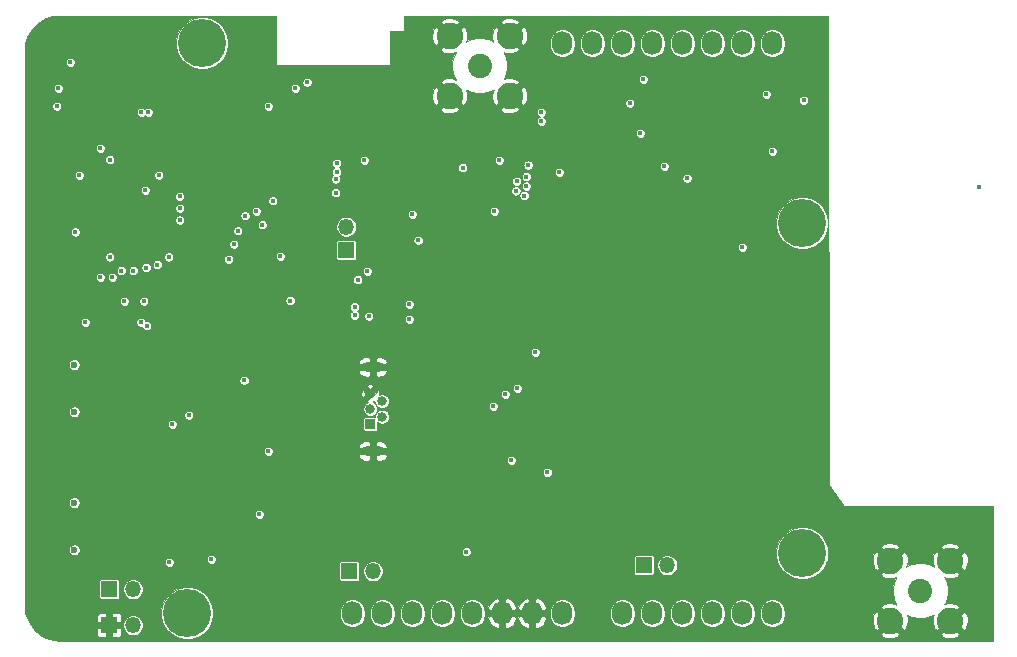
<source format=gbr>
G04 #@! TF.GenerationSoftware,KiCad,Pcbnew,(5.1.4)-1*
G04 #@! TF.CreationDate,2020-04-22T13:58:57+02:00*
G04 #@! TF.ProjectId,sara-rx-ab,73617261-2d72-4782-9d61-622e6b696361,rev?*
G04 #@! TF.SameCoordinates,Original*
G04 #@! TF.FileFunction,Copper,L2,Inr*
G04 #@! TF.FilePolarity,Positive*
%FSLAX46Y46*%
G04 Gerber Fmt 4.6, Leading zero omitted, Abs format (unit mm)*
G04 Created by KiCad (PCBNEW (5.1.4)-1) date 2020-04-22 13:58:57*
%MOMM*%
%LPD*%
G04 APERTURE LIST*
%ADD10O,1.850000X0.850000*%
%ADD11C,0.840000*%
%ADD12R,0.840000X0.840000*%
%ADD13C,0.600000*%
%ADD14R,1.350000X1.350000*%
%ADD15O,1.350000X1.350000*%
%ADD16C,2.050000*%
%ADD17C,2.250000*%
%ADD18O,1.727200X2.032000*%
%ADD19C,4.064000*%
%ADD20C,0.450000*%
%ADD21C,0.088900*%
G04 APERTURE END LIST*
D10*
X140682000Y-102948000D03*
X140682000Y-110098000D03*
D11*
X140462000Y-105223000D03*
X141462000Y-105873000D03*
X140462000Y-106523000D03*
X141462000Y-107173000D03*
D12*
X140462000Y-107823000D03*
D13*
X115386000Y-118459000D03*
X115386000Y-114459000D03*
X115386000Y-106775000D03*
X115386000Y-102775000D03*
D14*
X118364000Y-121793000D03*
D15*
X120364000Y-121793000D03*
X140684000Y-120269000D03*
D14*
X138684000Y-120269000D03*
D15*
X165608000Y-119761000D03*
D14*
X163608000Y-119761000D03*
D15*
X138430000Y-91091000D03*
D14*
X138430000Y-93091000D03*
D13*
X161536000Y-113411000D03*
X160536000Y-113411000D03*
D15*
X120364000Y-124841000D03*
D14*
X118364000Y-124841000D03*
D16*
X187023000Y-121920000D03*
D17*
X189563000Y-124460000D03*
X189563000Y-119380000D03*
X184483000Y-119380000D03*
X184483000Y-124460000D03*
D16*
X149733000Y-77470000D03*
D17*
X152273000Y-74930000D03*
X147193000Y-74930000D03*
X147193000Y-80010000D03*
X152273000Y-80010000D03*
D18*
X138938000Y-123825000D03*
X141478000Y-123825000D03*
X144018000Y-123825000D03*
X146558000Y-123825000D03*
X149098000Y-123825000D03*
X151638000Y-123825000D03*
X154178000Y-123825000D03*
X156718000Y-123825000D03*
X174498000Y-123825000D03*
X171958000Y-123825000D03*
X169418000Y-123825000D03*
X166878000Y-123825000D03*
X164338000Y-123825000D03*
X161798000Y-123825000D03*
X174498000Y-75565000D03*
X171958000Y-75565000D03*
X169418000Y-75565000D03*
X166878000Y-75565000D03*
X164338000Y-75565000D03*
X161798000Y-75565000D03*
X159258000Y-75565000D03*
X156718000Y-75565000D03*
D19*
X124968000Y-123825000D03*
X177038000Y-118745000D03*
X126238000Y-75565000D03*
X177038000Y-90805000D03*
D20*
X139192000Y-85090000D03*
X137668000Y-84963000D03*
X152019000Y-106045000D03*
X151003000Y-114935000D03*
X149733000Y-113665000D03*
X148463000Y-114935000D03*
X151003000Y-112395000D03*
X148463000Y-112395000D03*
X113284000Y-114681000D03*
X141478000Y-81915000D03*
X140462000Y-80899000D03*
X138430000Y-78867000D03*
X136906000Y-77597000D03*
X139446000Y-79883000D03*
X135128000Y-77597000D03*
X136398000Y-78867000D03*
X137414000Y-79883000D03*
X138430000Y-80899000D03*
X139446000Y-81915000D03*
X140462000Y-83185000D03*
X140462000Y-84709000D03*
X140462000Y-86233000D03*
X141224000Y-88900000D03*
X142557500Y-88900000D03*
X141224000Y-89765000D03*
X142494000Y-89765000D03*
X142494000Y-91265000D03*
X141224000Y-92765000D03*
X142494000Y-92765000D03*
X141224000Y-94265000D03*
X142494000Y-94265000D03*
X141224000Y-95765000D03*
X142494000Y-95765000D03*
X141986000Y-100711000D03*
X143002000Y-101727000D03*
X141732000Y-83185000D03*
X141732000Y-84709000D03*
X141986000Y-85725000D03*
X143510000Y-85979000D03*
X144780000Y-85979000D03*
X145923000Y-85090000D03*
X149098000Y-81280000D03*
X149098000Y-80010000D03*
X150368000Y-80010000D03*
X150368000Y-81280000D03*
X147193000Y-86360000D03*
X146558000Y-86995000D03*
X144780000Y-87185500D03*
X143510000Y-87185500D03*
X146558000Y-84201000D03*
X148463000Y-82550000D03*
X151638000Y-84455000D03*
X151003000Y-82550000D03*
X170053000Y-99695000D03*
X171323000Y-100965000D03*
X172593000Y-100965000D03*
X173863000Y-103505000D03*
X175133000Y-104775000D03*
X176403000Y-106045000D03*
X177673000Y-107315000D03*
X178943000Y-107950000D03*
X178943000Y-109855000D03*
X178943000Y-111760000D03*
X178943000Y-113665000D03*
X180213000Y-115570000D03*
X182118000Y-117475000D03*
X182118000Y-120015000D03*
X183388000Y-121285000D03*
X176022000Y-102997000D03*
X178562000Y-103505000D03*
X176022000Y-101473000D03*
X170053000Y-102235000D03*
X171323000Y-103505000D03*
X172593000Y-104775000D03*
X173863000Y-106045000D03*
X175133000Y-107315000D03*
X176403000Y-108585000D03*
X176403000Y-109855000D03*
X176403000Y-113665000D03*
X177673000Y-115570000D03*
X180213000Y-118110000D03*
X180213000Y-120015000D03*
X181483000Y-121920000D03*
X183388000Y-122555000D03*
X178943000Y-116840000D03*
X141224000Y-91265000D03*
X140208000Y-87122000D03*
X141224000Y-97265000D03*
X142494000Y-97265000D03*
X141224000Y-98806000D03*
X142494000Y-98806000D03*
X149860000Y-93472000D03*
X153110000Y-93472000D03*
X156360000Y-93472000D03*
X159610000Y-93472000D03*
X163830000Y-93091000D03*
X149860000Y-95472000D03*
X153110000Y-95472000D03*
X156360000Y-95472000D03*
X159610000Y-95472000D03*
X149860000Y-97472000D03*
X153110000Y-97472000D03*
X156360000Y-97472000D03*
X159610000Y-97472000D03*
X162860000Y-97472000D03*
X149860000Y-99472000D03*
X153110000Y-99472000D03*
X156360000Y-99472000D03*
X159610000Y-99472000D03*
X162860000Y-99472000D03*
X119634000Y-101981000D03*
X118872000Y-103251000D03*
X119634000Y-104775000D03*
X113284000Y-102997000D03*
X114554000Y-102997000D03*
X114554000Y-106426000D03*
X113284000Y-106426000D03*
X117348000Y-99695000D03*
X118618000Y-99695000D03*
X117348000Y-100965000D03*
X114554000Y-114681000D03*
X114554000Y-117729000D03*
X113284000Y-117729000D03*
X126619000Y-106680000D03*
X126238000Y-108077000D03*
X127000000Y-108966000D03*
X130556000Y-99568000D03*
X130556000Y-101727000D03*
X129286000Y-105537000D03*
X157988000Y-107950000D03*
X156718000Y-109220000D03*
X153543000Y-112395000D03*
X139192000Y-100965000D03*
X119380000Y-87757000D03*
X121666000Y-91059000D03*
X119380000Y-91059000D03*
X116840000Y-88519000D03*
X116840000Y-90297000D03*
X152400000Y-107823000D03*
X174099500Y-93503500D03*
X170849500Y-97503500D03*
X170849500Y-95503500D03*
X174099500Y-95503500D03*
X174099500Y-97503500D03*
X170849500Y-91503500D03*
X174099500Y-91503500D03*
X170849500Y-93503500D03*
X176275500Y-94251500D03*
X178275500Y-94251500D03*
X178275500Y-97501500D03*
X176275500Y-97501500D03*
X174163000Y-87947000D03*
X174163000Y-89947000D03*
X174163000Y-85947000D03*
X170913000Y-85947000D03*
X170913000Y-89947000D03*
X170913000Y-83947000D03*
X170913000Y-87947000D03*
X175006000Y-79883000D03*
X176022000Y-78105000D03*
X165862000Y-94615000D03*
X165862000Y-96647000D03*
X165862000Y-98679000D03*
X161290000Y-101473000D03*
X156972000Y-101473000D03*
X151384000Y-101473000D03*
X147066000Y-98679000D03*
X147066000Y-94615000D03*
X132842000Y-82169000D03*
X134620000Y-82169000D03*
X132842000Y-85217000D03*
X133604000Y-86741000D03*
X132715000Y-87503000D03*
X137668000Y-88773000D03*
X129794000Y-106807000D03*
X130556000Y-108839000D03*
X124460000Y-92583000D03*
X163068000Y-96012000D03*
X176022000Y-84709000D03*
X129667000Y-88900000D03*
X121475500Y-96647000D03*
X116713000Y-95250000D03*
X114808000Y-95250000D03*
X112268000Y-95250000D03*
X112268000Y-97790000D03*
X114173000Y-97790000D03*
X118618000Y-106680000D03*
X118618000Y-108585000D03*
X118618000Y-111125000D03*
X116713000Y-110490000D03*
X119253000Y-114935000D03*
X118618000Y-119380000D03*
X114808000Y-123825000D03*
X116078000Y-121920000D03*
X178054000Y-87249000D03*
X130810000Y-119126000D03*
X149098000Y-106426000D03*
X150622000Y-107696000D03*
X127127000Y-78867000D03*
X129159000Y-78867000D03*
X131572000Y-78867000D03*
X159512000Y-81788000D03*
X165862000Y-82169000D03*
X165862000Y-80391000D03*
X160528000Y-80645000D03*
X161798000Y-79375000D03*
X164084000Y-79248000D03*
X168148000Y-79248000D03*
X170434000Y-79248000D03*
X157734000Y-83693000D03*
X159766000Y-83566000D03*
X162179000Y-83693000D03*
X165862000Y-83820000D03*
X162179000Y-85725000D03*
X160909000Y-87503000D03*
X158750000Y-87503000D03*
X160401000Y-85725000D03*
X143510000Y-83185000D03*
X143510000Y-84709000D03*
X143510000Y-77089000D03*
X145034000Y-75057000D03*
X144526000Y-78105000D03*
X143002000Y-75565000D03*
X143510000Y-81153000D03*
X129286000Y-74041000D03*
X131318000Y-74041000D03*
X131318000Y-76581000D03*
X129286000Y-76581000D03*
X122174000Y-76073000D03*
X112522000Y-76581000D03*
X112522000Y-80137000D03*
X128778000Y-80137000D03*
X125222000Y-80137000D03*
X130810000Y-96901000D03*
X136398000Y-97917000D03*
X132334000Y-105537000D03*
X132334000Y-108077000D03*
X133858000Y-108077000D03*
X144018000Y-106553000D03*
X144018000Y-108585000D03*
X141478000Y-112649000D03*
X141986000Y-117221000D03*
X143510000Y-119253000D03*
X138938000Y-116713000D03*
X137287000Y-115062000D03*
X134874000Y-117221000D03*
X156718000Y-113665000D03*
X155702000Y-119253000D03*
X153162000Y-121285000D03*
X157734000Y-121285000D03*
X172974000Y-108077000D03*
X172974000Y-110617000D03*
X172974000Y-113665000D03*
X172974000Y-117729000D03*
X172974000Y-120777000D03*
X169926000Y-120777000D03*
X169926000Y-119253000D03*
X170942000Y-105537000D03*
X170942000Y-111125000D03*
X170942000Y-108077000D03*
X164846000Y-114173000D03*
X164846000Y-108585000D03*
X164846000Y-111125000D03*
X161290000Y-105537000D03*
X164338000Y-105537000D03*
X158750000Y-105537000D03*
X177546000Y-122809000D03*
X180086000Y-124841000D03*
X183642000Y-116205000D03*
X187706000Y-116205000D03*
X130429000Y-81534000D03*
X153670000Y-86852552D03*
X139954000Y-85471000D03*
X115479320Y-91533980D03*
X115824000Y-86741000D03*
X114046000Y-79375000D03*
X118405400Y-93659960D03*
X154940000Y-81407000D03*
X121088997Y-81407000D03*
X174498000Y-84709000D03*
X173990000Y-79883000D03*
X163576000Y-78613000D03*
X165354000Y-85979000D03*
X163322000Y-83185000D03*
X171958000Y-92837000D03*
X121666000Y-81407000D03*
X154940000Y-82169008D03*
X122428000Y-94297500D03*
X129857500Y-90170000D03*
X121475500Y-94551500D03*
X129237960Y-91440000D03*
X120396000Y-94805500D03*
X128905000Y-92583000D03*
X128460500Y-93853000D03*
X119380000Y-94805500D03*
X124328680Y-88536780D03*
X153823333Y-85878333D03*
X117602000Y-95377000D03*
X117602000Y-84455000D03*
X143764000Y-97663000D03*
X139128500Y-97884500D03*
X143764000Y-98933000D03*
X139128500Y-98584500D03*
X177142360Y-80391000D03*
X148274707Y-86090540D03*
X124328680Y-90533220D03*
X132842000Y-93599000D03*
X139382500Y-95567500D03*
X140335000Y-98679000D03*
X130810000Y-89789000D03*
X123401580Y-93659960D03*
X133667500Y-97345500D03*
X131318000Y-90932000D03*
X121031000Y-99187000D03*
X121412000Y-88011000D03*
X118618000Y-95377000D03*
X124328680Y-89535000D03*
X131826000Y-80899004D03*
X135112540Y-78867000D03*
X123698000Y-107823000D03*
X131064000Y-115443000D03*
X123444000Y-119507000D03*
X127000000Y-119253000D03*
X122555000Y-86741000D03*
X121282793Y-97406793D03*
X140208000Y-94869000D03*
X144018000Y-90043000D03*
X131826000Y-110109000D03*
X155454500Y-111893500D03*
X121531988Y-99473275D03*
X191976000Y-87757000D03*
X119634000Y-97409000D03*
X118405400Y-85410040D03*
X152400000Y-110871000D03*
X148590000Y-118618000D03*
X125095000Y-107061000D03*
X129780002Y-104099000D03*
X151892000Y-105283000D03*
X150876000Y-106299000D03*
X152908000Y-104775000D03*
X154432000Y-101727000D03*
X134112000Y-79375000D03*
X151384000Y-85471000D03*
X167278252Y-86995000D03*
X144514000Y-92247000D03*
X156464000Y-86487000D03*
X150964000Y-89789000D03*
X137528057Y-88213226D03*
X137541000Y-87052997D03*
X137604500Y-86423500D03*
X137604500Y-85725000D03*
X115062000Y-77171000D03*
X132207000Y-88900000D03*
X162433000Y-80645000D03*
X113919000Y-80899000D03*
X116332000Y-99187000D03*
X152785036Y-88059040D03*
X153479500Y-88455500D03*
X152844500Y-87249002D03*
X153674420Y-87662589D03*
D21*
G36*
X132492750Y-77343000D02*
G01*
X132493604Y-77351672D01*
X132496134Y-77360010D01*
X132500241Y-77367695D01*
X132505769Y-77374431D01*
X132512505Y-77379959D01*
X132520190Y-77384066D01*
X132528528Y-77386596D01*
X132537200Y-77387450D01*
X142062200Y-77387450D01*
X142070484Y-77386671D01*
X142078845Y-77384216D01*
X142086566Y-77380177D01*
X142093350Y-77374709D01*
X142098938Y-77368023D01*
X142103114Y-77360375D01*
X142105717Y-77352059D01*
X142106648Y-77343395D01*
X142117855Y-76082509D01*
X146408681Y-76082509D01*
X146546445Y-76262840D01*
X146818893Y-76363367D01*
X147105717Y-76408810D01*
X147395896Y-76397423D01*
X147678277Y-76329644D01*
X147715755Y-76314120D01*
X147677530Y-76371328D01*
X147502685Y-76793441D01*
X147413550Y-77241554D01*
X147413550Y-77698446D01*
X147502685Y-78146559D01*
X147677530Y-78568672D01*
X147720722Y-78633313D01*
X147567107Y-78576633D01*
X147280283Y-78531190D01*
X146990104Y-78542577D01*
X146707723Y-78610356D01*
X146546445Y-78677160D01*
X146408681Y-78857491D01*
X147193000Y-79641809D01*
X147207142Y-79627667D01*
X147575333Y-79995858D01*
X147561191Y-80010000D01*
X148345509Y-80794319D01*
X148525840Y-80656555D01*
X148626367Y-80384107D01*
X148671810Y-80097283D01*
X148660423Y-79807104D01*
X148592644Y-79524723D01*
X148577120Y-79487245D01*
X148634328Y-79525470D01*
X149056441Y-79700315D01*
X149504554Y-79789450D01*
X149961446Y-79789450D01*
X150409559Y-79700315D01*
X150831672Y-79525470D01*
X150896313Y-79482278D01*
X150839633Y-79635893D01*
X150794190Y-79922717D01*
X150805577Y-80212896D01*
X150873356Y-80495277D01*
X150940160Y-80656555D01*
X151120491Y-80794319D01*
X151904809Y-80010000D01*
X152641191Y-80010000D01*
X153425509Y-80794319D01*
X153605840Y-80656555D01*
X153624510Y-80605953D01*
X162036550Y-80605953D01*
X162036550Y-80684047D01*
X162051786Y-80760640D01*
X162081671Y-80832789D01*
X162125057Y-80897722D01*
X162180278Y-80952943D01*
X162245211Y-80996329D01*
X162317360Y-81026214D01*
X162393953Y-81041450D01*
X162472047Y-81041450D01*
X162548640Y-81026214D01*
X162620789Y-80996329D01*
X162685722Y-80952943D01*
X162740943Y-80897722D01*
X162784329Y-80832789D01*
X162814214Y-80760640D01*
X162829450Y-80684047D01*
X162829450Y-80605953D01*
X162814214Y-80529360D01*
X162784329Y-80457211D01*
X162740943Y-80392278D01*
X162700618Y-80351953D01*
X176745910Y-80351953D01*
X176745910Y-80430047D01*
X176761146Y-80506640D01*
X176791031Y-80578789D01*
X176834417Y-80643722D01*
X176889638Y-80698943D01*
X176954571Y-80742329D01*
X177026720Y-80772214D01*
X177103313Y-80787450D01*
X177181407Y-80787450D01*
X177258000Y-80772214D01*
X177330149Y-80742329D01*
X177395082Y-80698943D01*
X177450303Y-80643722D01*
X177493689Y-80578789D01*
X177523574Y-80506640D01*
X177538810Y-80430047D01*
X177538810Y-80351953D01*
X177523574Y-80275360D01*
X177493689Y-80203211D01*
X177450303Y-80138278D01*
X177395082Y-80083057D01*
X177330149Y-80039671D01*
X177258000Y-80009786D01*
X177181407Y-79994550D01*
X177103313Y-79994550D01*
X177026720Y-80009786D01*
X176954571Y-80039671D01*
X176889638Y-80083057D01*
X176834417Y-80138278D01*
X176791031Y-80203211D01*
X176761146Y-80275360D01*
X176745910Y-80351953D01*
X162700618Y-80351953D01*
X162685722Y-80337057D01*
X162620789Y-80293671D01*
X162548640Y-80263786D01*
X162472047Y-80248550D01*
X162393953Y-80248550D01*
X162317360Y-80263786D01*
X162245211Y-80293671D01*
X162180278Y-80337057D01*
X162125057Y-80392278D01*
X162081671Y-80457211D01*
X162051786Y-80529360D01*
X162036550Y-80605953D01*
X153624510Y-80605953D01*
X153706367Y-80384107D01*
X153751810Y-80097283D01*
X153741870Y-79843953D01*
X173593550Y-79843953D01*
X173593550Y-79922047D01*
X173608786Y-79998640D01*
X173638671Y-80070789D01*
X173682057Y-80135722D01*
X173737278Y-80190943D01*
X173802211Y-80234329D01*
X173874360Y-80264214D01*
X173950953Y-80279450D01*
X174029047Y-80279450D01*
X174105640Y-80264214D01*
X174177789Y-80234329D01*
X174242722Y-80190943D01*
X174297943Y-80135722D01*
X174341329Y-80070789D01*
X174371214Y-79998640D01*
X174386450Y-79922047D01*
X174386450Y-79843953D01*
X174371214Y-79767360D01*
X174341329Y-79695211D01*
X174297943Y-79630278D01*
X174242722Y-79575057D01*
X174177789Y-79531671D01*
X174105640Y-79501786D01*
X174029047Y-79486550D01*
X173950953Y-79486550D01*
X173874360Y-79501786D01*
X173802211Y-79531671D01*
X173737278Y-79575057D01*
X173682057Y-79630278D01*
X173638671Y-79695211D01*
X173608786Y-79767360D01*
X173593550Y-79843953D01*
X153741870Y-79843953D01*
X153740423Y-79807104D01*
X153672644Y-79524723D01*
X153605840Y-79363445D01*
X153425509Y-79225681D01*
X152641191Y-80010000D01*
X151904809Y-80010000D01*
X151890667Y-79995858D01*
X152258858Y-79627667D01*
X152273000Y-79641809D01*
X153057319Y-78857491D01*
X152919555Y-78677160D01*
X152647107Y-78576633D01*
X152630192Y-78573953D01*
X163179550Y-78573953D01*
X163179550Y-78652047D01*
X163194786Y-78728640D01*
X163224671Y-78800789D01*
X163268057Y-78865722D01*
X163323278Y-78920943D01*
X163388211Y-78964329D01*
X163460360Y-78994214D01*
X163536953Y-79009450D01*
X163615047Y-79009450D01*
X163691640Y-78994214D01*
X163763789Y-78964329D01*
X163828722Y-78920943D01*
X163883943Y-78865722D01*
X163927329Y-78800789D01*
X163957214Y-78728640D01*
X163972450Y-78652047D01*
X163972450Y-78573953D01*
X163957214Y-78497360D01*
X163927329Y-78425211D01*
X163883943Y-78360278D01*
X163828722Y-78305057D01*
X163763789Y-78261671D01*
X163691640Y-78231786D01*
X163615047Y-78216550D01*
X163536953Y-78216550D01*
X163460360Y-78231786D01*
X163388211Y-78261671D01*
X163323278Y-78305057D01*
X163268057Y-78360278D01*
X163224671Y-78425211D01*
X163194786Y-78497360D01*
X163179550Y-78573953D01*
X152630192Y-78573953D01*
X152360283Y-78531190D01*
X152070104Y-78542577D01*
X151787723Y-78610356D01*
X151750245Y-78625880D01*
X151788470Y-78568672D01*
X151963315Y-78146559D01*
X152052450Y-77698446D01*
X152052450Y-77241554D01*
X151963315Y-76793441D01*
X151788470Y-76371328D01*
X151745278Y-76306687D01*
X151898893Y-76363367D01*
X152185717Y-76408810D01*
X152475896Y-76397423D01*
X152758277Y-76329644D01*
X152919555Y-76262840D01*
X153057319Y-76082509D01*
X152273000Y-75298191D01*
X152258858Y-75312333D01*
X151890667Y-74944142D01*
X151904809Y-74930000D01*
X152641191Y-74930000D01*
X153425509Y-75714319D01*
X153605840Y-75576555D01*
X153685096Y-75361753D01*
X155682950Y-75361753D01*
X155682950Y-75768248D01*
X155697926Y-75920305D01*
X155757112Y-76115413D01*
X155853223Y-76295225D01*
X155982569Y-76452832D01*
X156140176Y-76582177D01*
X156319988Y-76678288D01*
X156515096Y-76737474D01*
X156718000Y-76757458D01*
X156920905Y-76737474D01*
X157116013Y-76678288D01*
X157295825Y-76582177D01*
X157453432Y-76452832D01*
X157582777Y-76295225D01*
X157678888Y-76115412D01*
X157738074Y-75920304D01*
X157753050Y-75768247D01*
X157753050Y-75361753D01*
X158222950Y-75361753D01*
X158222950Y-75768248D01*
X158237926Y-75920305D01*
X158297112Y-76115413D01*
X158393223Y-76295225D01*
X158522569Y-76452832D01*
X158680176Y-76582177D01*
X158859988Y-76678288D01*
X159055096Y-76737474D01*
X159258000Y-76757458D01*
X159460905Y-76737474D01*
X159656013Y-76678288D01*
X159835825Y-76582177D01*
X159993432Y-76452832D01*
X160122777Y-76295225D01*
X160218888Y-76115412D01*
X160278074Y-75920304D01*
X160293050Y-75768247D01*
X160293050Y-75361753D01*
X160762950Y-75361753D01*
X160762950Y-75768248D01*
X160777926Y-75920305D01*
X160837112Y-76115413D01*
X160933223Y-76295225D01*
X161062569Y-76452832D01*
X161220176Y-76582177D01*
X161399988Y-76678288D01*
X161595096Y-76737474D01*
X161798000Y-76757458D01*
X162000905Y-76737474D01*
X162196013Y-76678288D01*
X162375825Y-76582177D01*
X162533432Y-76452832D01*
X162662777Y-76295225D01*
X162758888Y-76115412D01*
X162818074Y-75920304D01*
X162833050Y-75768247D01*
X162833050Y-75361753D01*
X163302950Y-75361753D01*
X163302950Y-75768248D01*
X163317926Y-75920305D01*
X163377112Y-76115413D01*
X163473223Y-76295225D01*
X163602569Y-76452832D01*
X163760176Y-76582177D01*
X163939988Y-76678288D01*
X164135096Y-76737474D01*
X164338000Y-76757458D01*
X164540905Y-76737474D01*
X164736013Y-76678288D01*
X164915825Y-76582177D01*
X165073432Y-76452832D01*
X165202777Y-76295225D01*
X165298888Y-76115412D01*
X165358074Y-75920304D01*
X165373050Y-75768247D01*
X165373050Y-75361753D01*
X165842950Y-75361753D01*
X165842950Y-75768248D01*
X165857926Y-75920305D01*
X165917112Y-76115413D01*
X166013223Y-76295225D01*
X166142569Y-76452832D01*
X166300176Y-76582177D01*
X166479988Y-76678288D01*
X166675096Y-76737474D01*
X166878000Y-76757458D01*
X167080905Y-76737474D01*
X167276013Y-76678288D01*
X167455825Y-76582177D01*
X167613432Y-76452832D01*
X167742777Y-76295225D01*
X167838888Y-76115412D01*
X167898074Y-75920304D01*
X167913050Y-75768247D01*
X167913050Y-75361753D01*
X168382950Y-75361753D01*
X168382950Y-75768248D01*
X168397926Y-75920305D01*
X168457112Y-76115413D01*
X168553223Y-76295225D01*
X168682569Y-76452832D01*
X168840176Y-76582177D01*
X169019988Y-76678288D01*
X169215096Y-76737474D01*
X169418000Y-76757458D01*
X169620905Y-76737474D01*
X169816013Y-76678288D01*
X169995825Y-76582177D01*
X170153432Y-76452832D01*
X170282777Y-76295225D01*
X170378888Y-76115412D01*
X170438074Y-75920304D01*
X170453050Y-75768247D01*
X170453050Y-75361753D01*
X170922950Y-75361753D01*
X170922950Y-75768248D01*
X170937926Y-75920305D01*
X170997112Y-76115413D01*
X171093223Y-76295225D01*
X171222569Y-76452832D01*
X171380176Y-76582177D01*
X171559988Y-76678288D01*
X171755096Y-76737474D01*
X171958000Y-76757458D01*
X172160905Y-76737474D01*
X172356013Y-76678288D01*
X172535825Y-76582177D01*
X172693432Y-76452832D01*
X172822777Y-76295225D01*
X172918888Y-76115412D01*
X172978074Y-75920304D01*
X172993050Y-75768247D01*
X172993050Y-75361753D01*
X173462950Y-75361753D01*
X173462950Y-75768248D01*
X173477926Y-75920305D01*
X173537112Y-76115413D01*
X173633223Y-76295225D01*
X173762569Y-76452832D01*
X173920176Y-76582177D01*
X174099988Y-76678288D01*
X174295096Y-76737474D01*
X174498000Y-76757458D01*
X174700905Y-76737474D01*
X174896013Y-76678288D01*
X175075825Y-76582177D01*
X175233432Y-76452832D01*
X175362777Y-76295225D01*
X175458888Y-76115412D01*
X175518074Y-75920304D01*
X175533050Y-75768247D01*
X175533050Y-75361752D01*
X175518074Y-75209695D01*
X175458888Y-75014587D01*
X175362777Y-74834775D01*
X175233432Y-74677168D01*
X175075825Y-74547823D01*
X174896012Y-74451712D01*
X174700904Y-74392526D01*
X174498000Y-74372542D01*
X174295095Y-74392526D01*
X174099987Y-74451712D01*
X173920175Y-74547823D01*
X173762568Y-74677168D01*
X173633223Y-74834775D01*
X173537112Y-75014588D01*
X173477926Y-75209696D01*
X173462950Y-75361753D01*
X172993050Y-75361753D01*
X172993050Y-75361752D01*
X172978074Y-75209695D01*
X172918888Y-75014587D01*
X172822777Y-74834775D01*
X172693432Y-74677168D01*
X172535825Y-74547823D01*
X172356012Y-74451712D01*
X172160904Y-74392526D01*
X171958000Y-74372542D01*
X171755095Y-74392526D01*
X171559987Y-74451712D01*
X171380175Y-74547823D01*
X171222568Y-74677168D01*
X171093223Y-74834775D01*
X170997112Y-75014588D01*
X170937926Y-75209696D01*
X170922950Y-75361753D01*
X170453050Y-75361753D01*
X170453050Y-75361752D01*
X170438074Y-75209695D01*
X170378888Y-75014587D01*
X170282777Y-74834775D01*
X170153432Y-74677168D01*
X169995825Y-74547823D01*
X169816012Y-74451712D01*
X169620904Y-74392526D01*
X169418000Y-74372542D01*
X169215095Y-74392526D01*
X169019987Y-74451712D01*
X168840175Y-74547823D01*
X168682568Y-74677168D01*
X168553223Y-74834775D01*
X168457112Y-75014588D01*
X168397926Y-75209696D01*
X168382950Y-75361753D01*
X167913050Y-75361753D01*
X167913050Y-75361752D01*
X167898074Y-75209695D01*
X167838888Y-75014587D01*
X167742777Y-74834775D01*
X167613432Y-74677168D01*
X167455825Y-74547823D01*
X167276012Y-74451712D01*
X167080904Y-74392526D01*
X166878000Y-74372542D01*
X166675095Y-74392526D01*
X166479987Y-74451712D01*
X166300175Y-74547823D01*
X166142568Y-74677168D01*
X166013223Y-74834775D01*
X165917112Y-75014588D01*
X165857926Y-75209696D01*
X165842950Y-75361753D01*
X165373050Y-75361753D01*
X165373050Y-75361752D01*
X165358074Y-75209695D01*
X165298888Y-75014587D01*
X165202777Y-74834775D01*
X165073432Y-74677168D01*
X164915825Y-74547823D01*
X164736012Y-74451712D01*
X164540904Y-74392526D01*
X164338000Y-74372542D01*
X164135095Y-74392526D01*
X163939987Y-74451712D01*
X163760175Y-74547823D01*
X163602568Y-74677168D01*
X163473223Y-74834775D01*
X163377112Y-75014588D01*
X163317926Y-75209696D01*
X163302950Y-75361753D01*
X162833050Y-75361753D01*
X162833050Y-75361752D01*
X162818074Y-75209695D01*
X162758888Y-75014587D01*
X162662777Y-74834775D01*
X162533432Y-74677168D01*
X162375825Y-74547823D01*
X162196012Y-74451712D01*
X162000904Y-74392526D01*
X161798000Y-74372542D01*
X161595095Y-74392526D01*
X161399987Y-74451712D01*
X161220175Y-74547823D01*
X161062568Y-74677168D01*
X160933223Y-74834775D01*
X160837112Y-75014588D01*
X160777926Y-75209696D01*
X160762950Y-75361753D01*
X160293050Y-75361753D01*
X160293050Y-75361752D01*
X160278074Y-75209695D01*
X160218888Y-75014587D01*
X160122777Y-74834775D01*
X159993432Y-74677168D01*
X159835825Y-74547823D01*
X159656012Y-74451712D01*
X159460904Y-74392526D01*
X159258000Y-74372542D01*
X159055095Y-74392526D01*
X158859987Y-74451712D01*
X158680175Y-74547823D01*
X158522568Y-74677168D01*
X158393223Y-74834775D01*
X158297112Y-75014588D01*
X158237926Y-75209696D01*
X158222950Y-75361753D01*
X157753050Y-75361753D01*
X157753050Y-75361752D01*
X157738074Y-75209695D01*
X157678888Y-75014587D01*
X157582777Y-74834775D01*
X157453432Y-74677168D01*
X157295825Y-74547823D01*
X157116012Y-74451712D01*
X156920904Y-74392526D01*
X156718000Y-74372542D01*
X156515095Y-74392526D01*
X156319987Y-74451712D01*
X156140175Y-74547823D01*
X155982568Y-74677168D01*
X155853223Y-74834775D01*
X155757112Y-75014588D01*
X155697926Y-75209696D01*
X155682950Y-75361753D01*
X153685096Y-75361753D01*
X153706367Y-75304107D01*
X153751810Y-75017283D01*
X153740423Y-74727104D01*
X153672644Y-74444723D01*
X153605840Y-74283445D01*
X153425509Y-74145681D01*
X152641191Y-74930000D01*
X151904809Y-74930000D01*
X151120491Y-74145681D01*
X150940160Y-74283445D01*
X150839633Y-74555893D01*
X150794190Y-74842717D01*
X150805577Y-75132896D01*
X150873356Y-75415277D01*
X150888880Y-75452755D01*
X150831672Y-75414530D01*
X150409559Y-75239685D01*
X149961446Y-75150550D01*
X149504554Y-75150550D01*
X149056441Y-75239685D01*
X148634328Y-75414530D01*
X148569687Y-75457722D01*
X148626367Y-75304107D01*
X148671810Y-75017283D01*
X148660423Y-74727104D01*
X148592644Y-74444723D01*
X148525840Y-74283445D01*
X148345509Y-74145681D01*
X147561191Y-74930000D01*
X147575333Y-74944142D01*
X147207142Y-75312333D01*
X147193000Y-75298191D01*
X146408681Y-76082509D01*
X142117855Y-76082509D01*
X142128876Y-74842717D01*
X145714190Y-74842717D01*
X145725577Y-75132896D01*
X145793356Y-75415277D01*
X145860160Y-75576555D01*
X146040491Y-75714319D01*
X146824809Y-74930000D01*
X146040491Y-74145681D01*
X145860160Y-74283445D01*
X145759633Y-74555893D01*
X145714190Y-74842717D01*
X142128876Y-74842717D01*
X142131652Y-74530431D01*
X143255517Y-74542647D01*
X143264672Y-74541796D01*
X143273010Y-74539266D01*
X143280695Y-74535159D01*
X143287431Y-74529631D01*
X143292959Y-74522895D01*
X143297066Y-74515210D01*
X143299596Y-74506872D01*
X143300450Y-74498200D01*
X143300450Y-73777491D01*
X146408681Y-73777491D01*
X147193000Y-74561809D01*
X147977319Y-73777491D01*
X151488681Y-73777491D01*
X152273000Y-74561809D01*
X153057319Y-73777491D01*
X152919555Y-73597160D01*
X152647107Y-73496633D01*
X152360283Y-73451190D01*
X152070104Y-73462577D01*
X151787723Y-73530356D01*
X151626445Y-73597160D01*
X151488681Y-73777491D01*
X147977319Y-73777491D01*
X147839555Y-73597160D01*
X147567107Y-73496633D01*
X147280283Y-73451190D01*
X146990104Y-73462577D01*
X146707723Y-73530356D01*
X146546445Y-73597160D01*
X146408681Y-73777491D01*
X143300450Y-73777491D01*
X143300450Y-73233350D01*
X179231801Y-73233350D01*
X179279550Y-112903054D01*
X179280696Y-112913028D01*
X179283484Y-112921283D01*
X179287830Y-112928836D01*
X180557830Y-114706836D01*
X180562569Y-114712431D01*
X180569305Y-114717959D01*
X180576990Y-114722066D01*
X180585328Y-114724596D01*
X180594000Y-114725450D01*
X193164650Y-114725450D01*
X193164650Y-126156650D01*
X114183193Y-126156650D01*
X113596970Y-126099171D01*
X113042877Y-125931880D01*
X112531835Y-125660155D01*
X112355084Y-125516000D01*
X117338060Y-125516000D01*
X117344803Y-125584465D01*
X117364774Y-125650299D01*
X117397204Y-125710972D01*
X117440848Y-125764152D01*
X117494028Y-125807796D01*
X117554701Y-125840226D01*
X117620535Y-125860197D01*
X117689000Y-125866940D01*
X118016338Y-125865250D01*
X118103650Y-125777938D01*
X118103650Y-125101350D01*
X118624350Y-125101350D01*
X118624350Y-125777938D01*
X118711662Y-125865250D01*
X119039000Y-125866940D01*
X119107465Y-125860197D01*
X119173299Y-125840226D01*
X119233972Y-125807796D01*
X119287152Y-125764152D01*
X119330796Y-125710972D01*
X119363226Y-125650299D01*
X119383197Y-125584465D01*
X119389940Y-125516000D01*
X119388250Y-125188662D01*
X119300938Y-125101350D01*
X118624350Y-125101350D01*
X118103650Y-125101350D01*
X117427062Y-125101350D01*
X117339750Y-125188662D01*
X117338060Y-125516000D01*
X112355084Y-125516000D01*
X112083299Y-125294337D01*
X111714363Y-124848368D01*
X111710380Y-124841000D01*
X119513455Y-124841000D01*
X119529798Y-125006933D01*
X119578199Y-125166489D01*
X119656798Y-125313537D01*
X119762574Y-125442426D01*
X119891463Y-125548202D01*
X120038511Y-125626801D01*
X120198067Y-125675202D01*
X120322423Y-125687450D01*
X120405577Y-125687450D01*
X120529933Y-125675202D01*
X120689489Y-125626801D01*
X120836537Y-125548202D01*
X120965426Y-125442426D01*
X121071202Y-125313537D01*
X121149801Y-125166489D01*
X121198202Y-125006933D01*
X121214545Y-124841000D01*
X121198202Y-124675067D01*
X121149801Y-124515511D01*
X121071202Y-124368463D01*
X120965426Y-124239574D01*
X120836537Y-124133798D01*
X120689489Y-124055199D01*
X120529933Y-124006798D01*
X120405577Y-123994550D01*
X120322423Y-123994550D01*
X120198067Y-124006798D01*
X120038511Y-124055199D01*
X119891463Y-124133798D01*
X119762574Y-124239574D01*
X119656798Y-124368463D01*
X119578199Y-124515511D01*
X119529798Y-124675067D01*
X119513455Y-124841000D01*
X111710380Y-124841000D01*
X111439073Y-124339231D01*
X111385450Y-124166000D01*
X117338060Y-124166000D01*
X117339750Y-124493338D01*
X117427062Y-124580650D01*
X118103650Y-124580650D01*
X118103650Y-123904062D01*
X118624350Y-123904062D01*
X118624350Y-124580650D01*
X119300938Y-124580650D01*
X119388250Y-124493338D01*
X119389940Y-124166000D01*
X119383197Y-124097535D01*
X119363226Y-124031701D01*
X119330796Y-123971028D01*
X119287152Y-123917848D01*
X119233972Y-123874204D01*
X119173299Y-123841774D01*
X119107465Y-123821803D01*
X119039000Y-123815060D01*
X118711662Y-123816750D01*
X118624350Y-123904062D01*
X118103650Y-123904062D01*
X118016338Y-123816750D01*
X117689000Y-123815060D01*
X117620535Y-123821803D01*
X117554701Y-123841774D01*
X117494028Y-123874204D01*
X117440848Y-123917848D01*
X117397204Y-123971028D01*
X117364774Y-124031701D01*
X117344803Y-124097535D01*
X117338060Y-124166000D01*
X111385450Y-124166000D01*
X111267923Y-123786330D01*
X111249178Y-123607979D01*
X122764550Y-123607979D01*
X122764550Y-124042021D01*
X122849227Y-124467723D01*
X123015328Y-124868725D01*
X123256468Y-125229618D01*
X123563382Y-125536532D01*
X123924275Y-125777672D01*
X124325277Y-125943773D01*
X124750979Y-126028450D01*
X125185021Y-126028450D01*
X125610723Y-125943773D01*
X126011725Y-125777672D01*
X126258909Y-125612509D01*
X183698681Y-125612509D01*
X183836445Y-125792840D01*
X184108893Y-125893367D01*
X184395717Y-125938810D01*
X184685896Y-125927423D01*
X184968277Y-125859644D01*
X185129555Y-125792840D01*
X185267319Y-125612509D01*
X188778681Y-125612509D01*
X188916445Y-125792840D01*
X189188893Y-125893367D01*
X189475717Y-125938810D01*
X189765896Y-125927423D01*
X190048277Y-125859644D01*
X190209555Y-125792840D01*
X190347319Y-125612509D01*
X189563000Y-124828191D01*
X188778681Y-125612509D01*
X185267319Y-125612509D01*
X184483000Y-124828191D01*
X183698681Y-125612509D01*
X126258909Y-125612509D01*
X126372618Y-125536532D01*
X126679532Y-125229618D01*
X126920672Y-124868725D01*
X127086773Y-124467723D01*
X127171450Y-124042021D01*
X127171450Y-123621753D01*
X137902950Y-123621753D01*
X137902950Y-124028248D01*
X137917926Y-124180305D01*
X137977112Y-124375413D01*
X138073223Y-124555225D01*
X138202569Y-124712832D01*
X138360176Y-124842177D01*
X138539988Y-124938288D01*
X138735096Y-124997474D01*
X138938000Y-125017458D01*
X139140905Y-124997474D01*
X139336013Y-124938288D01*
X139515825Y-124842177D01*
X139673432Y-124712832D01*
X139802777Y-124555225D01*
X139898888Y-124375412D01*
X139958074Y-124180304D01*
X139973050Y-124028247D01*
X139973050Y-123621753D01*
X140442950Y-123621753D01*
X140442950Y-124028248D01*
X140457926Y-124180305D01*
X140517112Y-124375413D01*
X140613223Y-124555225D01*
X140742569Y-124712832D01*
X140900176Y-124842177D01*
X141079988Y-124938288D01*
X141275096Y-124997474D01*
X141478000Y-125017458D01*
X141680905Y-124997474D01*
X141876013Y-124938288D01*
X142055825Y-124842177D01*
X142213432Y-124712832D01*
X142342777Y-124555225D01*
X142438888Y-124375412D01*
X142498074Y-124180304D01*
X142513050Y-124028247D01*
X142513050Y-123621753D01*
X142982950Y-123621753D01*
X142982950Y-124028248D01*
X142997926Y-124180305D01*
X143057112Y-124375413D01*
X143153223Y-124555225D01*
X143282569Y-124712832D01*
X143440176Y-124842177D01*
X143619988Y-124938288D01*
X143815096Y-124997474D01*
X144018000Y-125017458D01*
X144220905Y-124997474D01*
X144416013Y-124938288D01*
X144595825Y-124842177D01*
X144753432Y-124712832D01*
X144882777Y-124555225D01*
X144978888Y-124375412D01*
X145038074Y-124180304D01*
X145053050Y-124028247D01*
X145053050Y-123621753D01*
X145522950Y-123621753D01*
X145522950Y-124028248D01*
X145537926Y-124180305D01*
X145597112Y-124375413D01*
X145693223Y-124555225D01*
X145822569Y-124712832D01*
X145980176Y-124842177D01*
X146159988Y-124938288D01*
X146355096Y-124997474D01*
X146558000Y-125017458D01*
X146760905Y-124997474D01*
X146956013Y-124938288D01*
X147135825Y-124842177D01*
X147293432Y-124712832D01*
X147422777Y-124555225D01*
X147518888Y-124375412D01*
X147578074Y-124180304D01*
X147593050Y-124028247D01*
X147593050Y-123621753D01*
X148062950Y-123621753D01*
X148062950Y-124028248D01*
X148077926Y-124180305D01*
X148137112Y-124375413D01*
X148233223Y-124555225D01*
X148362569Y-124712832D01*
X148520176Y-124842177D01*
X148699988Y-124938288D01*
X148895096Y-124997474D01*
X149098000Y-125017458D01*
X149300905Y-124997474D01*
X149496013Y-124938288D01*
X149675825Y-124842177D01*
X149833432Y-124712832D01*
X149962777Y-124555225D01*
X150058888Y-124375412D01*
X150090278Y-124271932D01*
X150468463Y-124271932D01*
X150548396Y-124494438D01*
X150670202Y-124697074D01*
X150829199Y-124872054D01*
X151019278Y-125012653D01*
X151195547Y-125106665D01*
X151377650Y-125072413D01*
X151377650Y-124085350D01*
X151898350Y-124085350D01*
X151898350Y-125072413D01*
X152080453Y-125106665D01*
X152256722Y-125012653D01*
X152446801Y-124872054D01*
X152605798Y-124697074D01*
X152727604Y-124494438D01*
X152807537Y-124271932D01*
X153008463Y-124271932D01*
X153088396Y-124494438D01*
X153210202Y-124697074D01*
X153369199Y-124872054D01*
X153559278Y-125012653D01*
X153735547Y-125106665D01*
X153917650Y-125072413D01*
X153917650Y-124085350D01*
X154438350Y-124085350D01*
X154438350Y-125072413D01*
X154620453Y-125106665D01*
X154796722Y-125012653D01*
X154986801Y-124872054D01*
X155145798Y-124697074D01*
X155267604Y-124494438D01*
X155347537Y-124271932D01*
X155291901Y-124085350D01*
X154438350Y-124085350D01*
X153917650Y-124085350D01*
X153064099Y-124085350D01*
X153008463Y-124271932D01*
X152807537Y-124271932D01*
X152751901Y-124085350D01*
X151898350Y-124085350D01*
X151377650Y-124085350D01*
X150524099Y-124085350D01*
X150468463Y-124271932D01*
X150090278Y-124271932D01*
X150118074Y-124180304D01*
X150133050Y-124028247D01*
X150133050Y-123621753D01*
X155682950Y-123621753D01*
X155682950Y-124028248D01*
X155697926Y-124180305D01*
X155757112Y-124375413D01*
X155853223Y-124555225D01*
X155982569Y-124712832D01*
X156140176Y-124842177D01*
X156319988Y-124938288D01*
X156515096Y-124997474D01*
X156718000Y-125017458D01*
X156920905Y-124997474D01*
X157116013Y-124938288D01*
X157295825Y-124842177D01*
X157453432Y-124712832D01*
X157582777Y-124555225D01*
X157678888Y-124375412D01*
X157738074Y-124180304D01*
X157753050Y-124028247D01*
X157753050Y-123621753D01*
X160762950Y-123621753D01*
X160762950Y-124028248D01*
X160777926Y-124180305D01*
X160837112Y-124375413D01*
X160933223Y-124555225D01*
X161062569Y-124712832D01*
X161220176Y-124842177D01*
X161399988Y-124938288D01*
X161595096Y-124997474D01*
X161798000Y-125017458D01*
X162000905Y-124997474D01*
X162196013Y-124938288D01*
X162375825Y-124842177D01*
X162533432Y-124712832D01*
X162662777Y-124555225D01*
X162758888Y-124375412D01*
X162818074Y-124180304D01*
X162833050Y-124028247D01*
X162833050Y-123621753D01*
X163302950Y-123621753D01*
X163302950Y-124028248D01*
X163317926Y-124180305D01*
X163377112Y-124375413D01*
X163473223Y-124555225D01*
X163602569Y-124712832D01*
X163760176Y-124842177D01*
X163939988Y-124938288D01*
X164135096Y-124997474D01*
X164338000Y-125017458D01*
X164540905Y-124997474D01*
X164736013Y-124938288D01*
X164915825Y-124842177D01*
X165073432Y-124712832D01*
X165202777Y-124555225D01*
X165298888Y-124375412D01*
X165358074Y-124180304D01*
X165373050Y-124028247D01*
X165373050Y-123621753D01*
X165842950Y-123621753D01*
X165842950Y-124028248D01*
X165857926Y-124180305D01*
X165917112Y-124375413D01*
X166013223Y-124555225D01*
X166142569Y-124712832D01*
X166300176Y-124842177D01*
X166479988Y-124938288D01*
X166675096Y-124997474D01*
X166878000Y-125017458D01*
X167080905Y-124997474D01*
X167276013Y-124938288D01*
X167455825Y-124842177D01*
X167613432Y-124712832D01*
X167742777Y-124555225D01*
X167838888Y-124375412D01*
X167898074Y-124180304D01*
X167913050Y-124028247D01*
X167913050Y-123621753D01*
X168382950Y-123621753D01*
X168382950Y-124028248D01*
X168397926Y-124180305D01*
X168457112Y-124375413D01*
X168553223Y-124555225D01*
X168682569Y-124712832D01*
X168840176Y-124842177D01*
X169019988Y-124938288D01*
X169215096Y-124997474D01*
X169418000Y-125017458D01*
X169620905Y-124997474D01*
X169816013Y-124938288D01*
X169995825Y-124842177D01*
X170153432Y-124712832D01*
X170282777Y-124555225D01*
X170378888Y-124375412D01*
X170438074Y-124180304D01*
X170453050Y-124028247D01*
X170453050Y-123621753D01*
X170922950Y-123621753D01*
X170922950Y-124028248D01*
X170937926Y-124180305D01*
X170997112Y-124375413D01*
X171093223Y-124555225D01*
X171222569Y-124712832D01*
X171380176Y-124842177D01*
X171559988Y-124938288D01*
X171755096Y-124997474D01*
X171958000Y-125017458D01*
X172160905Y-124997474D01*
X172356013Y-124938288D01*
X172535825Y-124842177D01*
X172693432Y-124712832D01*
X172822777Y-124555225D01*
X172918888Y-124375412D01*
X172978074Y-124180304D01*
X172993050Y-124028247D01*
X172993050Y-123621753D01*
X173462950Y-123621753D01*
X173462950Y-124028248D01*
X173477926Y-124180305D01*
X173537112Y-124375413D01*
X173633223Y-124555225D01*
X173762569Y-124712832D01*
X173920176Y-124842177D01*
X174099988Y-124938288D01*
X174295096Y-124997474D01*
X174498000Y-125017458D01*
X174700905Y-124997474D01*
X174896013Y-124938288D01*
X175075825Y-124842177D01*
X175233432Y-124712832D01*
X175362777Y-124555225D01*
X175458888Y-124375412D01*
X175459705Y-124372717D01*
X183004190Y-124372717D01*
X183015577Y-124662896D01*
X183083356Y-124945277D01*
X183150160Y-125106555D01*
X183330491Y-125244319D01*
X184114809Y-124460000D01*
X183330491Y-123675681D01*
X183150160Y-123813445D01*
X183049633Y-124085893D01*
X183004190Y-124372717D01*
X175459705Y-124372717D01*
X175518074Y-124180304D01*
X175533050Y-124028247D01*
X175533050Y-123621752D01*
X175518074Y-123469695D01*
X175458888Y-123274587D01*
X175362777Y-123094775D01*
X175233432Y-122937168D01*
X175075825Y-122807823D01*
X174896012Y-122711712D01*
X174700904Y-122652526D01*
X174498000Y-122632542D01*
X174295095Y-122652526D01*
X174099987Y-122711712D01*
X173920175Y-122807823D01*
X173762568Y-122937168D01*
X173633223Y-123094775D01*
X173537112Y-123274588D01*
X173477926Y-123469696D01*
X173462950Y-123621753D01*
X172993050Y-123621753D01*
X172993050Y-123621752D01*
X172978074Y-123469695D01*
X172918888Y-123274587D01*
X172822777Y-123094775D01*
X172693432Y-122937168D01*
X172535825Y-122807823D01*
X172356012Y-122711712D01*
X172160904Y-122652526D01*
X171958000Y-122632542D01*
X171755095Y-122652526D01*
X171559987Y-122711712D01*
X171380175Y-122807823D01*
X171222568Y-122937168D01*
X171093223Y-123094775D01*
X170997112Y-123274588D01*
X170937926Y-123469696D01*
X170922950Y-123621753D01*
X170453050Y-123621753D01*
X170453050Y-123621752D01*
X170438074Y-123469695D01*
X170378888Y-123274587D01*
X170282777Y-123094775D01*
X170153432Y-122937168D01*
X169995825Y-122807823D01*
X169816012Y-122711712D01*
X169620904Y-122652526D01*
X169418000Y-122632542D01*
X169215095Y-122652526D01*
X169019987Y-122711712D01*
X168840175Y-122807823D01*
X168682568Y-122937168D01*
X168553223Y-123094775D01*
X168457112Y-123274588D01*
X168397926Y-123469696D01*
X168382950Y-123621753D01*
X167913050Y-123621753D01*
X167913050Y-123621752D01*
X167898074Y-123469695D01*
X167838888Y-123274587D01*
X167742777Y-123094775D01*
X167613432Y-122937168D01*
X167455825Y-122807823D01*
X167276012Y-122711712D01*
X167080904Y-122652526D01*
X166878000Y-122632542D01*
X166675095Y-122652526D01*
X166479987Y-122711712D01*
X166300175Y-122807823D01*
X166142568Y-122937168D01*
X166013223Y-123094775D01*
X165917112Y-123274588D01*
X165857926Y-123469696D01*
X165842950Y-123621753D01*
X165373050Y-123621753D01*
X165373050Y-123621752D01*
X165358074Y-123469695D01*
X165298888Y-123274587D01*
X165202777Y-123094775D01*
X165073432Y-122937168D01*
X164915825Y-122807823D01*
X164736012Y-122711712D01*
X164540904Y-122652526D01*
X164338000Y-122632542D01*
X164135095Y-122652526D01*
X163939987Y-122711712D01*
X163760175Y-122807823D01*
X163602568Y-122937168D01*
X163473223Y-123094775D01*
X163377112Y-123274588D01*
X163317926Y-123469696D01*
X163302950Y-123621753D01*
X162833050Y-123621753D01*
X162833050Y-123621752D01*
X162818074Y-123469695D01*
X162758888Y-123274587D01*
X162662777Y-123094775D01*
X162533432Y-122937168D01*
X162375825Y-122807823D01*
X162196012Y-122711712D01*
X162000904Y-122652526D01*
X161798000Y-122632542D01*
X161595095Y-122652526D01*
X161399987Y-122711712D01*
X161220175Y-122807823D01*
X161062568Y-122937168D01*
X160933223Y-123094775D01*
X160837112Y-123274588D01*
X160777926Y-123469696D01*
X160762950Y-123621753D01*
X157753050Y-123621753D01*
X157753050Y-123621752D01*
X157738074Y-123469695D01*
X157678888Y-123274587D01*
X157582777Y-123094775D01*
X157453432Y-122937168D01*
X157295825Y-122807823D01*
X157116012Y-122711712D01*
X156920904Y-122652526D01*
X156718000Y-122632542D01*
X156515095Y-122652526D01*
X156319987Y-122711712D01*
X156140175Y-122807823D01*
X155982568Y-122937168D01*
X155853223Y-123094775D01*
X155757112Y-123274588D01*
X155697926Y-123469696D01*
X155682950Y-123621753D01*
X150133050Y-123621753D01*
X150133050Y-123621752D01*
X150118074Y-123469695D01*
X150090279Y-123378068D01*
X150468463Y-123378068D01*
X150524099Y-123564650D01*
X151377650Y-123564650D01*
X151377650Y-122577587D01*
X151898350Y-122577587D01*
X151898350Y-123564650D01*
X152751901Y-123564650D01*
X152807537Y-123378068D01*
X153008463Y-123378068D01*
X153064099Y-123564650D01*
X153917650Y-123564650D01*
X153917650Y-122577587D01*
X154438350Y-122577587D01*
X154438350Y-123564650D01*
X155291901Y-123564650D01*
X155347537Y-123378068D01*
X155267604Y-123155562D01*
X155145798Y-122952926D01*
X154986801Y-122777946D01*
X154796722Y-122637347D01*
X154620453Y-122543335D01*
X154438350Y-122577587D01*
X153917650Y-122577587D01*
X153735547Y-122543335D01*
X153559278Y-122637347D01*
X153369199Y-122777946D01*
X153210202Y-122952926D01*
X153088396Y-123155562D01*
X153008463Y-123378068D01*
X152807537Y-123378068D01*
X152727604Y-123155562D01*
X152605798Y-122952926D01*
X152446801Y-122777946D01*
X152256722Y-122637347D01*
X152080453Y-122543335D01*
X151898350Y-122577587D01*
X151377650Y-122577587D01*
X151195547Y-122543335D01*
X151019278Y-122637347D01*
X150829199Y-122777946D01*
X150670202Y-122952926D01*
X150548396Y-123155562D01*
X150468463Y-123378068D01*
X150090279Y-123378068D01*
X150058888Y-123274587D01*
X149962777Y-123094775D01*
X149833432Y-122937168D01*
X149675825Y-122807823D01*
X149496012Y-122711712D01*
X149300904Y-122652526D01*
X149098000Y-122632542D01*
X148895095Y-122652526D01*
X148699987Y-122711712D01*
X148520175Y-122807823D01*
X148362568Y-122937168D01*
X148233223Y-123094775D01*
X148137112Y-123274588D01*
X148077926Y-123469696D01*
X148062950Y-123621753D01*
X147593050Y-123621753D01*
X147593050Y-123621752D01*
X147578074Y-123469695D01*
X147518888Y-123274587D01*
X147422777Y-123094775D01*
X147293432Y-122937168D01*
X147135825Y-122807823D01*
X146956012Y-122711712D01*
X146760904Y-122652526D01*
X146558000Y-122632542D01*
X146355095Y-122652526D01*
X146159987Y-122711712D01*
X145980175Y-122807823D01*
X145822568Y-122937168D01*
X145693223Y-123094775D01*
X145597112Y-123274588D01*
X145537926Y-123469696D01*
X145522950Y-123621753D01*
X145053050Y-123621753D01*
X145053050Y-123621752D01*
X145038074Y-123469695D01*
X144978888Y-123274587D01*
X144882777Y-123094775D01*
X144753432Y-122937168D01*
X144595825Y-122807823D01*
X144416012Y-122711712D01*
X144220904Y-122652526D01*
X144018000Y-122632542D01*
X143815095Y-122652526D01*
X143619987Y-122711712D01*
X143440175Y-122807823D01*
X143282568Y-122937168D01*
X143153223Y-123094775D01*
X143057112Y-123274588D01*
X142997926Y-123469696D01*
X142982950Y-123621753D01*
X142513050Y-123621753D01*
X142513050Y-123621752D01*
X142498074Y-123469695D01*
X142438888Y-123274587D01*
X142342777Y-123094775D01*
X142213432Y-122937168D01*
X142055825Y-122807823D01*
X141876012Y-122711712D01*
X141680904Y-122652526D01*
X141478000Y-122632542D01*
X141275095Y-122652526D01*
X141079987Y-122711712D01*
X140900175Y-122807823D01*
X140742568Y-122937168D01*
X140613223Y-123094775D01*
X140517112Y-123274588D01*
X140457926Y-123469696D01*
X140442950Y-123621753D01*
X139973050Y-123621753D01*
X139973050Y-123621752D01*
X139958074Y-123469695D01*
X139898888Y-123274587D01*
X139802777Y-123094775D01*
X139673432Y-122937168D01*
X139515825Y-122807823D01*
X139336012Y-122711712D01*
X139140904Y-122652526D01*
X138938000Y-122632542D01*
X138735095Y-122652526D01*
X138539987Y-122711712D01*
X138360175Y-122807823D01*
X138202568Y-122937168D01*
X138073223Y-123094775D01*
X137977112Y-123274588D01*
X137917926Y-123469696D01*
X137902950Y-123621753D01*
X127171450Y-123621753D01*
X127171450Y-123607979D01*
X127086773Y-123182277D01*
X126920672Y-122781275D01*
X126679532Y-122420382D01*
X126372618Y-122113468D01*
X126011725Y-121872328D01*
X125610723Y-121706227D01*
X125185021Y-121621550D01*
X124750979Y-121621550D01*
X124325277Y-121706227D01*
X123924275Y-121872328D01*
X123563382Y-122113468D01*
X123256468Y-122420382D01*
X123015328Y-122781275D01*
X122849227Y-123182277D01*
X122764550Y-123607979D01*
X111249178Y-123607979D01*
X111206389Y-123200884D01*
X111206350Y-123189564D01*
X111206350Y-121118000D01*
X117516721Y-121118000D01*
X117516721Y-122468000D01*
X117520031Y-122501610D01*
X117529835Y-122533928D01*
X117545755Y-122563713D01*
X117567180Y-122589820D01*
X117593287Y-122611245D01*
X117623072Y-122627165D01*
X117655390Y-122636969D01*
X117689000Y-122640279D01*
X119039000Y-122640279D01*
X119072610Y-122636969D01*
X119104928Y-122627165D01*
X119134713Y-122611245D01*
X119160820Y-122589820D01*
X119182245Y-122563713D01*
X119198165Y-122533928D01*
X119207969Y-122501610D01*
X119211279Y-122468000D01*
X119211279Y-121793000D01*
X119513455Y-121793000D01*
X119529798Y-121958933D01*
X119578199Y-122118489D01*
X119656798Y-122265537D01*
X119762574Y-122394426D01*
X119891463Y-122500202D01*
X120038511Y-122578801D01*
X120198067Y-122627202D01*
X120322423Y-122639450D01*
X120405577Y-122639450D01*
X120529933Y-122627202D01*
X120689489Y-122578801D01*
X120836537Y-122500202D01*
X120965426Y-122394426D01*
X121071202Y-122265537D01*
X121149801Y-122118489D01*
X121198202Y-121958933D01*
X121214545Y-121793000D01*
X121198202Y-121627067D01*
X121149801Y-121467511D01*
X121071202Y-121320463D01*
X120965426Y-121191574D01*
X120836537Y-121085798D01*
X120689489Y-121007199D01*
X120529933Y-120958798D01*
X120405577Y-120946550D01*
X120322423Y-120946550D01*
X120198067Y-120958798D01*
X120038511Y-121007199D01*
X119891463Y-121085798D01*
X119762574Y-121191574D01*
X119656798Y-121320463D01*
X119578199Y-121467511D01*
X119529798Y-121627067D01*
X119513455Y-121793000D01*
X119211279Y-121793000D01*
X119211279Y-121118000D01*
X119207969Y-121084390D01*
X119198165Y-121052072D01*
X119182245Y-121022287D01*
X119160820Y-120996180D01*
X119134713Y-120974755D01*
X119104928Y-120958835D01*
X119072610Y-120949031D01*
X119039000Y-120945721D01*
X117689000Y-120945721D01*
X117655390Y-120949031D01*
X117623072Y-120958835D01*
X117593287Y-120974755D01*
X117567180Y-120996180D01*
X117545755Y-121022287D01*
X117529835Y-121052072D01*
X117520031Y-121084390D01*
X117516721Y-121118000D01*
X111206350Y-121118000D01*
X111206350Y-119467953D01*
X123047550Y-119467953D01*
X123047550Y-119546047D01*
X123062786Y-119622640D01*
X123092671Y-119694789D01*
X123136057Y-119759722D01*
X123191278Y-119814943D01*
X123256211Y-119858329D01*
X123328360Y-119888214D01*
X123404953Y-119903450D01*
X123483047Y-119903450D01*
X123559640Y-119888214D01*
X123631789Y-119858329D01*
X123696722Y-119814943D01*
X123751943Y-119759722D01*
X123795329Y-119694789D01*
X123825214Y-119622640D01*
X123840450Y-119546047D01*
X123840450Y-119467953D01*
X123825214Y-119391360D01*
X123795329Y-119319211D01*
X123751943Y-119254278D01*
X123711618Y-119213953D01*
X126603550Y-119213953D01*
X126603550Y-119292047D01*
X126618786Y-119368640D01*
X126648671Y-119440789D01*
X126692057Y-119505722D01*
X126747278Y-119560943D01*
X126812211Y-119604329D01*
X126884360Y-119634214D01*
X126960953Y-119649450D01*
X127039047Y-119649450D01*
X127115640Y-119634214D01*
X127187789Y-119604329D01*
X127203247Y-119594000D01*
X137836721Y-119594000D01*
X137836721Y-120944000D01*
X137840031Y-120977610D01*
X137849835Y-121009928D01*
X137865755Y-121039713D01*
X137887180Y-121065820D01*
X137913287Y-121087245D01*
X137943072Y-121103165D01*
X137975390Y-121112969D01*
X138009000Y-121116279D01*
X139359000Y-121116279D01*
X139392610Y-121112969D01*
X139424928Y-121103165D01*
X139454713Y-121087245D01*
X139480820Y-121065820D01*
X139502245Y-121039713D01*
X139518165Y-121009928D01*
X139527969Y-120977610D01*
X139531279Y-120944000D01*
X139531279Y-120269000D01*
X139833455Y-120269000D01*
X139849798Y-120434933D01*
X139898199Y-120594489D01*
X139976798Y-120741537D01*
X140082574Y-120870426D01*
X140211463Y-120976202D01*
X140358511Y-121054801D01*
X140518067Y-121103202D01*
X140642423Y-121115450D01*
X140725577Y-121115450D01*
X140849933Y-121103202D01*
X141009489Y-121054801D01*
X141156537Y-120976202D01*
X141285426Y-120870426D01*
X141391202Y-120741537D01*
X141469801Y-120594489D01*
X141518202Y-120434933D01*
X141534545Y-120269000D01*
X141518202Y-120103067D01*
X141469801Y-119943511D01*
X141391202Y-119796463D01*
X141285426Y-119667574D01*
X141156537Y-119561798D01*
X141009489Y-119483199D01*
X140849933Y-119434798D01*
X140725577Y-119422550D01*
X140642423Y-119422550D01*
X140518067Y-119434798D01*
X140358511Y-119483199D01*
X140211463Y-119561798D01*
X140082574Y-119667574D01*
X139976798Y-119796463D01*
X139898199Y-119943511D01*
X139849798Y-120103067D01*
X139833455Y-120269000D01*
X139531279Y-120269000D01*
X139531279Y-119594000D01*
X139527969Y-119560390D01*
X139518165Y-119528072D01*
X139502245Y-119498287D01*
X139480820Y-119472180D01*
X139454713Y-119450755D01*
X139424928Y-119434835D01*
X139392610Y-119425031D01*
X139359000Y-119421721D01*
X138009000Y-119421721D01*
X137975390Y-119425031D01*
X137943072Y-119434835D01*
X137913287Y-119450755D01*
X137887180Y-119472180D01*
X137865755Y-119498287D01*
X137849835Y-119528072D01*
X137840031Y-119560390D01*
X137836721Y-119594000D01*
X127203247Y-119594000D01*
X127252722Y-119560943D01*
X127307943Y-119505722D01*
X127351329Y-119440789D01*
X127381214Y-119368640D01*
X127396450Y-119292047D01*
X127396450Y-119213953D01*
X127381214Y-119137360D01*
X127359941Y-119086000D01*
X162760721Y-119086000D01*
X162760721Y-120436000D01*
X162764031Y-120469610D01*
X162773835Y-120501928D01*
X162789755Y-120531713D01*
X162811180Y-120557820D01*
X162837287Y-120579245D01*
X162867072Y-120595165D01*
X162899390Y-120604969D01*
X162933000Y-120608279D01*
X164283000Y-120608279D01*
X164316610Y-120604969D01*
X164348928Y-120595165D01*
X164378713Y-120579245D01*
X164404820Y-120557820D01*
X164426245Y-120531713D01*
X164442165Y-120501928D01*
X164451969Y-120469610D01*
X164455279Y-120436000D01*
X164455279Y-119761000D01*
X164757455Y-119761000D01*
X164773798Y-119926933D01*
X164822199Y-120086489D01*
X164900798Y-120233537D01*
X165006574Y-120362426D01*
X165135463Y-120468202D01*
X165282511Y-120546801D01*
X165442067Y-120595202D01*
X165566423Y-120607450D01*
X165649577Y-120607450D01*
X165773933Y-120595202D01*
X165933489Y-120546801D01*
X166080537Y-120468202D01*
X166209426Y-120362426D01*
X166315202Y-120233537D01*
X166393801Y-120086489D01*
X166442202Y-119926933D01*
X166458545Y-119761000D01*
X166442202Y-119595067D01*
X166393801Y-119435511D01*
X166315202Y-119288463D01*
X166209426Y-119159574D01*
X166080537Y-119053798D01*
X165933489Y-118975199D01*
X165773933Y-118926798D01*
X165649577Y-118914550D01*
X165566423Y-118914550D01*
X165442067Y-118926798D01*
X165282511Y-118975199D01*
X165135463Y-119053798D01*
X165006574Y-119159574D01*
X164900798Y-119288463D01*
X164822199Y-119435511D01*
X164773798Y-119595067D01*
X164757455Y-119761000D01*
X164455279Y-119761000D01*
X164455279Y-119086000D01*
X164451969Y-119052390D01*
X164442165Y-119020072D01*
X164426245Y-118990287D01*
X164404820Y-118964180D01*
X164378713Y-118942755D01*
X164348928Y-118926835D01*
X164316610Y-118917031D01*
X164283000Y-118913721D01*
X162933000Y-118913721D01*
X162899390Y-118917031D01*
X162867072Y-118926835D01*
X162837287Y-118942755D01*
X162811180Y-118964180D01*
X162789755Y-118990287D01*
X162773835Y-119020072D01*
X162764031Y-119052390D01*
X162760721Y-119086000D01*
X127359941Y-119086000D01*
X127351329Y-119065211D01*
X127307943Y-119000278D01*
X127252722Y-118945057D01*
X127187789Y-118901671D01*
X127115640Y-118871786D01*
X127039047Y-118856550D01*
X126960953Y-118856550D01*
X126884360Y-118871786D01*
X126812211Y-118901671D01*
X126747278Y-118945057D01*
X126692057Y-119000278D01*
X126648671Y-119065211D01*
X126618786Y-119137360D01*
X126603550Y-119213953D01*
X123711618Y-119213953D01*
X123696722Y-119199057D01*
X123631789Y-119155671D01*
X123559640Y-119125786D01*
X123483047Y-119110550D01*
X123404953Y-119110550D01*
X123328360Y-119125786D01*
X123256211Y-119155671D01*
X123191278Y-119199057D01*
X123136057Y-119254278D01*
X123092671Y-119319211D01*
X123062786Y-119391360D01*
X123047550Y-119467953D01*
X111206350Y-119467953D01*
X111206350Y-118412566D01*
X114914550Y-118412566D01*
X114914550Y-118505434D01*
X114932668Y-118596517D01*
X114968207Y-118682315D01*
X115019801Y-118759532D01*
X115085468Y-118825199D01*
X115162685Y-118876793D01*
X115248483Y-118912332D01*
X115339566Y-118930450D01*
X115432434Y-118930450D01*
X115523517Y-118912332D01*
X115609315Y-118876793D01*
X115686532Y-118825199D01*
X115752199Y-118759532D01*
X115803793Y-118682315D01*
X115839332Y-118596517D01*
X115842825Y-118578953D01*
X148193550Y-118578953D01*
X148193550Y-118657047D01*
X148208786Y-118733640D01*
X148238671Y-118805789D01*
X148282057Y-118870722D01*
X148337278Y-118925943D01*
X148402211Y-118969329D01*
X148474360Y-118999214D01*
X148550953Y-119014450D01*
X148629047Y-119014450D01*
X148705640Y-118999214D01*
X148777789Y-118969329D01*
X148842722Y-118925943D01*
X148897943Y-118870722D01*
X148941329Y-118805789D01*
X148971214Y-118733640D01*
X148986450Y-118657047D01*
X148986450Y-118578953D01*
X148976311Y-118527979D01*
X174834550Y-118527979D01*
X174834550Y-118962021D01*
X174919227Y-119387723D01*
X175085328Y-119788725D01*
X175326468Y-120149618D01*
X175633382Y-120456532D01*
X175994275Y-120697672D01*
X176395277Y-120863773D01*
X176820979Y-120948450D01*
X177255021Y-120948450D01*
X177680723Y-120863773D01*
X178081725Y-120697672D01*
X178328909Y-120532509D01*
X183698681Y-120532509D01*
X183836445Y-120712840D01*
X184108893Y-120813367D01*
X184395717Y-120858810D01*
X184685896Y-120847423D01*
X184968277Y-120779644D01*
X185005755Y-120764120D01*
X184967530Y-120821328D01*
X184792685Y-121243441D01*
X184703550Y-121691554D01*
X184703550Y-122148446D01*
X184792685Y-122596559D01*
X184967530Y-123018672D01*
X185010722Y-123083313D01*
X184857107Y-123026633D01*
X184570283Y-122981190D01*
X184280104Y-122992577D01*
X183997723Y-123060356D01*
X183836445Y-123127160D01*
X183698681Y-123307491D01*
X184483000Y-124091809D01*
X184497142Y-124077667D01*
X184865333Y-124445858D01*
X184851191Y-124460000D01*
X185635509Y-125244319D01*
X185815840Y-125106555D01*
X185916367Y-124834107D01*
X185961810Y-124547283D01*
X185950423Y-124257104D01*
X185882644Y-123974723D01*
X185867120Y-123937245D01*
X185924328Y-123975470D01*
X186346441Y-124150315D01*
X186794554Y-124239450D01*
X187251446Y-124239450D01*
X187699559Y-124150315D01*
X188121672Y-123975470D01*
X188186313Y-123932278D01*
X188129633Y-124085893D01*
X188084190Y-124372717D01*
X188095577Y-124662896D01*
X188163356Y-124945277D01*
X188230160Y-125106555D01*
X188410491Y-125244319D01*
X189194809Y-124460000D01*
X189931191Y-124460000D01*
X190715509Y-125244319D01*
X190895840Y-125106555D01*
X190996367Y-124834107D01*
X191041810Y-124547283D01*
X191030423Y-124257104D01*
X190962644Y-123974723D01*
X190895840Y-123813445D01*
X190715509Y-123675681D01*
X189931191Y-124460000D01*
X189194809Y-124460000D01*
X189180667Y-124445858D01*
X189548858Y-124077667D01*
X189563000Y-124091809D01*
X190347319Y-123307491D01*
X190209555Y-123127160D01*
X189937107Y-123026633D01*
X189650283Y-122981190D01*
X189360104Y-122992577D01*
X189077723Y-123060356D01*
X189040245Y-123075880D01*
X189078470Y-123018672D01*
X189253315Y-122596559D01*
X189342450Y-122148446D01*
X189342450Y-121691554D01*
X189253315Y-121243441D01*
X189078470Y-120821328D01*
X189035278Y-120756687D01*
X189188893Y-120813367D01*
X189475717Y-120858810D01*
X189765896Y-120847423D01*
X190048277Y-120779644D01*
X190209555Y-120712840D01*
X190347319Y-120532509D01*
X189563000Y-119748191D01*
X189548858Y-119762333D01*
X189180667Y-119394142D01*
X189194809Y-119380000D01*
X189931191Y-119380000D01*
X190715509Y-120164319D01*
X190895840Y-120026555D01*
X190996367Y-119754107D01*
X191041810Y-119467283D01*
X191030423Y-119177104D01*
X190962644Y-118894723D01*
X190895840Y-118733445D01*
X190715509Y-118595681D01*
X189931191Y-119380000D01*
X189194809Y-119380000D01*
X188410491Y-118595681D01*
X188230160Y-118733445D01*
X188129633Y-119005893D01*
X188084190Y-119292717D01*
X188095577Y-119582896D01*
X188163356Y-119865277D01*
X188178880Y-119902755D01*
X188121672Y-119864530D01*
X187699559Y-119689685D01*
X187251446Y-119600550D01*
X186794554Y-119600550D01*
X186346441Y-119689685D01*
X185924328Y-119864530D01*
X185859687Y-119907722D01*
X185916367Y-119754107D01*
X185961810Y-119467283D01*
X185950423Y-119177104D01*
X185882644Y-118894723D01*
X185815840Y-118733445D01*
X185635509Y-118595681D01*
X184851191Y-119380000D01*
X184865333Y-119394142D01*
X184497142Y-119762333D01*
X184483000Y-119748191D01*
X183698681Y-120532509D01*
X178328909Y-120532509D01*
X178442618Y-120456532D01*
X178749532Y-120149618D01*
X178990672Y-119788725D01*
X179156773Y-119387723D01*
X179175670Y-119292717D01*
X183004190Y-119292717D01*
X183015577Y-119582896D01*
X183083356Y-119865277D01*
X183150160Y-120026555D01*
X183330491Y-120164319D01*
X184114809Y-119380000D01*
X183330491Y-118595681D01*
X183150160Y-118733445D01*
X183049633Y-119005893D01*
X183004190Y-119292717D01*
X179175670Y-119292717D01*
X179241450Y-118962021D01*
X179241450Y-118527979D01*
X179181680Y-118227491D01*
X183698681Y-118227491D01*
X184483000Y-119011809D01*
X185267319Y-118227491D01*
X188778681Y-118227491D01*
X189563000Y-119011809D01*
X190347319Y-118227491D01*
X190209555Y-118047160D01*
X189937107Y-117946633D01*
X189650283Y-117901190D01*
X189360104Y-117912577D01*
X189077723Y-117980356D01*
X188916445Y-118047160D01*
X188778681Y-118227491D01*
X185267319Y-118227491D01*
X185129555Y-118047160D01*
X184857107Y-117946633D01*
X184570283Y-117901190D01*
X184280104Y-117912577D01*
X183997723Y-117980356D01*
X183836445Y-118047160D01*
X183698681Y-118227491D01*
X179181680Y-118227491D01*
X179156773Y-118102277D01*
X178990672Y-117701275D01*
X178749532Y-117340382D01*
X178442618Y-117033468D01*
X178081725Y-116792328D01*
X177680723Y-116626227D01*
X177255021Y-116541550D01*
X176820979Y-116541550D01*
X176395277Y-116626227D01*
X175994275Y-116792328D01*
X175633382Y-117033468D01*
X175326468Y-117340382D01*
X175085328Y-117701275D01*
X174919227Y-118102277D01*
X174834550Y-118527979D01*
X148976311Y-118527979D01*
X148971214Y-118502360D01*
X148941329Y-118430211D01*
X148897943Y-118365278D01*
X148842722Y-118310057D01*
X148777789Y-118266671D01*
X148705640Y-118236786D01*
X148629047Y-118221550D01*
X148550953Y-118221550D01*
X148474360Y-118236786D01*
X148402211Y-118266671D01*
X148337278Y-118310057D01*
X148282057Y-118365278D01*
X148238671Y-118430211D01*
X148208786Y-118502360D01*
X148193550Y-118578953D01*
X115842825Y-118578953D01*
X115857450Y-118505434D01*
X115857450Y-118412566D01*
X115839332Y-118321483D01*
X115803793Y-118235685D01*
X115752199Y-118158468D01*
X115686532Y-118092801D01*
X115609315Y-118041207D01*
X115523517Y-118005668D01*
X115432434Y-117987550D01*
X115339566Y-117987550D01*
X115248483Y-118005668D01*
X115162685Y-118041207D01*
X115085468Y-118092801D01*
X115019801Y-118158468D01*
X114968207Y-118235685D01*
X114932668Y-118321483D01*
X114914550Y-118412566D01*
X111206350Y-118412566D01*
X111206350Y-115403953D01*
X130667550Y-115403953D01*
X130667550Y-115482047D01*
X130682786Y-115558640D01*
X130712671Y-115630789D01*
X130756057Y-115695722D01*
X130811278Y-115750943D01*
X130876211Y-115794329D01*
X130948360Y-115824214D01*
X131024953Y-115839450D01*
X131103047Y-115839450D01*
X131179640Y-115824214D01*
X131251789Y-115794329D01*
X131316722Y-115750943D01*
X131371943Y-115695722D01*
X131415329Y-115630789D01*
X131445214Y-115558640D01*
X131460450Y-115482047D01*
X131460450Y-115403953D01*
X131445214Y-115327360D01*
X131415329Y-115255211D01*
X131371943Y-115190278D01*
X131316722Y-115135057D01*
X131251789Y-115091671D01*
X131179640Y-115061786D01*
X131103047Y-115046550D01*
X131024953Y-115046550D01*
X130948360Y-115061786D01*
X130876211Y-115091671D01*
X130811278Y-115135057D01*
X130756057Y-115190278D01*
X130712671Y-115255211D01*
X130682786Y-115327360D01*
X130667550Y-115403953D01*
X111206350Y-115403953D01*
X111206350Y-114412566D01*
X114914550Y-114412566D01*
X114914550Y-114505434D01*
X114932668Y-114596517D01*
X114968207Y-114682315D01*
X115019801Y-114759532D01*
X115085468Y-114825199D01*
X115162685Y-114876793D01*
X115248483Y-114912332D01*
X115339566Y-114930450D01*
X115432434Y-114930450D01*
X115523517Y-114912332D01*
X115609315Y-114876793D01*
X115686532Y-114825199D01*
X115752199Y-114759532D01*
X115803793Y-114682315D01*
X115839332Y-114596517D01*
X115857450Y-114505434D01*
X115857450Y-114412566D01*
X115839332Y-114321483D01*
X115803793Y-114235685D01*
X115752199Y-114158468D01*
X115686532Y-114092801D01*
X115609315Y-114041207D01*
X115523517Y-114005668D01*
X115432434Y-113987550D01*
X115339566Y-113987550D01*
X115248483Y-114005668D01*
X115162685Y-114041207D01*
X115085468Y-114092801D01*
X115019801Y-114158468D01*
X114968207Y-114235685D01*
X114932668Y-114321483D01*
X114914550Y-114412566D01*
X111206350Y-114412566D01*
X111206350Y-111854453D01*
X155058050Y-111854453D01*
X155058050Y-111932547D01*
X155073286Y-112009140D01*
X155103171Y-112081289D01*
X155146557Y-112146222D01*
X155201778Y-112201443D01*
X155266711Y-112244829D01*
X155338860Y-112274714D01*
X155415453Y-112289950D01*
X155493547Y-112289950D01*
X155570140Y-112274714D01*
X155642289Y-112244829D01*
X155707222Y-112201443D01*
X155762443Y-112146222D01*
X155805829Y-112081289D01*
X155835714Y-112009140D01*
X155850950Y-111932547D01*
X155850950Y-111854453D01*
X155835714Y-111777860D01*
X155805829Y-111705711D01*
X155762443Y-111640778D01*
X155707222Y-111585557D01*
X155642289Y-111542171D01*
X155570140Y-111512286D01*
X155493547Y-111497050D01*
X155415453Y-111497050D01*
X155338860Y-111512286D01*
X155266711Y-111542171D01*
X155201778Y-111585557D01*
X155146557Y-111640778D01*
X155103171Y-111705711D01*
X155073286Y-111777860D01*
X155058050Y-111854453D01*
X111206350Y-111854453D01*
X111206350Y-110069953D01*
X131429550Y-110069953D01*
X131429550Y-110148047D01*
X131444786Y-110224640D01*
X131474671Y-110296789D01*
X131518057Y-110361722D01*
X131573278Y-110416943D01*
X131638211Y-110460329D01*
X131710360Y-110490214D01*
X131786953Y-110505450D01*
X131865047Y-110505450D01*
X131941640Y-110490214D01*
X131992345Y-110469211D01*
X139502540Y-110469211D01*
X139543531Y-110656229D01*
X139664704Y-110770062D01*
X139805757Y-110858068D01*
X139961268Y-110916865D01*
X140125262Y-110944193D01*
X140291436Y-110939003D01*
X140421650Y-110824217D01*
X140421650Y-110358350D01*
X140942350Y-110358350D01*
X140942350Y-110824217D01*
X141072564Y-110939003D01*
X141238738Y-110944193D01*
X141402732Y-110916865D01*
X141558243Y-110858068D01*
X141600099Y-110831953D01*
X152003550Y-110831953D01*
X152003550Y-110910047D01*
X152018786Y-110986640D01*
X152048671Y-111058789D01*
X152092057Y-111123722D01*
X152147278Y-111178943D01*
X152212211Y-111222329D01*
X152284360Y-111252214D01*
X152360953Y-111267450D01*
X152439047Y-111267450D01*
X152515640Y-111252214D01*
X152587789Y-111222329D01*
X152652722Y-111178943D01*
X152707943Y-111123722D01*
X152751329Y-111058789D01*
X152781214Y-110986640D01*
X152796450Y-110910047D01*
X152796450Y-110831953D01*
X152781214Y-110755360D01*
X152751329Y-110683211D01*
X152707943Y-110618278D01*
X152652722Y-110563057D01*
X152587789Y-110519671D01*
X152515640Y-110489786D01*
X152439047Y-110474550D01*
X152360953Y-110474550D01*
X152284360Y-110489786D01*
X152212211Y-110519671D01*
X152147278Y-110563057D01*
X152092057Y-110618278D01*
X152048671Y-110683211D01*
X152018786Y-110755360D01*
X152003550Y-110831953D01*
X141600099Y-110831953D01*
X141699296Y-110770062D01*
X141820469Y-110656229D01*
X141861460Y-110469211D01*
X141817690Y-110358350D01*
X140942350Y-110358350D01*
X140421650Y-110358350D01*
X139546310Y-110358350D01*
X139502540Y-110469211D01*
X131992345Y-110469211D01*
X132013789Y-110460329D01*
X132078722Y-110416943D01*
X132133943Y-110361722D01*
X132177329Y-110296789D01*
X132207214Y-110224640D01*
X132222450Y-110148047D01*
X132222450Y-110069953D01*
X132207214Y-109993360D01*
X132177329Y-109921211D01*
X132133943Y-109856278D01*
X132078722Y-109801057D01*
X132013789Y-109757671D01*
X131941640Y-109727786D01*
X131936628Y-109726789D01*
X139502540Y-109726789D01*
X139546310Y-109837650D01*
X140421650Y-109837650D01*
X140421650Y-109371783D01*
X140942350Y-109371783D01*
X140942350Y-109837650D01*
X141817690Y-109837650D01*
X141861460Y-109726789D01*
X141820469Y-109539771D01*
X141699296Y-109425938D01*
X141558243Y-109337932D01*
X141402732Y-109279135D01*
X141238738Y-109251807D01*
X141072564Y-109256997D01*
X140942350Y-109371783D01*
X140421650Y-109371783D01*
X140291436Y-109256997D01*
X140125262Y-109251807D01*
X139961268Y-109279135D01*
X139805757Y-109337932D01*
X139664704Y-109425938D01*
X139543531Y-109539771D01*
X139502540Y-109726789D01*
X131936628Y-109726789D01*
X131865047Y-109712550D01*
X131786953Y-109712550D01*
X131710360Y-109727786D01*
X131638211Y-109757671D01*
X131573278Y-109801057D01*
X131518057Y-109856278D01*
X131474671Y-109921211D01*
X131444786Y-109993360D01*
X131429550Y-110069953D01*
X111206350Y-110069953D01*
X111206350Y-107783953D01*
X123301550Y-107783953D01*
X123301550Y-107862047D01*
X123316786Y-107938640D01*
X123346671Y-108010789D01*
X123390057Y-108075722D01*
X123445278Y-108130943D01*
X123510211Y-108174329D01*
X123582360Y-108204214D01*
X123658953Y-108219450D01*
X123737047Y-108219450D01*
X123813640Y-108204214D01*
X123885789Y-108174329D01*
X123950722Y-108130943D01*
X124005943Y-108075722D01*
X124049329Y-108010789D01*
X124079214Y-107938640D01*
X124094450Y-107862047D01*
X124094450Y-107783953D01*
X124079214Y-107707360D01*
X124049329Y-107635211D01*
X124005943Y-107570278D01*
X123950722Y-107515057D01*
X123885789Y-107471671D01*
X123813640Y-107441786D01*
X123737047Y-107426550D01*
X123658953Y-107426550D01*
X123582360Y-107441786D01*
X123510211Y-107471671D01*
X123445278Y-107515057D01*
X123390057Y-107570278D01*
X123346671Y-107635211D01*
X123316786Y-107707360D01*
X123301550Y-107783953D01*
X111206350Y-107783953D01*
X111206350Y-106728566D01*
X114914550Y-106728566D01*
X114914550Y-106821434D01*
X114932668Y-106912517D01*
X114968207Y-106998315D01*
X115019801Y-107075532D01*
X115085468Y-107141199D01*
X115162685Y-107192793D01*
X115248483Y-107228332D01*
X115339566Y-107246450D01*
X115432434Y-107246450D01*
X115523517Y-107228332D01*
X115609315Y-107192793D01*
X115686532Y-107141199D01*
X115752199Y-107075532D01*
X115787998Y-107021953D01*
X124698550Y-107021953D01*
X124698550Y-107100047D01*
X124713786Y-107176640D01*
X124743671Y-107248789D01*
X124787057Y-107313722D01*
X124842278Y-107368943D01*
X124907211Y-107412329D01*
X124979360Y-107442214D01*
X125055953Y-107457450D01*
X125134047Y-107457450D01*
X125210640Y-107442214D01*
X125282789Y-107412329D01*
X125296751Y-107403000D01*
X139869721Y-107403000D01*
X139869721Y-108243000D01*
X139873031Y-108276610D01*
X139882835Y-108308928D01*
X139898755Y-108338713D01*
X139920180Y-108364820D01*
X139946287Y-108386245D01*
X139976072Y-108402165D01*
X140008390Y-108411969D01*
X140042000Y-108415279D01*
X140882000Y-108415279D01*
X140915610Y-108411969D01*
X140947928Y-108402165D01*
X140977713Y-108386245D01*
X141003820Y-108364820D01*
X141025245Y-108338713D01*
X141041165Y-108308928D01*
X141050969Y-108276610D01*
X141054279Y-108243000D01*
X141054279Y-107601716D01*
X141084972Y-107632409D01*
X141181843Y-107697136D01*
X141289480Y-107741721D01*
X141403747Y-107764450D01*
X141520253Y-107764450D01*
X141634520Y-107741721D01*
X141742157Y-107697136D01*
X141839028Y-107632409D01*
X141921409Y-107550028D01*
X141986136Y-107453157D01*
X142030721Y-107345520D01*
X142053450Y-107231253D01*
X142053450Y-107114747D01*
X142030721Y-107000480D01*
X141986136Y-106892843D01*
X141921409Y-106795972D01*
X141839028Y-106713591D01*
X141742157Y-106648864D01*
X141634520Y-106604279D01*
X141520253Y-106581550D01*
X141403747Y-106581550D01*
X141289480Y-106604279D01*
X141181843Y-106648864D01*
X141084972Y-106713591D01*
X141002591Y-106795972D01*
X140937864Y-106892843D01*
X140893279Y-107000480D01*
X140870550Y-107114747D01*
X140870550Y-107230721D01*
X140042000Y-107230721D01*
X140008390Y-107234031D01*
X139976072Y-107243835D01*
X139946287Y-107259755D01*
X139920180Y-107281180D01*
X139898755Y-107307287D01*
X139882835Y-107337072D01*
X139873031Y-107369390D01*
X139869721Y-107403000D01*
X125296751Y-107403000D01*
X125347722Y-107368943D01*
X125402943Y-107313722D01*
X125446329Y-107248789D01*
X125476214Y-107176640D01*
X125491450Y-107100047D01*
X125491450Y-107021953D01*
X125476214Y-106945360D01*
X125446329Y-106873211D01*
X125402943Y-106808278D01*
X125347722Y-106753057D01*
X125282789Y-106709671D01*
X125210640Y-106679786D01*
X125134047Y-106664550D01*
X125055953Y-106664550D01*
X124979360Y-106679786D01*
X124907211Y-106709671D01*
X124842278Y-106753057D01*
X124787057Y-106808278D01*
X124743671Y-106873211D01*
X124713786Y-106945360D01*
X124698550Y-107021953D01*
X115787998Y-107021953D01*
X115803793Y-106998315D01*
X115839332Y-106912517D01*
X115857450Y-106821434D01*
X115857450Y-106728566D01*
X115839332Y-106637483D01*
X115803793Y-106551685D01*
X115752199Y-106474468D01*
X115742478Y-106464747D01*
X139870550Y-106464747D01*
X139870550Y-106581253D01*
X139893279Y-106695520D01*
X139937864Y-106803157D01*
X140002591Y-106900028D01*
X140084972Y-106982409D01*
X140181843Y-107047136D01*
X140289480Y-107091721D01*
X140403747Y-107114450D01*
X140520253Y-107114450D01*
X140634520Y-107091721D01*
X140742157Y-107047136D01*
X140839028Y-106982409D01*
X140921409Y-106900028D01*
X140986136Y-106803157D01*
X141030721Y-106695520D01*
X141053450Y-106581253D01*
X141053450Y-106464747D01*
X141030721Y-106350480D01*
X140986136Y-106242843D01*
X140921409Y-106145972D01*
X140839028Y-106063591D01*
X140742157Y-105998864D01*
X140666226Y-105967412D01*
X140679167Y-105964838D01*
X140726428Y-105855621D01*
X140824325Y-105953518D01*
X140870550Y-105907293D01*
X140870550Y-105931253D01*
X140893279Y-106045520D01*
X140937864Y-106153157D01*
X141002591Y-106250028D01*
X141084972Y-106332409D01*
X141181843Y-106397136D01*
X141289480Y-106441721D01*
X141403747Y-106464450D01*
X141520253Y-106464450D01*
X141634520Y-106441721D01*
X141742157Y-106397136D01*
X141839028Y-106332409D01*
X141911484Y-106259953D01*
X150479550Y-106259953D01*
X150479550Y-106338047D01*
X150494786Y-106414640D01*
X150524671Y-106486789D01*
X150568057Y-106551722D01*
X150623278Y-106606943D01*
X150688211Y-106650329D01*
X150760360Y-106680214D01*
X150836953Y-106695450D01*
X150915047Y-106695450D01*
X150991640Y-106680214D01*
X151063789Y-106650329D01*
X151128722Y-106606943D01*
X151183943Y-106551722D01*
X151227329Y-106486789D01*
X151257214Y-106414640D01*
X151272450Y-106338047D01*
X151272450Y-106259953D01*
X151257214Y-106183360D01*
X151227329Y-106111211D01*
X151183943Y-106046278D01*
X151128722Y-105991057D01*
X151063789Y-105947671D01*
X150991640Y-105917786D01*
X150915047Y-105902550D01*
X150836953Y-105902550D01*
X150760360Y-105917786D01*
X150688211Y-105947671D01*
X150623278Y-105991057D01*
X150568057Y-106046278D01*
X150524671Y-106111211D01*
X150494786Y-106183360D01*
X150479550Y-106259953D01*
X141911484Y-106259953D01*
X141921409Y-106250028D01*
X141986136Y-106153157D01*
X142030721Y-106045520D01*
X142053450Y-105931253D01*
X142053450Y-105814747D01*
X142030721Y-105700480D01*
X141986136Y-105592843D01*
X141921409Y-105495972D01*
X141839028Y-105413591D01*
X141742157Y-105348864D01*
X141634520Y-105304279D01*
X141520253Y-105281550D01*
X141403747Y-105281550D01*
X141289480Y-105304279D01*
X141224406Y-105331234D01*
X141231952Y-105291268D01*
X141231492Y-105243953D01*
X151495550Y-105243953D01*
X151495550Y-105322047D01*
X151510786Y-105398640D01*
X151540671Y-105470789D01*
X151584057Y-105535722D01*
X151639278Y-105590943D01*
X151704211Y-105634329D01*
X151776360Y-105664214D01*
X151852953Y-105679450D01*
X151931047Y-105679450D01*
X152007640Y-105664214D01*
X152079789Y-105634329D01*
X152144722Y-105590943D01*
X152199943Y-105535722D01*
X152243329Y-105470789D01*
X152273214Y-105398640D01*
X152288450Y-105322047D01*
X152288450Y-105243953D01*
X152273214Y-105167360D01*
X152243329Y-105095211D01*
X152199943Y-105030278D01*
X152144722Y-104975057D01*
X152079789Y-104931671D01*
X152007640Y-104901786D01*
X151931047Y-104886550D01*
X151852953Y-104886550D01*
X151776360Y-104901786D01*
X151704211Y-104931671D01*
X151639278Y-104975057D01*
X151584057Y-105030278D01*
X151540671Y-105095211D01*
X151510786Y-105167360D01*
X151495550Y-105243953D01*
X141231492Y-105243953D01*
X141230476Y-105139746D01*
X141203838Y-105005833D01*
X141094619Y-104958571D01*
X140830191Y-105223000D01*
X140844333Y-105237142D01*
X140476142Y-105605333D01*
X140462000Y-105591191D01*
X140197571Y-105855619D01*
X140244833Y-105964838D01*
X140257991Y-105967322D01*
X140181843Y-105998864D01*
X140084972Y-106063591D01*
X140002591Y-106145972D01*
X139937864Y-106242843D01*
X139893279Y-106350480D01*
X139870550Y-106464747D01*
X115742478Y-106464747D01*
X115686532Y-106408801D01*
X115609315Y-106357207D01*
X115523517Y-106321668D01*
X115432434Y-106303550D01*
X115339566Y-106303550D01*
X115248483Y-106321668D01*
X115162685Y-106357207D01*
X115085468Y-106408801D01*
X115019801Y-106474468D01*
X114968207Y-106551685D01*
X114932668Y-106637483D01*
X114914550Y-106728566D01*
X111206350Y-106728566D01*
X111206350Y-105154732D01*
X139692048Y-105154732D01*
X139693524Y-105306254D01*
X139720162Y-105440167D01*
X139829381Y-105487429D01*
X140093809Y-105223000D01*
X139829381Y-104958571D01*
X139720162Y-105005833D01*
X139692048Y-105154732D01*
X111206350Y-105154732D01*
X111206350Y-104590381D01*
X140197571Y-104590381D01*
X140462000Y-104854809D01*
X140580856Y-104735953D01*
X152511550Y-104735953D01*
X152511550Y-104814047D01*
X152526786Y-104890640D01*
X152556671Y-104962789D01*
X152600057Y-105027722D01*
X152655278Y-105082943D01*
X152720211Y-105126329D01*
X152792360Y-105156214D01*
X152868953Y-105171450D01*
X152947047Y-105171450D01*
X153023640Y-105156214D01*
X153095789Y-105126329D01*
X153160722Y-105082943D01*
X153215943Y-105027722D01*
X153259329Y-104962789D01*
X153289214Y-104890640D01*
X153304450Y-104814047D01*
X153304450Y-104735953D01*
X153289214Y-104659360D01*
X153259329Y-104587211D01*
X153215943Y-104522278D01*
X153160722Y-104467057D01*
X153095789Y-104423671D01*
X153023640Y-104393786D01*
X152947047Y-104378550D01*
X152868953Y-104378550D01*
X152792360Y-104393786D01*
X152720211Y-104423671D01*
X152655278Y-104467057D01*
X152600057Y-104522278D01*
X152556671Y-104587211D01*
X152526786Y-104659360D01*
X152511550Y-104735953D01*
X140580856Y-104735953D01*
X140726429Y-104590381D01*
X140679167Y-104481162D01*
X140530268Y-104453048D01*
X140378746Y-104454524D01*
X140244833Y-104481162D01*
X140197571Y-104590381D01*
X111206350Y-104590381D01*
X111206350Y-104059953D01*
X129383552Y-104059953D01*
X129383552Y-104138047D01*
X129398788Y-104214640D01*
X129428673Y-104286789D01*
X129472059Y-104351722D01*
X129527280Y-104406943D01*
X129592213Y-104450329D01*
X129664362Y-104480214D01*
X129740955Y-104495450D01*
X129819049Y-104495450D01*
X129895642Y-104480214D01*
X129967791Y-104450329D01*
X130032724Y-104406943D01*
X130087945Y-104351722D01*
X130131331Y-104286789D01*
X130161216Y-104214640D01*
X130176452Y-104138047D01*
X130176452Y-104059953D01*
X130161216Y-103983360D01*
X130131331Y-103911211D01*
X130087945Y-103846278D01*
X130032724Y-103791057D01*
X129967791Y-103747671D01*
X129895642Y-103717786D01*
X129819049Y-103702550D01*
X129740955Y-103702550D01*
X129664362Y-103717786D01*
X129592213Y-103747671D01*
X129527280Y-103791057D01*
X129472059Y-103846278D01*
X129428673Y-103911211D01*
X129398788Y-103983360D01*
X129383552Y-104059953D01*
X111206350Y-104059953D01*
X111206350Y-103319211D01*
X139502540Y-103319211D01*
X139543531Y-103506229D01*
X139664704Y-103620062D01*
X139805757Y-103708068D01*
X139961268Y-103766865D01*
X140125262Y-103794193D01*
X140291436Y-103789003D01*
X140421650Y-103674217D01*
X140421650Y-103208350D01*
X140942350Y-103208350D01*
X140942350Y-103674217D01*
X141072564Y-103789003D01*
X141238738Y-103794193D01*
X141402732Y-103766865D01*
X141558243Y-103708068D01*
X141699296Y-103620062D01*
X141820469Y-103506229D01*
X141861460Y-103319211D01*
X141817690Y-103208350D01*
X140942350Y-103208350D01*
X140421650Y-103208350D01*
X139546310Y-103208350D01*
X139502540Y-103319211D01*
X111206350Y-103319211D01*
X111206350Y-102728566D01*
X114914550Y-102728566D01*
X114914550Y-102821434D01*
X114932668Y-102912517D01*
X114968207Y-102998315D01*
X115019801Y-103075532D01*
X115085468Y-103141199D01*
X115162685Y-103192793D01*
X115248483Y-103228332D01*
X115339566Y-103246450D01*
X115432434Y-103246450D01*
X115523517Y-103228332D01*
X115609315Y-103192793D01*
X115686532Y-103141199D01*
X115752199Y-103075532D01*
X115803793Y-102998315D01*
X115839332Y-102912517D01*
X115857450Y-102821434D01*
X115857450Y-102728566D01*
X115839332Y-102637483D01*
X115814192Y-102576789D01*
X139502540Y-102576789D01*
X139546310Y-102687650D01*
X140421650Y-102687650D01*
X140421650Y-102221783D01*
X140942350Y-102221783D01*
X140942350Y-102687650D01*
X141817690Y-102687650D01*
X141861460Y-102576789D01*
X141820469Y-102389771D01*
X141699296Y-102275938D01*
X141558243Y-102187932D01*
X141402732Y-102129135D01*
X141238738Y-102101807D01*
X141072564Y-102106997D01*
X140942350Y-102221783D01*
X140421650Y-102221783D01*
X140291436Y-102106997D01*
X140125262Y-102101807D01*
X139961268Y-102129135D01*
X139805757Y-102187932D01*
X139664704Y-102275938D01*
X139543531Y-102389771D01*
X139502540Y-102576789D01*
X115814192Y-102576789D01*
X115803793Y-102551685D01*
X115752199Y-102474468D01*
X115686532Y-102408801D01*
X115609315Y-102357207D01*
X115523517Y-102321668D01*
X115432434Y-102303550D01*
X115339566Y-102303550D01*
X115248483Y-102321668D01*
X115162685Y-102357207D01*
X115085468Y-102408801D01*
X115019801Y-102474468D01*
X114968207Y-102551685D01*
X114932668Y-102637483D01*
X114914550Y-102728566D01*
X111206350Y-102728566D01*
X111206350Y-101687953D01*
X154035550Y-101687953D01*
X154035550Y-101766047D01*
X154050786Y-101842640D01*
X154080671Y-101914789D01*
X154124057Y-101979722D01*
X154179278Y-102034943D01*
X154244211Y-102078329D01*
X154316360Y-102108214D01*
X154392953Y-102123450D01*
X154471047Y-102123450D01*
X154547640Y-102108214D01*
X154619789Y-102078329D01*
X154684722Y-102034943D01*
X154739943Y-101979722D01*
X154783329Y-101914789D01*
X154813214Y-101842640D01*
X154828450Y-101766047D01*
X154828450Y-101687953D01*
X154813214Y-101611360D01*
X154783329Y-101539211D01*
X154739943Y-101474278D01*
X154684722Y-101419057D01*
X154619789Y-101375671D01*
X154547640Y-101345786D01*
X154471047Y-101330550D01*
X154392953Y-101330550D01*
X154316360Y-101345786D01*
X154244211Y-101375671D01*
X154179278Y-101419057D01*
X154124057Y-101474278D01*
X154080671Y-101539211D01*
X154050786Y-101611360D01*
X154035550Y-101687953D01*
X111206350Y-101687953D01*
X111206350Y-99147953D01*
X115935550Y-99147953D01*
X115935550Y-99226047D01*
X115950786Y-99302640D01*
X115980671Y-99374789D01*
X116024057Y-99439722D01*
X116079278Y-99494943D01*
X116144211Y-99538329D01*
X116216360Y-99568214D01*
X116292953Y-99583450D01*
X116371047Y-99583450D01*
X116447640Y-99568214D01*
X116519789Y-99538329D01*
X116584722Y-99494943D01*
X116639943Y-99439722D01*
X116683329Y-99374789D01*
X116713214Y-99302640D01*
X116728450Y-99226047D01*
X116728450Y-99147953D01*
X120634550Y-99147953D01*
X120634550Y-99226047D01*
X120649786Y-99302640D01*
X120679671Y-99374789D01*
X120723057Y-99439722D01*
X120778278Y-99494943D01*
X120843211Y-99538329D01*
X120915360Y-99568214D01*
X120991953Y-99583450D01*
X121070047Y-99583450D01*
X121146640Y-99568214D01*
X121146655Y-99568208D01*
X121150774Y-99588915D01*
X121180659Y-99661064D01*
X121224045Y-99725997D01*
X121279266Y-99781218D01*
X121344199Y-99824604D01*
X121416348Y-99854489D01*
X121492941Y-99869725D01*
X121571035Y-99869725D01*
X121647628Y-99854489D01*
X121719777Y-99824604D01*
X121784710Y-99781218D01*
X121839931Y-99725997D01*
X121883317Y-99661064D01*
X121913202Y-99588915D01*
X121928438Y-99512322D01*
X121928438Y-99434228D01*
X121913202Y-99357635D01*
X121883317Y-99285486D01*
X121839931Y-99220553D01*
X121784710Y-99165332D01*
X121719777Y-99121946D01*
X121647628Y-99092061D01*
X121571035Y-99076825D01*
X121492941Y-99076825D01*
X121416348Y-99092061D01*
X121416333Y-99092067D01*
X121412214Y-99071360D01*
X121382329Y-98999211D01*
X121338943Y-98934278D01*
X121283722Y-98879057D01*
X121218789Y-98835671D01*
X121146640Y-98805786D01*
X121070047Y-98790550D01*
X120991953Y-98790550D01*
X120915360Y-98805786D01*
X120843211Y-98835671D01*
X120778278Y-98879057D01*
X120723057Y-98934278D01*
X120679671Y-98999211D01*
X120649786Y-99071360D01*
X120634550Y-99147953D01*
X116728450Y-99147953D01*
X116713214Y-99071360D01*
X116683329Y-98999211D01*
X116639943Y-98934278D01*
X116584722Y-98879057D01*
X116519789Y-98835671D01*
X116447640Y-98805786D01*
X116371047Y-98790550D01*
X116292953Y-98790550D01*
X116216360Y-98805786D01*
X116144211Y-98835671D01*
X116079278Y-98879057D01*
X116024057Y-98934278D01*
X115980671Y-98999211D01*
X115950786Y-99071360D01*
X115935550Y-99147953D01*
X111206350Y-99147953D01*
X111206350Y-97845453D01*
X138732050Y-97845453D01*
X138732050Y-97923547D01*
X138747286Y-98000140D01*
X138777171Y-98072289D01*
X138820557Y-98137222D01*
X138875778Y-98192443D01*
X138938722Y-98234500D01*
X138875778Y-98276557D01*
X138820557Y-98331778D01*
X138777171Y-98396711D01*
X138747286Y-98468860D01*
X138732050Y-98545453D01*
X138732050Y-98623547D01*
X138747286Y-98700140D01*
X138777171Y-98772289D01*
X138820557Y-98837222D01*
X138875778Y-98892443D01*
X138940711Y-98935829D01*
X139012860Y-98965714D01*
X139089453Y-98980950D01*
X139167547Y-98980950D01*
X139244140Y-98965714D01*
X139316289Y-98935829D01*
X139381222Y-98892443D01*
X139436443Y-98837222D01*
X139479829Y-98772289D01*
X139509714Y-98700140D01*
X139521686Y-98639953D01*
X139938550Y-98639953D01*
X139938550Y-98718047D01*
X139953786Y-98794640D01*
X139983671Y-98866789D01*
X140027057Y-98931722D01*
X140082278Y-98986943D01*
X140147211Y-99030329D01*
X140219360Y-99060214D01*
X140295953Y-99075450D01*
X140374047Y-99075450D01*
X140450640Y-99060214D01*
X140522789Y-99030329D01*
X140587722Y-98986943D01*
X140642943Y-98931722D01*
X140668178Y-98893953D01*
X143367550Y-98893953D01*
X143367550Y-98972047D01*
X143382786Y-99048640D01*
X143412671Y-99120789D01*
X143456057Y-99185722D01*
X143511278Y-99240943D01*
X143576211Y-99284329D01*
X143648360Y-99314214D01*
X143724953Y-99329450D01*
X143803047Y-99329450D01*
X143879640Y-99314214D01*
X143951789Y-99284329D01*
X144016722Y-99240943D01*
X144071943Y-99185722D01*
X144115329Y-99120789D01*
X144145214Y-99048640D01*
X144160450Y-98972047D01*
X144160450Y-98893953D01*
X144145214Y-98817360D01*
X144115329Y-98745211D01*
X144071943Y-98680278D01*
X144016722Y-98625057D01*
X143951789Y-98581671D01*
X143879640Y-98551786D01*
X143803047Y-98536550D01*
X143724953Y-98536550D01*
X143648360Y-98551786D01*
X143576211Y-98581671D01*
X143511278Y-98625057D01*
X143456057Y-98680278D01*
X143412671Y-98745211D01*
X143382786Y-98817360D01*
X143367550Y-98893953D01*
X140668178Y-98893953D01*
X140686329Y-98866789D01*
X140716214Y-98794640D01*
X140731450Y-98718047D01*
X140731450Y-98639953D01*
X140716214Y-98563360D01*
X140686329Y-98491211D01*
X140642943Y-98426278D01*
X140587722Y-98371057D01*
X140522789Y-98327671D01*
X140450640Y-98297786D01*
X140374047Y-98282550D01*
X140295953Y-98282550D01*
X140219360Y-98297786D01*
X140147211Y-98327671D01*
X140082278Y-98371057D01*
X140027057Y-98426278D01*
X139983671Y-98491211D01*
X139953786Y-98563360D01*
X139938550Y-98639953D01*
X139521686Y-98639953D01*
X139524950Y-98623547D01*
X139524950Y-98545453D01*
X139509714Y-98468860D01*
X139479829Y-98396711D01*
X139436443Y-98331778D01*
X139381222Y-98276557D01*
X139318278Y-98234500D01*
X139381222Y-98192443D01*
X139436443Y-98137222D01*
X139479829Y-98072289D01*
X139509714Y-98000140D01*
X139524950Y-97923547D01*
X139524950Y-97845453D01*
X139509714Y-97768860D01*
X139479829Y-97696711D01*
X139436443Y-97631778D01*
X139428618Y-97623953D01*
X143367550Y-97623953D01*
X143367550Y-97702047D01*
X143382786Y-97778640D01*
X143412671Y-97850789D01*
X143456057Y-97915722D01*
X143511278Y-97970943D01*
X143576211Y-98014329D01*
X143648360Y-98044214D01*
X143724953Y-98059450D01*
X143803047Y-98059450D01*
X143879640Y-98044214D01*
X143951789Y-98014329D01*
X144016722Y-97970943D01*
X144071943Y-97915722D01*
X144115329Y-97850789D01*
X144145214Y-97778640D01*
X144160450Y-97702047D01*
X144160450Y-97623953D01*
X144145214Y-97547360D01*
X144115329Y-97475211D01*
X144071943Y-97410278D01*
X144016722Y-97355057D01*
X143951789Y-97311671D01*
X143879640Y-97281786D01*
X143803047Y-97266550D01*
X143724953Y-97266550D01*
X143648360Y-97281786D01*
X143576211Y-97311671D01*
X143511278Y-97355057D01*
X143456057Y-97410278D01*
X143412671Y-97475211D01*
X143382786Y-97547360D01*
X143367550Y-97623953D01*
X139428618Y-97623953D01*
X139381222Y-97576557D01*
X139316289Y-97533171D01*
X139244140Y-97503286D01*
X139167547Y-97488050D01*
X139089453Y-97488050D01*
X139012860Y-97503286D01*
X138940711Y-97533171D01*
X138875778Y-97576557D01*
X138820557Y-97631778D01*
X138777171Y-97696711D01*
X138747286Y-97768860D01*
X138732050Y-97845453D01*
X111206350Y-97845453D01*
X111206350Y-97369953D01*
X119237550Y-97369953D01*
X119237550Y-97448047D01*
X119252786Y-97524640D01*
X119282671Y-97596789D01*
X119326057Y-97661722D01*
X119381278Y-97716943D01*
X119446211Y-97760329D01*
X119518360Y-97790214D01*
X119594953Y-97805450D01*
X119673047Y-97805450D01*
X119749640Y-97790214D01*
X119821789Y-97760329D01*
X119886722Y-97716943D01*
X119941943Y-97661722D01*
X119985329Y-97596789D01*
X120015214Y-97524640D01*
X120030450Y-97448047D01*
X120030450Y-97369953D01*
X120030011Y-97367746D01*
X120886343Y-97367746D01*
X120886343Y-97445840D01*
X120901579Y-97522433D01*
X120931464Y-97594582D01*
X120974850Y-97659515D01*
X121030071Y-97714736D01*
X121095004Y-97758122D01*
X121167153Y-97788007D01*
X121243746Y-97803243D01*
X121321840Y-97803243D01*
X121398433Y-97788007D01*
X121470582Y-97758122D01*
X121535515Y-97714736D01*
X121590736Y-97659515D01*
X121634122Y-97594582D01*
X121664007Y-97522433D01*
X121679243Y-97445840D01*
X121679243Y-97367746D01*
X121667051Y-97306453D01*
X133271050Y-97306453D01*
X133271050Y-97384547D01*
X133286286Y-97461140D01*
X133316171Y-97533289D01*
X133359557Y-97598222D01*
X133414778Y-97653443D01*
X133479711Y-97696829D01*
X133551860Y-97726714D01*
X133628453Y-97741950D01*
X133706547Y-97741950D01*
X133783140Y-97726714D01*
X133855289Y-97696829D01*
X133920222Y-97653443D01*
X133975443Y-97598222D01*
X134018829Y-97533289D01*
X134048714Y-97461140D01*
X134063950Y-97384547D01*
X134063950Y-97306453D01*
X134048714Y-97229860D01*
X134018829Y-97157711D01*
X133975443Y-97092778D01*
X133920222Y-97037557D01*
X133855289Y-96994171D01*
X133783140Y-96964286D01*
X133706547Y-96949050D01*
X133628453Y-96949050D01*
X133551860Y-96964286D01*
X133479711Y-96994171D01*
X133414778Y-97037557D01*
X133359557Y-97092778D01*
X133316171Y-97157711D01*
X133286286Y-97229860D01*
X133271050Y-97306453D01*
X121667051Y-97306453D01*
X121664007Y-97291153D01*
X121634122Y-97219004D01*
X121590736Y-97154071D01*
X121535515Y-97098850D01*
X121470582Y-97055464D01*
X121398433Y-97025579D01*
X121321840Y-97010343D01*
X121243746Y-97010343D01*
X121167153Y-97025579D01*
X121095004Y-97055464D01*
X121030071Y-97098850D01*
X120974850Y-97154071D01*
X120931464Y-97219004D01*
X120901579Y-97291153D01*
X120886343Y-97367746D01*
X120030011Y-97367746D01*
X120015214Y-97293360D01*
X119985329Y-97221211D01*
X119941943Y-97156278D01*
X119886722Y-97101057D01*
X119821789Y-97057671D01*
X119749640Y-97027786D01*
X119673047Y-97012550D01*
X119594953Y-97012550D01*
X119518360Y-97027786D01*
X119446211Y-97057671D01*
X119381278Y-97101057D01*
X119326057Y-97156278D01*
X119282671Y-97221211D01*
X119252786Y-97293360D01*
X119237550Y-97369953D01*
X111206350Y-97369953D01*
X111206350Y-95337953D01*
X117205550Y-95337953D01*
X117205550Y-95416047D01*
X117220786Y-95492640D01*
X117250671Y-95564789D01*
X117294057Y-95629722D01*
X117349278Y-95684943D01*
X117414211Y-95728329D01*
X117486360Y-95758214D01*
X117562953Y-95773450D01*
X117641047Y-95773450D01*
X117717640Y-95758214D01*
X117789789Y-95728329D01*
X117854722Y-95684943D01*
X117909943Y-95629722D01*
X117953329Y-95564789D01*
X117983214Y-95492640D01*
X117998450Y-95416047D01*
X117998450Y-95337953D01*
X118221550Y-95337953D01*
X118221550Y-95416047D01*
X118236786Y-95492640D01*
X118266671Y-95564789D01*
X118310057Y-95629722D01*
X118365278Y-95684943D01*
X118430211Y-95728329D01*
X118502360Y-95758214D01*
X118578953Y-95773450D01*
X118657047Y-95773450D01*
X118733640Y-95758214D01*
X118805789Y-95728329D01*
X118870722Y-95684943D01*
X118925943Y-95629722D01*
X118969329Y-95564789D01*
X118984379Y-95528453D01*
X138986050Y-95528453D01*
X138986050Y-95606547D01*
X139001286Y-95683140D01*
X139031171Y-95755289D01*
X139074557Y-95820222D01*
X139129778Y-95875443D01*
X139194711Y-95918829D01*
X139266860Y-95948714D01*
X139343453Y-95963950D01*
X139421547Y-95963950D01*
X139498140Y-95948714D01*
X139570289Y-95918829D01*
X139635222Y-95875443D01*
X139690443Y-95820222D01*
X139733829Y-95755289D01*
X139763714Y-95683140D01*
X139778950Y-95606547D01*
X139778950Y-95528453D01*
X139763714Y-95451860D01*
X139733829Y-95379711D01*
X139690443Y-95314778D01*
X139635222Y-95259557D01*
X139570289Y-95216171D01*
X139498140Y-95186286D01*
X139421547Y-95171050D01*
X139343453Y-95171050D01*
X139266860Y-95186286D01*
X139194711Y-95216171D01*
X139129778Y-95259557D01*
X139074557Y-95314778D01*
X139031171Y-95379711D01*
X139001286Y-95451860D01*
X138986050Y-95528453D01*
X118984379Y-95528453D01*
X118999214Y-95492640D01*
X119014450Y-95416047D01*
X119014450Y-95337953D01*
X118999214Y-95261360D01*
X118969329Y-95189211D01*
X118925943Y-95124278D01*
X118870722Y-95069057D01*
X118805789Y-95025671D01*
X118733640Y-94995786D01*
X118657047Y-94980550D01*
X118578953Y-94980550D01*
X118502360Y-94995786D01*
X118430211Y-95025671D01*
X118365278Y-95069057D01*
X118310057Y-95124278D01*
X118266671Y-95189211D01*
X118236786Y-95261360D01*
X118221550Y-95337953D01*
X117998450Y-95337953D01*
X117983214Y-95261360D01*
X117953329Y-95189211D01*
X117909943Y-95124278D01*
X117854722Y-95069057D01*
X117789789Y-95025671D01*
X117717640Y-94995786D01*
X117641047Y-94980550D01*
X117562953Y-94980550D01*
X117486360Y-94995786D01*
X117414211Y-95025671D01*
X117349278Y-95069057D01*
X117294057Y-95124278D01*
X117250671Y-95189211D01*
X117220786Y-95261360D01*
X117205550Y-95337953D01*
X111206350Y-95337953D01*
X111206350Y-94766453D01*
X118983550Y-94766453D01*
X118983550Y-94844547D01*
X118998786Y-94921140D01*
X119028671Y-94993289D01*
X119072057Y-95058222D01*
X119127278Y-95113443D01*
X119192211Y-95156829D01*
X119264360Y-95186714D01*
X119340953Y-95201950D01*
X119419047Y-95201950D01*
X119495640Y-95186714D01*
X119567789Y-95156829D01*
X119632722Y-95113443D01*
X119687943Y-95058222D01*
X119731329Y-94993289D01*
X119761214Y-94921140D01*
X119776450Y-94844547D01*
X119776450Y-94766453D01*
X119999550Y-94766453D01*
X119999550Y-94844547D01*
X120014786Y-94921140D01*
X120044671Y-94993289D01*
X120088057Y-95058222D01*
X120143278Y-95113443D01*
X120208211Y-95156829D01*
X120280360Y-95186714D01*
X120356953Y-95201950D01*
X120435047Y-95201950D01*
X120511640Y-95186714D01*
X120583789Y-95156829D01*
X120648722Y-95113443D01*
X120703943Y-95058222D01*
X120747329Y-94993289D01*
X120777214Y-94921140D01*
X120792450Y-94844547D01*
X120792450Y-94766453D01*
X120777214Y-94689860D01*
X120747329Y-94617711D01*
X120703943Y-94552778D01*
X120663618Y-94512453D01*
X121079050Y-94512453D01*
X121079050Y-94590547D01*
X121094286Y-94667140D01*
X121124171Y-94739289D01*
X121167557Y-94804222D01*
X121222778Y-94859443D01*
X121287711Y-94902829D01*
X121359860Y-94932714D01*
X121436453Y-94947950D01*
X121514547Y-94947950D01*
X121591140Y-94932714D01*
X121663289Y-94902829D01*
X121728222Y-94859443D01*
X121757712Y-94829953D01*
X139811550Y-94829953D01*
X139811550Y-94908047D01*
X139826786Y-94984640D01*
X139856671Y-95056789D01*
X139900057Y-95121722D01*
X139955278Y-95176943D01*
X140020211Y-95220329D01*
X140092360Y-95250214D01*
X140168953Y-95265450D01*
X140247047Y-95265450D01*
X140323640Y-95250214D01*
X140395789Y-95220329D01*
X140460722Y-95176943D01*
X140515943Y-95121722D01*
X140559329Y-95056789D01*
X140589214Y-94984640D01*
X140604450Y-94908047D01*
X140604450Y-94829953D01*
X140589214Y-94753360D01*
X140559329Y-94681211D01*
X140515943Y-94616278D01*
X140460722Y-94561057D01*
X140395789Y-94517671D01*
X140323640Y-94487786D01*
X140247047Y-94472550D01*
X140168953Y-94472550D01*
X140092360Y-94487786D01*
X140020211Y-94517671D01*
X139955278Y-94561057D01*
X139900057Y-94616278D01*
X139856671Y-94681211D01*
X139826786Y-94753360D01*
X139811550Y-94829953D01*
X121757712Y-94829953D01*
X121783443Y-94804222D01*
X121826829Y-94739289D01*
X121856714Y-94667140D01*
X121871950Y-94590547D01*
X121871950Y-94512453D01*
X121856714Y-94435860D01*
X121826829Y-94363711D01*
X121783443Y-94298778D01*
X121743118Y-94258453D01*
X122031550Y-94258453D01*
X122031550Y-94336547D01*
X122046786Y-94413140D01*
X122076671Y-94485289D01*
X122120057Y-94550222D01*
X122175278Y-94605443D01*
X122240211Y-94648829D01*
X122312360Y-94678714D01*
X122388953Y-94693950D01*
X122467047Y-94693950D01*
X122543640Y-94678714D01*
X122615789Y-94648829D01*
X122680722Y-94605443D01*
X122735943Y-94550222D01*
X122779329Y-94485289D01*
X122809214Y-94413140D01*
X122824450Y-94336547D01*
X122824450Y-94258453D01*
X122809214Y-94181860D01*
X122779329Y-94109711D01*
X122735943Y-94044778D01*
X122680722Y-93989557D01*
X122615789Y-93946171D01*
X122543640Y-93916286D01*
X122467047Y-93901050D01*
X122388953Y-93901050D01*
X122312360Y-93916286D01*
X122240211Y-93946171D01*
X122175278Y-93989557D01*
X122120057Y-94044778D01*
X122076671Y-94109711D01*
X122046786Y-94181860D01*
X122031550Y-94258453D01*
X121743118Y-94258453D01*
X121728222Y-94243557D01*
X121663289Y-94200171D01*
X121591140Y-94170286D01*
X121514547Y-94155050D01*
X121436453Y-94155050D01*
X121359860Y-94170286D01*
X121287711Y-94200171D01*
X121222778Y-94243557D01*
X121167557Y-94298778D01*
X121124171Y-94363711D01*
X121094286Y-94435860D01*
X121079050Y-94512453D01*
X120663618Y-94512453D01*
X120648722Y-94497557D01*
X120583789Y-94454171D01*
X120511640Y-94424286D01*
X120435047Y-94409050D01*
X120356953Y-94409050D01*
X120280360Y-94424286D01*
X120208211Y-94454171D01*
X120143278Y-94497557D01*
X120088057Y-94552778D01*
X120044671Y-94617711D01*
X120014786Y-94689860D01*
X119999550Y-94766453D01*
X119776450Y-94766453D01*
X119761214Y-94689860D01*
X119731329Y-94617711D01*
X119687943Y-94552778D01*
X119632722Y-94497557D01*
X119567789Y-94454171D01*
X119495640Y-94424286D01*
X119419047Y-94409050D01*
X119340953Y-94409050D01*
X119264360Y-94424286D01*
X119192211Y-94454171D01*
X119127278Y-94497557D01*
X119072057Y-94552778D01*
X119028671Y-94617711D01*
X118998786Y-94689860D01*
X118983550Y-94766453D01*
X111206350Y-94766453D01*
X111206350Y-93620913D01*
X118008950Y-93620913D01*
X118008950Y-93699007D01*
X118024186Y-93775600D01*
X118054071Y-93847749D01*
X118097457Y-93912682D01*
X118152678Y-93967903D01*
X118217611Y-94011289D01*
X118289760Y-94041174D01*
X118366353Y-94056410D01*
X118444447Y-94056410D01*
X118521040Y-94041174D01*
X118593189Y-94011289D01*
X118658122Y-93967903D01*
X118713343Y-93912682D01*
X118756729Y-93847749D01*
X118786614Y-93775600D01*
X118801850Y-93699007D01*
X118801850Y-93620913D01*
X123005130Y-93620913D01*
X123005130Y-93699007D01*
X123020366Y-93775600D01*
X123050251Y-93847749D01*
X123093637Y-93912682D01*
X123148858Y-93967903D01*
X123213791Y-94011289D01*
X123285940Y-94041174D01*
X123362533Y-94056410D01*
X123440627Y-94056410D01*
X123517220Y-94041174D01*
X123589369Y-94011289D01*
X123654302Y-93967903D01*
X123709523Y-93912682D01*
X123752909Y-93847749D01*
X123766907Y-93813953D01*
X128064050Y-93813953D01*
X128064050Y-93892047D01*
X128079286Y-93968640D01*
X128109171Y-94040789D01*
X128152557Y-94105722D01*
X128207778Y-94160943D01*
X128272711Y-94204329D01*
X128344860Y-94234214D01*
X128421453Y-94249450D01*
X128499547Y-94249450D01*
X128576140Y-94234214D01*
X128648289Y-94204329D01*
X128713222Y-94160943D01*
X128768443Y-94105722D01*
X128811829Y-94040789D01*
X128841714Y-93968640D01*
X128856950Y-93892047D01*
X128856950Y-93813953D01*
X128841714Y-93737360D01*
X128811829Y-93665211D01*
X128768443Y-93600278D01*
X128728118Y-93559953D01*
X132445550Y-93559953D01*
X132445550Y-93638047D01*
X132460786Y-93714640D01*
X132490671Y-93786789D01*
X132534057Y-93851722D01*
X132589278Y-93906943D01*
X132654211Y-93950329D01*
X132726360Y-93980214D01*
X132802953Y-93995450D01*
X132881047Y-93995450D01*
X132957640Y-93980214D01*
X133029789Y-93950329D01*
X133094722Y-93906943D01*
X133149943Y-93851722D01*
X133193329Y-93786789D01*
X133223214Y-93714640D01*
X133238450Y-93638047D01*
X133238450Y-93559953D01*
X133223214Y-93483360D01*
X133193329Y-93411211D01*
X133149943Y-93346278D01*
X133094722Y-93291057D01*
X133029789Y-93247671D01*
X132957640Y-93217786D01*
X132881047Y-93202550D01*
X132802953Y-93202550D01*
X132726360Y-93217786D01*
X132654211Y-93247671D01*
X132589278Y-93291057D01*
X132534057Y-93346278D01*
X132490671Y-93411211D01*
X132460786Y-93483360D01*
X132445550Y-93559953D01*
X128728118Y-93559953D01*
X128713222Y-93545057D01*
X128648289Y-93501671D01*
X128576140Y-93471786D01*
X128499547Y-93456550D01*
X128421453Y-93456550D01*
X128344860Y-93471786D01*
X128272711Y-93501671D01*
X128207778Y-93545057D01*
X128152557Y-93600278D01*
X128109171Y-93665211D01*
X128079286Y-93737360D01*
X128064050Y-93813953D01*
X123766907Y-93813953D01*
X123782794Y-93775600D01*
X123798030Y-93699007D01*
X123798030Y-93620913D01*
X123782794Y-93544320D01*
X123752909Y-93472171D01*
X123709523Y-93407238D01*
X123654302Y-93352017D01*
X123589369Y-93308631D01*
X123517220Y-93278746D01*
X123440627Y-93263510D01*
X123362533Y-93263510D01*
X123285940Y-93278746D01*
X123213791Y-93308631D01*
X123148858Y-93352017D01*
X123093637Y-93407238D01*
X123050251Y-93472171D01*
X123020366Y-93544320D01*
X123005130Y-93620913D01*
X118801850Y-93620913D01*
X118786614Y-93544320D01*
X118756729Y-93472171D01*
X118713343Y-93407238D01*
X118658122Y-93352017D01*
X118593189Y-93308631D01*
X118521040Y-93278746D01*
X118444447Y-93263510D01*
X118366353Y-93263510D01*
X118289760Y-93278746D01*
X118217611Y-93308631D01*
X118152678Y-93352017D01*
X118097457Y-93407238D01*
X118054071Y-93472171D01*
X118024186Y-93544320D01*
X118008950Y-93620913D01*
X111206350Y-93620913D01*
X111206350Y-92543953D01*
X128508550Y-92543953D01*
X128508550Y-92622047D01*
X128523786Y-92698640D01*
X128553671Y-92770789D01*
X128597057Y-92835722D01*
X128652278Y-92890943D01*
X128717211Y-92934329D01*
X128789360Y-92964214D01*
X128865953Y-92979450D01*
X128944047Y-92979450D01*
X129020640Y-92964214D01*
X129092789Y-92934329D01*
X129157722Y-92890943D01*
X129212943Y-92835722D01*
X129256329Y-92770789D01*
X129286214Y-92698640D01*
X129301450Y-92622047D01*
X129301450Y-92543953D01*
X129286214Y-92467360D01*
X129264941Y-92416000D01*
X137582721Y-92416000D01*
X137582721Y-93766000D01*
X137586031Y-93799610D01*
X137595835Y-93831928D01*
X137611755Y-93861713D01*
X137633180Y-93887820D01*
X137659287Y-93909245D01*
X137689072Y-93925165D01*
X137721390Y-93934969D01*
X137755000Y-93938279D01*
X139105000Y-93938279D01*
X139138610Y-93934969D01*
X139170928Y-93925165D01*
X139200713Y-93909245D01*
X139226820Y-93887820D01*
X139248245Y-93861713D01*
X139264165Y-93831928D01*
X139273969Y-93799610D01*
X139277279Y-93766000D01*
X139277279Y-92797953D01*
X171561550Y-92797953D01*
X171561550Y-92876047D01*
X171576786Y-92952640D01*
X171606671Y-93024789D01*
X171650057Y-93089722D01*
X171705278Y-93144943D01*
X171770211Y-93188329D01*
X171842360Y-93218214D01*
X171918953Y-93233450D01*
X171997047Y-93233450D01*
X172073640Y-93218214D01*
X172145789Y-93188329D01*
X172210722Y-93144943D01*
X172265943Y-93089722D01*
X172309329Y-93024789D01*
X172339214Y-92952640D01*
X172354450Y-92876047D01*
X172354450Y-92797953D01*
X172339214Y-92721360D01*
X172309329Y-92649211D01*
X172265943Y-92584278D01*
X172210722Y-92529057D01*
X172145789Y-92485671D01*
X172073640Y-92455786D01*
X171997047Y-92440550D01*
X171918953Y-92440550D01*
X171842360Y-92455786D01*
X171770211Y-92485671D01*
X171705278Y-92529057D01*
X171650057Y-92584278D01*
X171606671Y-92649211D01*
X171576786Y-92721360D01*
X171561550Y-92797953D01*
X139277279Y-92797953D01*
X139277279Y-92416000D01*
X139273969Y-92382390D01*
X139264165Y-92350072D01*
X139248245Y-92320287D01*
X139226820Y-92294180D01*
X139200713Y-92272755D01*
X139170928Y-92256835D01*
X139138610Y-92247031D01*
X139105000Y-92243721D01*
X137755000Y-92243721D01*
X137721390Y-92247031D01*
X137689072Y-92256835D01*
X137659287Y-92272755D01*
X137633180Y-92294180D01*
X137611755Y-92320287D01*
X137595835Y-92350072D01*
X137586031Y-92382390D01*
X137582721Y-92416000D01*
X129264941Y-92416000D01*
X129256329Y-92395211D01*
X129212943Y-92330278D01*
X129157722Y-92275057D01*
X129092789Y-92231671D01*
X129035529Y-92207953D01*
X144117550Y-92207953D01*
X144117550Y-92286047D01*
X144132786Y-92362640D01*
X144162671Y-92434789D01*
X144206057Y-92499722D01*
X144261278Y-92554943D01*
X144326211Y-92598329D01*
X144398360Y-92628214D01*
X144474953Y-92643450D01*
X144553047Y-92643450D01*
X144629640Y-92628214D01*
X144701789Y-92598329D01*
X144766722Y-92554943D01*
X144821943Y-92499722D01*
X144865329Y-92434789D01*
X144895214Y-92362640D01*
X144910450Y-92286047D01*
X144910450Y-92207953D01*
X144895214Y-92131360D01*
X144865329Y-92059211D01*
X144821943Y-91994278D01*
X144766722Y-91939057D01*
X144701789Y-91895671D01*
X144629640Y-91865786D01*
X144553047Y-91850550D01*
X144474953Y-91850550D01*
X144398360Y-91865786D01*
X144326211Y-91895671D01*
X144261278Y-91939057D01*
X144206057Y-91994278D01*
X144162671Y-92059211D01*
X144132786Y-92131360D01*
X144117550Y-92207953D01*
X129035529Y-92207953D01*
X129020640Y-92201786D01*
X128944047Y-92186550D01*
X128865953Y-92186550D01*
X128789360Y-92201786D01*
X128717211Y-92231671D01*
X128652278Y-92275057D01*
X128597057Y-92330278D01*
X128553671Y-92395211D01*
X128523786Y-92467360D01*
X128508550Y-92543953D01*
X111206350Y-92543953D01*
X111206350Y-91494933D01*
X115082870Y-91494933D01*
X115082870Y-91573027D01*
X115098106Y-91649620D01*
X115127991Y-91721769D01*
X115171377Y-91786702D01*
X115226598Y-91841923D01*
X115291531Y-91885309D01*
X115363680Y-91915194D01*
X115440273Y-91930430D01*
X115518367Y-91930430D01*
X115594960Y-91915194D01*
X115667109Y-91885309D01*
X115732042Y-91841923D01*
X115787263Y-91786702D01*
X115830649Y-91721769D01*
X115860534Y-91649620D01*
X115875770Y-91573027D01*
X115875770Y-91494933D01*
X115860534Y-91418340D01*
X115853333Y-91400953D01*
X128841510Y-91400953D01*
X128841510Y-91479047D01*
X128856746Y-91555640D01*
X128886631Y-91627789D01*
X128930017Y-91692722D01*
X128985238Y-91747943D01*
X129050171Y-91791329D01*
X129122320Y-91821214D01*
X129198913Y-91836450D01*
X129277007Y-91836450D01*
X129353600Y-91821214D01*
X129425749Y-91791329D01*
X129490682Y-91747943D01*
X129545903Y-91692722D01*
X129589289Y-91627789D01*
X129619174Y-91555640D01*
X129634410Y-91479047D01*
X129634410Y-91400953D01*
X129619174Y-91324360D01*
X129589289Y-91252211D01*
X129545903Y-91187278D01*
X129490682Y-91132057D01*
X129425749Y-91088671D01*
X129353600Y-91058786D01*
X129277007Y-91043550D01*
X129198913Y-91043550D01*
X129122320Y-91058786D01*
X129050171Y-91088671D01*
X128985238Y-91132057D01*
X128930017Y-91187278D01*
X128886631Y-91252211D01*
X128856746Y-91324360D01*
X128841510Y-91400953D01*
X115853333Y-91400953D01*
X115830649Y-91346191D01*
X115787263Y-91281258D01*
X115732042Y-91226037D01*
X115667109Y-91182651D01*
X115594960Y-91152766D01*
X115518367Y-91137530D01*
X115440273Y-91137530D01*
X115363680Y-91152766D01*
X115291531Y-91182651D01*
X115226598Y-91226037D01*
X115171377Y-91281258D01*
X115127991Y-91346191D01*
X115098106Y-91418340D01*
X115082870Y-91494933D01*
X111206350Y-91494933D01*
X111206350Y-90494173D01*
X123932230Y-90494173D01*
X123932230Y-90572267D01*
X123947466Y-90648860D01*
X123977351Y-90721009D01*
X124020737Y-90785942D01*
X124075958Y-90841163D01*
X124140891Y-90884549D01*
X124213040Y-90914434D01*
X124289633Y-90929670D01*
X124367727Y-90929670D01*
X124444320Y-90914434D01*
X124496179Y-90892953D01*
X130921550Y-90892953D01*
X130921550Y-90971047D01*
X130936786Y-91047640D01*
X130966671Y-91119789D01*
X131010057Y-91184722D01*
X131065278Y-91239943D01*
X131130211Y-91283329D01*
X131202360Y-91313214D01*
X131278953Y-91328450D01*
X131357047Y-91328450D01*
X131433640Y-91313214D01*
X131505789Y-91283329D01*
X131570722Y-91239943D01*
X131625943Y-91184722D01*
X131669329Y-91119789D01*
X131681253Y-91091000D01*
X137579455Y-91091000D01*
X137595798Y-91256933D01*
X137644199Y-91416489D01*
X137722798Y-91563537D01*
X137828574Y-91692426D01*
X137957463Y-91798202D01*
X138104511Y-91876801D01*
X138264067Y-91925202D01*
X138388423Y-91937450D01*
X138471577Y-91937450D01*
X138595933Y-91925202D01*
X138755489Y-91876801D01*
X138902537Y-91798202D01*
X139031426Y-91692426D01*
X139137202Y-91563537D01*
X139215801Y-91416489D01*
X139264202Y-91256933D01*
X139280545Y-91091000D01*
X139264202Y-90925067D01*
X139215801Y-90765511D01*
X139137202Y-90618463D01*
X139112185Y-90587979D01*
X174834550Y-90587979D01*
X174834550Y-91022021D01*
X174919227Y-91447723D01*
X175085328Y-91848725D01*
X175326468Y-92209618D01*
X175633382Y-92516532D01*
X175994275Y-92757672D01*
X176395277Y-92923773D01*
X176820979Y-93008450D01*
X177255021Y-93008450D01*
X177680723Y-92923773D01*
X178081725Y-92757672D01*
X178442618Y-92516532D01*
X178749532Y-92209618D01*
X178990672Y-91848725D01*
X179156773Y-91447723D01*
X179241450Y-91022021D01*
X179241450Y-90587979D01*
X179156773Y-90162277D01*
X178990672Y-89761275D01*
X178749532Y-89400382D01*
X178442618Y-89093468D01*
X178081725Y-88852328D01*
X177680723Y-88686227D01*
X177255021Y-88601550D01*
X176820979Y-88601550D01*
X176395277Y-88686227D01*
X175994275Y-88852328D01*
X175633382Y-89093468D01*
X175326468Y-89400382D01*
X175085328Y-89761275D01*
X174919227Y-90162277D01*
X174834550Y-90587979D01*
X139112185Y-90587979D01*
X139031426Y-90489574D01*
X138902537Y-90383798D01*
X138755489Y-90305199D01*
X138595933Y-90256798D01*
X138471577Y-90244550D01*
X138388423Y-90244550D01*
X138264067Y-90256798D01*
X138104511Y-90305199D01*
X137957463Y-90383798D01*
X137828574Y-90489574D01*
X137722798Y-90618463D01*
X137644199Y-90765511D01*
X137595798Y-90925067D01*
X137579455Y-91091000D01*
X131681253Y-91091000D01*
X131699214Y-91047640D01*
X131714450Y-90971047D01*
X131714450Y-90892953D01*
X131699214Y-90816360D01*
X131669329Y-90744211D01*
X131625943Y-90679278D01*
X131570722Y-90624057D01*
X131505789Y-90580671D01*
X131433640Y-90550786D01*
X131357047Y-90535550D01*
X131278953Y-90535550D01*
X131202360Y-90550786D01*
X131130211Y-90580671D01*
X131065278Y-90624057D01*
X131010057Y-90679278D01*
X130966671Y-90744211D01*
X130936786Y-90816360D01*
X130921550Y-90892953D01*
X124496179Y-90892953D01*
X124516469Y-90884549D01*
X124581402Y-90841163D01*
X124636623Y-90785942D01*
X124680009Y-90721009D01*
X124709894Y-90648860D01*
X124725130Y-90572267D01*
X124725130Y-90494173D01*
X124709894Y-90417580D01*
X124680009Y-90345431D01*
X124636623Y-90280498D01*
X124581402Y-90225277D01*
X124516469Y-90181891D01*
X124444320Y-90152006D01*
X124367727Y-90136770D01*
X124289633Y-90136770D01*
X124213040Y-90152006D01*
X124140891Y-90181891D01*
X124075958Y-90225277D01*
X124020737Y-90280498D01*
X123977351Y-90345431D01*
X123947466Y-90417580D01*
X123932230Y-90494173D01*
X111206350Y-90494173D01*
X111206350Y-90130953D01*
X129461050Y-90130953D01*
X129461050Y-90209047D01*
X129476286Y-90285640D01*
X129506171Y-90357789D01*
X129549557Y-90422722D01*
X129604778Y-90477943D01*
X129669711Y-90521329D01*
X129741860Y-90551214D01*
X129818453Y-90566450D01*
X129896547Y-90566450D01*
X129973140Y-90551214D01*
X130045289Y-90521329D01*
X130110222Y-90477943D01*
X130165443Y-90422722D01*
X130208829Y-90357789D01*
X130238714Y-90285640D01*
X130253950Y-90209047D01*
X130253950Y-90130953D01*
X130238714Y-90054360D01*
X130208829Y-89982211D01*
X130165443Y-89917278D01*
X130110222Y-89862057D01*
X130045289Y-89818671D01*
X129973140Y-89788786D01*
X129896547Y-89773550D01*
X129818453Y-89773550D01*
X129741860Y-89788786D01*
X129669711Y-89818671D01*
X129604778Y-89862057D01*
X129549557Y-89917278D01*
X129506171Y-89982211D01*
X129476286Y-90054360D01*
X129461050Y-90130953D01*
X111206350Y-90130953D01*
X111206350Y-89495953D01*
X123932230Y-89495953D01*
X123932230Y-89574047D01*
X123947466Y-89650640D01*
X123977351Y-89722789D01*
X124020737Y-89787722D01*
X124075958Y-89842943D01*
X124140891Y-89886329D01*
X124213040Y-89916214D01*
X124289633Y-89931450D01*
X124367727Y-89931450D01*
X124444320Y-89916214D01*
X124516469Y-89886329D01*
X124581402Y-89842943D01*
X124636623Y-89787722D01*
X124661858Y-89749953D01*
X130413550Y-89749953D01*
X130413550Y-89828047D01*
X130428786Y-89904640D01*
X130458671Y-89976789D01*
X130502057Y-90041722D01*
X130557278Y-90096943D01*
X130622211Y-90140329D01*
X130694360Y-90170214D01*
X130770953Y-90185450D01*
X130849047Y-90185450D01*
X130925640Y-90170214D01*
X130997789Y-90140329D01*
X131062722Y-90096943D01*
X131117943Y-90041722D01*
X131143178Y-90003953D01*
X143621550Y-90003953D01*
X143621550Y-90082047D01*
X143636786Y-90158640D01*
X143666671Y-90230789D01*
X143710057Y-90295722D01*
X143765278Y-90350943D01*
X143830211Y-90394329D01*
X143902360Y-90424214D01*
X143978953Y-90439450D01*
X144057047Y-90439450D01*
X144133640Y-90424214D01*
X144205789Y-90394329D01*
X144270722Y-90350943D01*
X144325943Y-90295722D01*
X144369329Y-90230789D01*
X144399214Y-90158640D01*
X144414450Y-90082047D01*
X144414450Y-90003953D01*
X144399214Y-89927360D01*
X144369329Y-89855211D01*
X144325943Y-89790278D01*
X144285618Y-89749953D01*
X150567550Y-89749953D01*
X150567550Y-89828047D01*
X150582786Y-89904640D01*
X150612671Y-89976789D01*
X150656057Y-90041722D01*
X150711278Y-90096943D01*
X150776211Y-90140329D01*
X150848360Y-90170214D01*
X150924953Y-90185450D01*
X151003047Y-90185450D01*
X151079640Y-90170214D01*
X151151789Y-90140329D01*
X151216722Y-90096943D01*
X151271943Y-90041722D01*
X151315329Y-89976789D01*
X151345214Y-89904640D01*
X151360450Y-89828047D01*
X151360450Y-89749953D01*
X151345214Y-89673360D01*
X151315329Y-89601211D01*
X151271943Y-89536278D01*
X151216722Y-89481057D01*
X151151789Y-89437671D01*
X151079640Y-89407786D01*
X151003047Y-89392550D01*
X150924953Y-89392550D01*
X150848360Y-89407786D01*
X150776211Y-89437671D01*
X150711278Y-89481057D01*
X150656057Y-89536278D01*
X150612671Y-89601211D01*
X150582786Y-89673360D01*
X150567550Y-89749953D01*
X144285618Y-89749953D01*
X144270722Y-89735057D01*
X144205789Y-89691671D01*
X144133640Y-89661786D01*
X144057047Y-89646550D01*
X143978953Y-89646550D01*
X143902360Y-89661786D01*
X143830211Y-89691671D01*
X143765278Y-89735057D01*
X143710057Y-89790278D01*
X143666671Y-89855211D01*
X143636786Y-89927360D01*
X143621550Y-90003953D01*
X131143178Y-90003953D01*
X131161329Y-89976789D01*
X131191214Y-89904640D01*
X131206450Y-89828047D01*
X131206450Y-89749953D01*
X131191214Y-89673360D01*
X131161329Y-89601211D01*
X131117943Y-89536278D01*
X131062722Y-89481057D01*
X130997789Y-89437671D01*
X130925640Y-89407786D01*
X130849047Y-89392550D01*
X130770953Y-89392550D01*
X130694360Y-89407786D01*
X130622211Y-89437671D01*
X130557278Y-89481057D01*
X130502057Y-89536278D01*
X130458671Y-89601211D01*
X130428786Y-89673360D01*
X130413550Y-89749953D01*
X124661858Y-89749953D01*
X124680009Y-89722789D01*
X124709894Y-89650640D01*
X124725130Y-89574047D01*
X124725130Y-89495953D01*
X124709894Y-89419360D01*
X124680009Y-89347211D01*
X124636623Y-89282278D01*
X124581402Y-89227057D01*
X124516469Y-89183671D01*
X124444320Y-89153786D01*
X124367727Y-89138550D01*
X124289633Y-89138550D01*
X124213040Y-89153786D01*
X124140891Y-89183671D01*
X124075958Y-89227057D01*
X124020737Y-89282278D01*
X123977351Y-89347211D01*
X123947466Y-89419360D01*
X123932230Y-89495953D01*
X111206350Y-89495953D01*
X111206350Y-88497733D01*
X123932230Y-88497733D01*
X123932230Y-88575827D01*
X123947466Y-88652420D01*
X123977351Y-88724569D01*
X124020737Y-88789502D01*
X124075958Y-88844723D01*
X124140891Y-88888109D01*
X124213040Y-88917994D01*
X124289633Y-88933230D01*
X124367727Y-88933230D01*
X124444320Y-88917994D01*
X124516469Y-88888109D01*
X124557111Y-88860953D01*
X131810550Y-88860953D01*
X131810550Y-88939047D01*
X131825786Y-89015640D01*
X131855671Y-89087789D01*
X131899057Y-89152722D01*
X131954278Y-89207943D01*
X132019211Y-89251329D01*
X132091360Y-89281214D01*
X132167953Y-89296450D01*
X132246047Y-89296450D01*
X132322640Y-89281214D01*
X132394789Y-89251329D01*
X132459722Y-89207943D01*
X132514943Y-89152722D01*
X132558329Y-89087789D01*
X132588214Y-89015640D01*
X132603450Y-88939047D01*
X132603450Y-88860953D01*
X132588214Y-88784360D01*
X132558329Y-88712211D01*
X132514943Y-88647278D01*
X132459722Y-88592057D01*
X132394789Y-88548671D01*
X132322640Y-88518786D01*
X132246047Y-88503550D01*
X132167953Y-88503550D01*
X132091360Y-88518786D01*
X132019211Y-88548671D01*
X131954278Y-88592057D01*
X131899057Y-88647278D01*
X131855671Y-88712211D01*
X131825786Y-88784360D01*
X131810550Y-88860953D01*
X124557111Y-88860953D01*
X124581402Y-88844723D01*
X124636623Y-88789502D01*
X124680009Y-88724569D01*
X124709894Y-88652420D01*
X124725130Y-88575827D01*
X124725130Y-88497733D01*
X124709894Y-88421140D01*
X124680009Y-88348991D01*
X124636623Y-88284058D01*
X124581402Y-88228837D01*
X124516469Y-88185451D01*
X124489256Y-88174179D01*
X137131607Y-88174179D01*
X137131607Y-88252273D01*
X137146843Y-88328866D01*
X137176728Y-88401015D01*
X137220114Y-88465948D01*
X137275335Y-88521169D01*
X137340268Y-88564555D01*
X137412417Y-88594440D01*
X137489010Y-88609676D01*
X137567104Y-88609676D01*
X137643697Y-88594440D01*
X137715846Y-88564555D01*
X137780779Y-88521169D01*
X137836000Y-88465948D01*
X137879386Y-88401015D01*
X137909271Y-88328866D01*
X137924507Y-88252273D01*
X137924507Y-88174179D01*
X137909271Y-88097586D01*
X137879386Y-88025437D01*
X137875749Y-88019993D01*
X152388586Y-88019993D01*
X152388586Y-88098087D01*
X152403822Y-88174680D01*
X152433707Y-88246829D01*
X152477093Y-88311762D01*
X152532314Y-88366983D01*
X152597247Y-88410369D01*
X152669396Y-88440254D01*
X152745989Y-88455490D01*
X152824083Y-88455490D01*
X152900676Y-88440254D01*
X152958136Y-88416453D01*
X153083050Y-88416453D01*
X153083050Y-88494547D01*
X153098286Y-88571140D01*
X153128171Y-88643289D01*
X153171557Y-88708222D01*
X153226778Y-88763443D01*
X153291711Y-88806829D01*
X153363860Y-88836714D01*
X153440453Y-88851950D01*
X153518547Y-88851950D01*
X153595140Y-88836714D01*
X153667289Y-88806829D01*
X153732222Y-88763443D01*
X153787443Y-88708222D01*
X153830829Y-88643289D01*
X153860714Y-88571140D01*
X153875950Y-88494547D01*
X153875950Y-88416453D01*
X153860714Y-88339860D01*
X153830829Y-88267711D01*
X153787443Y-88202778D01*
X153732222Y-88147557D01*
X153667289Y-88104171D01*
X153595140Y-88074286D01*
X153518547Y-88059050D01*
X153440453Y-88059050D01*
X153363860Y-88074286D01*
X153291711Y-88104171D01*
X153226778Y-88147557D01*
X153171557Y-88202778D01*
X153128171Y-88267711D01*
X153098286Y-88339860D01*
X153083050Y-88416453D01*
X152958136Y-88416453D01*
X152972825Y-88410369D01*
X153037758Y-88366983D01*
X153092979Y-88311762D01*
X153136365Y-88246829D01*
X153166250Y-88174680D01*
X153181486Y-88098087D01*
X153181486Y-88019993D01*
X153166250Y-87943400D01*
X153136365Y-87871251D01*
X153092979Y-87806318D01*
X153037758Y-87751097D01*
X152972825Y-87707711D01*
X152900676Y-87677826D01*
X152824083Y-87662590D01*
X152745989Y-87662590D01*
X152669396Y-87677826D01*
X152597247Y-87707711D01*
X152532314Y-87751097D01*
X152477093Y-87806318D01*
X152433707Y-87871251D01*
X152403822Y-87943400D01*
X152388586Y-88019993D01*
X137875749Y-88019993D01*
X137836000Y-87960504D01*
X137780779Y-87905283D01*
X137715846Y-87861897D01*
X137643697Y-87832012D01*
X137567104Y-87816776D01*
X137489010Y-87816776D01*
X137412417Y-87832012D01*
X137340268Y-87861897D01*
X137275335Y-87905283D01*
X137220114Y-87960504D01*
X137176728Y-88025437D01*
X137146843Y-88097586D01*
X137131607Y-88174179D01*
X124489256Y-88174179D01*
X124444320Y-88155566D01*
X124367727Y-88140330D01*
X124289633Y-88140330D01*
X124213040Y-88155566D01*
X124140891Y-88185451D01*
X124075958Y-88228837D01*
X124020737Y-88284058D01*
X123977351Y-88348991D01*
X123947466Y-88421140D01*
X123932230Y-88497733D01*
X111206350Y-88497733D01*
X111206350Y-87971953D01*
X121015550Y-87971953D01*
X121015550Y-88050047D01*
X121030786Y-88126640D01*
X121060671Y-88198789D01*
X121104057Y-88263722D01*
X121159278Y-88318943D01*
X121224211Y-88362329D01*
X121296360Y-88392214D01*
X121372953Y-88407450D01*
X121451047Y-88407450D01*
X121527640Y-88392214D01*
X121599789Y-88362329D01*
X121664722Y-88318943D01*
X121719943Y-88263722D01*
X121763329Y-88198789D01*
X121793214Y-88126640D01*
X121808450Y-88050047D01*
X121808450Y-87971953D01*
X121793214Y-87895360D01*
X121763329Y-87823211D01*
X121719943Y-87758278D01*
X121664722Y-87703057D01*
X121599789Y-87659671D01*
X121527640Y-87629786D01*
X121451047Y-87614550D01*
X121372953Y-87614550D01*
X121296360Y-87629786D01*
X121224211Y-87659671D01*
X121159278Y-87703057D01*
X121104057Y-87758278D01*
X121060671Y-87823211D01*
X121030786Y-87895360D01*
X121015550Y-87971953D01*
X111206350Y-87971953D01*
X111206350Y-86701953D01*
X115427550Y-86701953D01*
X115427550Y-86780047D01*
X115442786Y-86856640D01*
X115472671Y-86928789D01*
X115516057Y-86993722D01*
X115571278Y-87048943D01*
X115636211Y-87092329D01*
X115708360Y-87122214D01*
X115784953Y-87137450D01*
X115863047Y-87137450D01*
X115939640Y-87122214D01*
X116011789Y-87092329D01*
X116076722Y-87048943D01*
X116131943Y-86993722D01*
X116175329Y-86928789D01*
X116205214Y-86856640D01*
X116220450Y-86780047D01*
X116220450Y-86701953D01*
X122158550Y-86701953D01*
X122158550Y-86780047D01*
X122173786Y-86856640D01*
X122203671Y-86928789D01*
X122247057Y-86993722D01*
X122302278Y-87048943D01*
X122367211Y-87092329D01*
X122439360Y-87122214D01*
X122515953Y-87137450D01*
X122594047Y-87137450D01*
X122670640Y-87122214D01*
X122742789Y-87092329D01*
X122807722Y-87048943D01*
X122842715Y-87013950D01*
X137144550Y-87013950D01*
X137144550Y-87092044D01*
X137159786Y-87168637D01*
X137189671Y-87240786D01*
X137233057Y-87305719D01*
X137288278Y-87360940D01*
X137353211Y-87404326D01*
X137425360Y-87434211D01*
X137501953Y-87449447D01*
X137580047Y-87449447D01*
X137656640Y-87434211D01*
X137728789Y-87404326D01*
X137793722Y-87360940D01*
X137848943Y-87305719D01*
X137892329Y-87240786D01*
X137905099Y-87209955D01*
X152448050Y-87209955D01*
X152448050Y-87288049D01*
X152463286Y-87364642D01*
X152493171Y-87436791D01*
X152536557Y-87501724D01*
X152591778Y-87556945D01*
X152656711Y-87600331D01*
X152728860Y-87630216D01*
X152805453Y-87645452D01*
X152883547Y-87645452D01*
X152960140Y-87630216D01*
X152976252Y-87623542D01*
X153277970Y-87623542D01*
X153277970Y-87701636D01*
X153293206Y-87778229D01*
X153323091Y-87850378D01*
X153366477Y-87915311D01*
X153421698Y-87970532D01*
X153486631Y-88013918D01*
X153558780Y-88043803D01*
X153635373Y-88059039D01*
X153713467Y-88059039D01*
X153790060Y-88043803D01*
X153862209Y-88013918D01*
X153927142Y-87970532D01*
X153982363Y-87915311D01*
X154025749Y-87850378D01*
X154055634Y-87778229D01*
X154070870Y-87701636D01*
X154070870Y-87623542D01*
X154055634Y-87546949D01*
X154025749Y-87474800D01*
X153982363Y-87409867D01*
X153927142Y-87354646D01*
X153862209Y-87311260D01*
X153790060Y-87281375D01*
X153713467Y-87266139D01*
X153635373Y-87266139D01*
X153558780Y-87281375D01*
X153486631Y-87311260D01*
X153421698Y-87354646D01*
X153366477Y-87409867D01*
X153323091Y-87474800D01*
X153293206Y-87546949D01*
X153277970Y-87623542D01*
X152976252Y-87623542D01*
X153032289Y-87600331D01*
X153097222Y-87556945D01*
X153152443Y-87501724D01*
X153195829Y-87436791D01*
X153225714Y-87364642D01*
X153240950Y-87288049D01*
X153240950Y-87209955D01*
X153225714Y-87133362D01*
X153195829Y-87061213D01*
X153152443Y-86996280D01*
X153097222Y-86941059D01*
X153032289Y-86897673D01*
X152960140Y-86867788D01*
X152883547Y-86852552D01*
X152805453Y-86852552D01*
X152728860Y-86867788D01*
X152656711Y-86897673D01*
X152591778Y-86941059D01*
X152536557Y-86996280D01*
X152493171Y-87061213D01*
X152463286Y-87133362D01*
X152448050Y-87209955D01*
X137905099Y-87209955D01*
X137922214Y-87168637D01*
X137937450Y-87092044D01*
X137937450Y-87013950D01*
X137922214Y-86937357D01*
X137892329Y-86865208D01*
X137857783Y-86813505D01*
X153273550Y-86813505D01*
X153273550Y-86891599D01*
X153288786Y-86968192D01*
X153318671Y-87040341D01*
X153362057Y-87105274D01*
X153417278Y-87160495D01*
X153482211Y-87203881D01*
X153554360Y-87233766D01*
X153630953Y-87249002D01*
X153709047Y-87249002D01*
X153785640Y-87233766D01*
X153857789Y-87203881D01*
X153922722Y-87160495D01*
X153977943Y-87105274D01*
X154021329Y-87040341D01*
X154051214Y-86968192D01*
X154053648Y-86955953D01*
X166881802Y-86955953D01*
X166881802Y-87034047D01*
X166897038Y-87110640D01*
X166926923Y-87182789D01*
X166970309Y-87247722D01*
X167025530Y-87302943D01*
X167090463Y-87346329D01*
X167162612Y-87376214D01*
X167239205Y-87391450D01*
X167317299Y-87391450D01*
X167393892Y-87376214D01*
X167466041Y-87346329D01*
X167530974Y-87302943D01*
X167586195Y-87247722D01*
X167629581Y-87182789D01*
X167659466Y-87110640D01*
X167674702Y-87034047D01*
X167674702Y-86955953D01*
X167659466Y-86879360D01*
X167629581Y-86807211D01*
X167586195Y-86742278D01*
X167530974Y-86687057D01*
X167466041Y-86643671D01*
X167393892Y-86613786D01*
X167317299Y-86598550D01*
X167239205Y-86598550D01*
X167162612Y-86613786D01*
X167090463Y-86643671D01*
X167025530Y-86687057D01*
X166970309Y-86742278D01*
X166926923Y-86807211D01*
X166897038Y-86879360D01*
X166881802Y-86955953D01*
X154053648Y-86955953D01*
X154066450Y-86891599D01*
X154066450Y-86813505D01*
X154051214Y-86736912D01*
X154021329Y-86664763D01*
X153977943Y-86599830D01*
X153922722Y-86544609D01*
X153857789Y-86501223D01*
X153785640Y-86471338D01*
X153709047Y-86456102D01*
X153630953Y-86456102D01*
X153554360Y-86471338D01*
X153482211Y-86501223D01*
X153417278Y-86544609D01*
X153362057Y-86599830D01*
X153318671Y-86664763D01*
X153288786Y-86736912D01*
X153273550Y-86813505D01*
X137857783Y-86813505D01*
X137848943Y-86800275D01*
X137810997Y-86762329D01*
X137857222Y-86731443D01*
X137912443Y-86676222D01*
X137955829Y-86611289D01*
X137985714Y-86539140D01*
X138000950Y-86462547D01*
X138000950Y-86384453D01*
X137985714Y-86307860D01*
X137955829Y-86235711D01*
X137912443Y-86170778D01*
X137857222Y-86115557D01*
X137795401Y-86074250D01*
X137829459Y-86051493D01*
X147878257Y-86051493D01*
X147878257Y-86129587D01*
X147893493Y-86206180D01*
X147923378Y-86278329D01*
X147966764Y-86343262D01*
X148021985Y-86398483D01*
X148086918Y-86441869D01*
X148159067Y-86471754D01*
X148235660Y-86486990D01*
X148313754Y-86486990D01*
X148390347Y-86471754D01*
X148447807Y-86447953D01*
X156067550Y-86447953D01*
X156067550Y-86526047D01*
X156082786Y-86602640D01*
X156112671Y-86674789D01*
X156156057Y-86739722D01*
X156211278Y-86794943D01*
X156276211Y-86838329D01*
X156348360Y-86868214D01*
X156424953Y-86883450D01*
X156503047Y-86883450D01*
X156579640Y-86868214D01*
X156651789Y-86838329D01*
X156716722Y-86794943D01*
X156771943Y-86739722D01*
X156815329Y-86674789D01*
X156845214Y-86602640D01*
X156860450Y-86526047D01*
X156860450Y-86447953D01*
X156845214Y-86371360D01*
X156815329Y-86299211D01*
X156771943Y-86234278D01*
X156716722Y-86179057D01*
X156651789Y-86135671D01*
X156579640Y-86105786D01*
X156503047Y-86090550D01*
X156424953Y-86090550D01*
X156348360Y-86105786D01*
X156276211Y-86135671D01*
X156211278Y-86179057D01*
X156156057Y-86234278D01*
X156112671Y-86299211D01*
X156082786Y-86371360D01*
X156067550Y-86447953D01*
X148447807Y-86447953D01*
X148462496Y-86441869D01*
X148527429Y-86398483D01*
X148582650Y-86343262D01*
X148626036Y-86278329D01*
X148655921Y-86206180D01*
X148671157Y-86129587D01*
X148671157Y-86051493D01*
X148655921Y-85974900D01*
X148626036Y-85902751D01*
X148582650Y-85837818D01*
X148527429Y-85782597D01*
X148462496Y-85739211D01*
X148390347Y-85709326D01*
X148313754Y-85694090D01*
X148235660Y-85694090D01*
X148159067Y-85709326D01*
X148086918Y-85739211D01*
X148021985Y-85782597D01*
X147966764Y-85837818D01*
X147923378Y-85902751D01*
X147893493Y-85974900D01*
X147878257Y-86051493D01*
X137829459Y-86051493D01*
X137857222Y-86032943D01*
X137912443Y-85977722D01*
X137955829Y-85912789D01*
X137985714Y-85840640D01*
X138000950Y-85764047D01*
X138000950Y-85685953D01*
X137985714Y-85609360D01*
X137955829Y-85537211D01*
X137912443Y-85472278D01*
X137872118Y-85431953D01*
X139557550Y-85431953D01*
X139557550Y-85510047D01*
X139572786Y-85586640D01*
X139602671Y-85658789D01*
X139646057Y-85723722D01*
X139701278Y-85778943D01*
X139766211Y-85822329D01*
X139838360Y-85852214D01*
X139914953Y-85867450D01*
X139993047Y-85867450D01*
X140069640Y-85852214D01*
X140141789Y-85822329D01*
X140206722Y-85778943D01*
X140261943Y-85723722D01*
X140305329Y-85658789D01*
X140335214Y-85586640D01*
X140350450Y-85510047D01*
X140350450Y-85431953D01*
X150987550Y-85431953D01*
X150987550Y-85510047D01*
X151002786Y-85586640D01*
X151032671Y-85658789D01*
X151076057Y-85723722D01*
X151131278Y-85778943D01*
X151196211Y-85822329D01*
X151268360Y-85852214D01*
X151344953Y-85867450D01*
X151423047Y-85867450D01*
X151499640Y-85852214D01*
X151530851Y-85839286D01*
X153426883Y-85839286D01*
X153426883Y-85917380D01*
X153442119Y-85993973D01*
X153472004Y-86066122D01*
X153515390Y-86131055D01*
X153570611Y-86186276D01*
X153635544Y-86229662D01*
X153707693Y-86259547D01*
X153784286Y-86274783D01*
X153862380Y-86274783D01*
X153938973Y-86259547D01*
X154011122Y-86229662D01*
X154076055Y-86186276D01*
X154131276Y-86131055D01*
X154174662Y-86066122D01*
X154204547Y-85993973D01*
X154215292Y-85939953D01*
X164957550Y-85939953D01*
X164957550Y-86018047D01*
X164972786Y-86094640D01*
X165002671Y-86166789D01*
X165046057Y-86231722D01*
X165101278Y-86286943D01*
X165166211Y-86330329D01*
X165238360Y-86360214D01*
X165314953Y-86375450D01*
X165393047Y-86375450D01*
X165469640Y-86360214D01*
X165541789Y-86330329D01*
X165606722Y-86286943D01*
X165661943Y-86231722D01*
X165705329Y-86166789D01*
X165735214Y-86094640D01*
X165750450Y-86018047D01*
X165750450Y-85939953D01*
X165735214Y-85863360D01*
X165705329Y-85791211D01*
X165661943Y-85726278D01*
X165606722Y-85671057D01*
X165541789Y-85627671D01*
X165469640Y-85597786D01*
X165393047Y-85582550D01*
X165314953Y-85582550D01*
X165238360Y-85597786D01*
X165166211Y-85627671D01*
X165101278Y-85671057D01*
X165046057Y-85726278D01*
X165002671Y-85791211D01*
X164972786Y-85863360D01*
X164957550Y-85939953D01*
X154215292Y-85939953D01*
X154219783Y-85917380D01*
X154219783Y-85839286D01*
X154204547Y-85762693D01*
X154174662Y-85690544D01*
X154131276Y-85625611D01*
X154076055Y-85570390D01*
X154011122Y-85527004D01*
X153938973Y-85497119D01*
X153862380Y-85481883D01*
X153784286Y-85481883D01*
X153707693Y-85497119D01*
X153635544Y-85527004D01*
X153570611Y-85570390D01*
X153515390Y-85625611D01*
X153472004Y-85690544D01*
X153442119Y-85762693D01*
X153426883Y-85839286D01*
X151530851Y-85839286D01*
X151571789Y-85822329D01*
X151636722Y-85778943D01*
X151691943Y-85723722D01*
X151735329Y-85658789D01*
X151765214Y-85586640D01*
X151780450Y-85510047D01*
X151780450Y-85431953D01*
X151765214Y-85355360D01*
X151735329Y-85283211D01*
X151691943Y-85218278D01*
X151636722Y-85163057D01*
X151571789Y-85119671D01*
X151499640Y-85089786D01*
X151423047Y-85074550D01*
X151344953Y-85074550D01*
X151268360Y-85089786D01*
X151196211Y-85119671D01*
X151131278Y-85163057D01*
X151076057Y-85218278D01*
X151032671Y-85283211D01*
X151002786Y-85355360D01*
X150987550Y-85431953D01*
X140350450Y-85431953D01*
X140335214Y-85355360D01*
X140305329Y-85283211D01*
X140261943Y-85218278D01*
X140206722Y-85163057D01*
X140141789Y-85119671D01*
X140069640Y-85089786D01*
X139993047Y-85074550D01*
X139914953Y-85074550D01*
X139838360Y-85089786D01*
X139766211Y-85119671D01*
X139701278Y-85163057D01*
X139646057Y-85218278D01*
X139602671Y-85283211D01*
X139572786Y-85355360D01*
X139557550Y-85431953D01*
X137872118Y-85431953D01*
X137857222Y-85417057D01*
X137792289Y-85373671D01*
X137720140Y-85343786D01*
X137643547Y-85328550D01*
X137565453Y-85328550D01*
X137488860Y-85343786D01*
X137416711Y-85373671D01*
X137351778Y-85417057D01*
X137296557Y-85472278D01*
X137253171Y-85537211D01*
X137223286Y-85609360D01*
X137208050Y-85685953D01*
X137208050Y-85764047D01*
X137223286Y-85840640D01*
X137253171Y-85912789D01*
X137296557Y-85977722D01*
X137351778Y-86032943D01*
X137413599Y-86074250D01*
X137351778Y-86115557D01*
X137296557Y-86170778D01*
X137253171Y-86235711D01*
X137223286Y-86307860D01*
X137208050Y-86384453D01*
X137208050Y-86462547D01*
X137223286Y-86539140D01*
X137253171Y-86611289D01*
X137296557Y-86676222D01*
X137334503Y-86714168D01*
X137288278Y-86745054D01*
X137233057Y-86800275D01*
X137189671Y-86865208D01*
X137159786Y-86937357D01*
X137144550Y-87013950D01*
X122842715Y-87013950D01*
X122862943Y-86993722D01*
X122906329Y-86928789D01*
X122936214Y-86856640D01*
X122951450Y-86780047D01*
X122951450Y-86701953D01*
X122936214Y-86625360D01*
X122906329Y-86553211D01*
X122862943Y-86488278D01*
X122807722Y-86433057D01*
X122742789Y-86389671D01*
X122670640Y-86359786D01*
X122594047Y-86344550D01*
X122515953Y-86344550D01*
X122439360Y-86359786D01*
X122367211Y-86389671D01*
X122302278Y-86433057D01*
X122247057Y-86488278D01*
X122203671Y-86553211D01*
X122173786Y-86625360D01*
X122158550Y-86701953D01*
X116220450Y-86701953D01*
X116205214Y-86625360D01*
X116175329Y-86553211D01*
X116131943Y-86488278D01*
X116076722Y-86433057D01*
X116011789Y-86389671D01*
X115939640Y-86359786D01*
X115863047Y-86344550D01*
X115784953Y-86344550D01*
X115708360Y-86359786D01*
X115636211Y-86389671D01*
X115571278Y-86433057D01*
X115516057Y-86488278D01*
X115472671Y-86553211D01*
X115442786Y-86625360D01*
X115427550Y-86701953D01*
X111206350Y-86701953D01*
X111206350Y-85370993D01*
X118008950Y-85370993D01*
X118008950Y-85449087D01*
X118024186Y-85525680D01*
X118054071Y-85597829D01*
X118097457Y-85662762D01*
X118152678Y-85717983D01*
X118217611Y-85761369D01*
X118289760Y-85791254D01*
X118366353Y-85806490D01*
X118444447Y-85806490D01*
X118521040Y-85791254D01*
X118593189Y-85761369D01*
X118658122Y-85717983D01*
X118713343Y-85662762D01*
X118756729Y-85597829D01*
X118786614Y-85525680D01*
X118801850Y-85449087D01*
X118801850Y-85370993D01*
X118786614Y-85294400D01*
X118756729Y-85222251D01*
X118713343Y-85157318D01*
X118658122Y-85102097D01*
X118593189Y-85058711D01*
X118521040Y-85028826D01*
X118444447Y-85013590D01*
X118366353Y-85013590D01*
X118289760Y-85028826D01*
X118217611Y-85058711D01*
X118152678Y-85102097D01*
X118097457Y-85157318D01*
X118054071Y-85222251D01*
X118024186Y-85294400D01*
X118008950Y-85370993D01*
X111206350Y-85370993D01*
X111206350Y-84415953D01*
X117205550Y-84415953D01*
X117205550Y-84494047D01*
X117220786Y-84570640D01*
X117250671Y-84642789D01*
X117294057Y-84707722D01*
X117349278Y-84762943D01*
X117414211Y-84806329D01*
X117486360Y-84836214D01*
X117562953Y-84851450D01*
X117641047Y-84851450D01*
X117717640Y-84836214D01*
X117789789Y-84806329D01*
X117854722Y-84762943D01*
X117909943Y-84707722D01*
X117935178Y-84669953D01*
X174101550Y-84669953D01*
X174101550Y-84748047D01*
X174116786Y-84824640D01*
X174146671Y-84896789D01*
X174190057Y-84961722D01*
X174245278Y-85016943D01*
X174310211Y-85060329D01*
X174382360Y-85090214D01*
X174458953Y-85105450D01*
X174537047Y-85105450D01*
X174613640Y-85090214D01*
X174685789Y-85060329D01*
X174750722Y-85016943D01*
X174805943Y-84961722D01*
X174849329Y-84896789D01*
X174879214Y-84824640D01*
X174894450Y-84748047D01*
X174894450Y-84669953D01*
X174879214Y-84593360D01*
X174849329Y-84521211D01*
X174805943Y-84456278D01*
X174750722Y-84401057D01*
X174685789Y-84357671D01*
X174613640Y-84327786D01*
X174537047Y-84312550D01*
X174458953Y-84312550D01*
X174382360Y-84327786D01*
X174310211Y-84357671D01*
X174245278Y-84401057D01*
X174190057Y-84456278D01*
X174146671Y-84521211D01*
X174116786Y-84593360D01*
X174101550Y-84669953D01*
X117935178Y-84669953D01*
X117953329Y-84642789D01*
X117983214Y-84570640D01*
X117998450Y-84494047D01*
X117998450Y-84415953D01*
X117983214Y-84339360D01*
X117953329Y-84267211D01*
X117909943Y-84202278D01*
X117854722Y-84147057D01*
X117789789Y-84103671D01*
X117717640Y-84073786D01*
X117641047Y-84058550D01*
X117562953Y-84058550D01*
X117486360Y-84073786D01*
X117414211Y-84103671D01*
X117349278Y-84147057D01*
X117294057Y-84202278D01*
X117250671Y-84267211D01*
X117220786Y-84339360D01*
X117205550Y-84415953D01*
X111206350Y-84415953D01*
X111206350Y-83145953D01*
X162925550Y-83145953D01*
X162925550Y-83224047D01*
X162940786Y-83300640D01*
X162970671Y-83372789D01*
X163014057Y-83437722D01*
X163069278Y-83492943D01*
X163134211Y-83536329D01*
X163206360Y-83566214D01*
X163282953Y-83581450D01*
X163361047Y-83581450D01*
X163437640Y-83566214D01*
X163509789Y-83536329D01*
X163574722Y-83492943D01*
X163629943Y-83437722D01*
X163673329Y-83372789D01*
X163703214Y-83300640D01*
X163718450Y-83224047D01*
X163718450Y-83145953D01*
X163703214Y-83069360D01*
X163673329Y-82997211D01*
X163629943Y-82932278D01*
X163574722Y-82877057D01*
X163509789Y-82833671D01*
X163437640Y-82803786D01*
X163361047Y-82788550D01*
X163282953Y-82788550D01*
X163206360Y-82803786D01*
X163134211Y-82833671D01*
X163069278Y-82877057D01*
X163014057Y-82932278D01*
X162970671Y-82997211D01*
X162940786Y-83069360D01*
X162925550Y-83145953D01*
X111206350Y-83145953D01*
X111206350Y-81367953D01*
X120692547Y-81367953D01*
X120692547Y-81446047D01*
X120707783Y-81522640D01*
X120737668Y-81594789D01*
X120781054Y-81659722D01*
X120836275Y-81714943D01*
X120901208Y-81758329D01*
X120973357Y-81788214D01*
X121049950Y-81803450D01*
X121128044Y-81803450D01*
X121204637Y-81788214D01*
X121276786Y-81758329D01*
X121341719Y-81714943D01*
X121377499Y-81679164D01*
X121413278Y-81714943D01*
X121478211Y-81758329D01*
X121550360Y-81788214D01*
X121626953Y-81803450D01*
X121705047Y-81803450D01*
X121781640Y-81788214D01*
X121853789Y-81758329D01*
X121918722Y-81714943D01*
X121973943Y-81659722D01*
X122017329Y-81594789D01*
X122047214Y-81522640D01*
X122062450Y-81446047D01*
X122062450Y-81367953D01*
X122047214Y-81291360D01*
X122017329Y-81219211D01*
X121973943Y-81154278D01*
X121918722Y-81099057D01*
X121853789Y-81055671D01*
X121781640Y-81025786D01*
X121705047Y-81010550D01*
X121626953Y-81010550D01*
X121550360Y-81025786D01*
X121478211Y-81055671D01*
X121413278Y-81099057D01*
X121377499Y-81134837D01*
X121341719Y-81099057D01*
X121276786Y-81055671D01*
X121204637Y-81025786D01*
X121128044Y-81010550D01*
X121049950Y-81010550D01*
X120973357Y-81025786D01*
X120901208Y-81055671D01*
X120836275Y-81099057D01*
X120781054Y-81154278D01*
X120737668Y-81219211D01*
X120707783Y-81291360D01*
X120692547Y-81367953D01*
X111206350Y-81367953D01*
X111206350Y-80859953D01*
X113522550Y-80859953D01*
X113522550Y-80938047D01*
X113537786Y-81014640D01*
X113567671Y-81086789D01*
X113611057Y-81151722D01*
X113666278Y-81206943D01*
X113731211Y-81250329D01*
X113803360Y-81280214D01*
X113879953Y-81295450D01*
X113958047Y-81295450D01*
X114034640Y-81280214D01*
X114106789Y-81250329D01*
X114171722Y-81206943D01*
X114226943Y-81151722D01*
X114270329Y-81086789D01*
X114300214Y-81014640D01*
X114315450Y-80938047D01*
X114315450Y-80859957D01*
X131429550Y-80859957D01*
X131429550Y-80938051D01*
X131444786Y-81014644D01*
X131474671Y-81086793D01*
X131518057Y-81151726D01*
X131573278Y-81206947D01*
X131638211Y-81250333D01*
X131710360Y-81280218D01*
X131786953Y-81295454D01*
X131865047Y-81295454D01*
X131941640Y-81280218D01*
X132013789Y-81250333D01*
X132078722Y-81206947D01*
X132123160Y-81162509D01*
X146408681Y-81162509D01*
X146546445Y-81342840D01*
X146818893Y-81443367D01*
X147105717Y-81488810D01*
X147395896Y-81477423D01*
X147678277Y-81409644D01*
X147839555Y-81342840D01*
X147977319Y-81162509D01*
X151488681Y-81162509D01*
X151626445Y-81342840D01*
X151898893Y-81443367D01*
X152185717Y-81488810D01*
X152475896Y-81477423D01*
X152758277Y-81409644D01*
X152858927Y-81367953D01*
X154543550Y-81367953D01*
X154543550Y-81446047D01*
X154558786Y-81522640D01*
X154588671Y-81594789D01*
X154632057Y-81659722D01*
X154687278Y-81714943D01*
X154752211Y-81758329D01*
X154823853Y-81788004D01*
X154752211Y-81817679D01*
X154687278Y-81861065D01*
X154632057Y-81916286D01*
X154588671Y-81981219D01*
X154558786Y-82053368D01*
X154543550Y-82129961D01*
X154543550Y-82208055D01*
X154558786Y-82284648D01*
X154588671Y-82356797D01*
X154632057Y-82421730D01*
X154687278Y-82476951D01*
X154752211Y-82520337D01*
X154824360Y-82550222D01*
X154900953Y-82565458D01*
X154979047Y-82565458D01*
X155055640Y-82550222D01*
X155127789Y-82520337D01*
X155192722Y-82476951D01*
X155247943Y-82421730D01*
X155291329Y-82356797D01*
X155321214Y-82284648D01*
X155336450Y-82208055D01*
X155336450Y-82129961D01*
X155321214Y-82053368D01*
X155291329Y-81981219D01*
X155247943Y-81916286D01*
X155192722Y-81861065D01*
X155127789Y-81817679D01*
X155056147Y-81788004D01*
X155127789Y-81758329D01*
X155192722Y-81714943D01*
X155247943Y-81659722D01*
X155291329Y-81594789D01*
X155321214Y-81522640D01*
X155336450Y-81446047D01*
X155336450Y-81367953D01*
X155321214Y-81291360D01*
X155291329Y-81219211D01*
X155247943Y-81154278D01*
X155192722Y-81099057D01*
X155127789Y-81055671D01*
X155055640Y-81025786D01*
X154979047Y-81010550D01*
X154900953Y-81010550D01*
X154824360Y-81025786D01*
X154752211Y-81055671D01*
X154687278Y-81099057D01*
X154632057Y-81154278D01*
X154588671Y-81219211D01*
X154558786Y-81291360D01*
X154543550Y-81367953D01*
X152858927Y-81367953D01*
X152919555Y-81342840D01*
X153057319Y-81162509D01*
X152273000Y-80378191D01*
X151488681Y-81162509D01*
X147977319Y-81162509D01*
X147193000Y-80378191D01*
X146408681Y-81162509D01*
X132123160Y-81162509D01*
X132133943Y-81151726D01*
X132177329Y-81086793D01*
X132207214Y-81014644D01*
X132222450Y-80938051D01*
X132222450Y-80859957D01*
X132207214Y-80783364D01*
X132177329Y-80711215D01*
X132133943Y-80646282D01*
X132078722Y-80591061D01*
X132013789Y-80547675D01*
X131941640Y-80517790D01*
X131865047Y-80502554D01*
X131786953Y-80502554D01*
X131710360Y-80517790D01*
X131638211Y-80547675D01*
X131573278Y-80591061D01*
X131518057Y-80646282D01*
X131474671Y-80711215D01*
X131444786Y-80783364D01*
X131429550Y-80859957D01*
X114315450Y-80859957D01*
X114315450Y-80859953D01*
X114300214Y-80783360D01*
X114270329Y-80711211D01*
X114226943Y-80646278D01*
X114171722Y-80591057D01*
X114106789Y-80547671D01*
X114034640Y-80517786D01*
X113958047Y-80502550D01*
X113879953Y-80502550D01*
X113803360Y-80517786D01*
X113731211Y-80547671D01*
X113666278Y-80591057D01*
X113611057Y-80646278D01*
X113567671Y-80711211D01*
X113537786Y-80783360D01*
X113522550Y-80859953D01*
X111206350Y-80859953D01*
X111206350Y-79922717D01*
X145714190Y-79922717D01*
X145725577Y-80212896D01*
X145793356Y-80495277D01*
X145860160Y-80656555D01*
X146040491Y-80794319D01*
X146824809Y-80010000D01*
X146040491Y-79225681D01*
X145860160Y-79363445D01*
X145759633Y-79635893D01*
X145714190Y-79922717D01*
X111206350Y-79922717D01*
X111206350Y-79335953D01*
X113649550Y-79335953D01*
X113649550Y-79414047D01*
X113664786Y-79490640D01*
X113694671Y-79562789D01*
X113738057Y-79627722D01*
X113793278Y-79682943D01*
X113858211Y-79726329D01*
X113930360Y-79756214D01*
X114006953Y-79771450D01*
X114085047Y-79771450D01*
X114161640Y-79756214D01*
X114233789Y-79726329D01*
X114298722Y-79682943D01*
X114353943Y-79627722D01*
X114397329Y-79562789D01*
X114427214Y-79490640D01*
X114442450Y-79414047D01*
X114442450Y-79335953D01*
X133715550Y-79335953D01*
X133715550Y-79414047D01*
X133730786Y-79490640D01*
X133760671Y-79562789D01*
X133804057Y-79627722D01*
X133859278Y-79682943D01*
X133924211Y-79726329D01*
X133996360Y-79756214D01*
X134072953Y-79771450D01*
X134151047Y-79771450D01*
X134227640Y-79756214D01*
X134299789Y-79726329D01*
X134364722Y-79682943D01*
X134419943Y-79627722D01*
X134463329Y-79562789D01*
X134493214Y-79490640D01*
X134508450Y-79414047D01*
X134508450Y-79335953D01*
X134493214Y-79259360D01*
X134463329Y-79187211D01*
X134419943Y-79122278D01*
X134364722Y-79067057D01*
X134299789Y-79023671D01*
X134227640Y-78993786D01*
X134151047Y-78978550D01*
X134072953Y-78978550D01*
X133996360Y-78993786D01*
X133924211Y-79023671D01*
X133859278Y-79067057D01*
X133804057Y-79122278D01*
X133760671Y-79187211D01*
X133730786Y-79259360D01*
X133715550Y-79335953D01*
X114442450Y-79335953D01*
X114427214Y-79259360D01*
X114397329Y-79187211D01*
X114353943Y-79122278D01*
X114298722Y-79067057D01*
X114233789Y-79023671D01*
X114161640Y-78993786D01*
X114085047Y-78978550D01*
X114006953Y-78978550D01*
X113930360Y-78993786D01*
X113858211Y-79023671D01*
X113793278Y-79067057D01*
X113738057Y-79122278D01*
X113694671Y-79187211D01*
X113664786Y-79259360D01*
X113649550Y-79335953D01*
X111206350Y-79335953D01*
X111206350Y-78827953D01*
X134716090Y-78827953D01*
X134716090Y-78906047D01*
X134731326Y-78982640D01*
X134761211Y-79054789D01*
X134804597Y-79119722D01*
X134859818Y-79174943D01*
X134924751Y-79218329D01*
X134996900Y-79248214D01*
X135073493Y-79263450D01*
X135151587Y-79263450D01*
X135228180Y-79248214D01*
X135300329Y-79218329D01*
X135365262Y-79174943D01*
X135420483Y-79119722D01*
X135463869Y-79054789D01*
X135493754Y-78982640D01*
X135508990Y-78906047D01*
X135508990Y-78827953D01*
X135493754Y-78751360D01*
X135463869Y-78679211D01*
X135420483Y-78614278D01*
X135365262Y-78559057D01*
X135300329Y-78515671D01*
X135228180Y-78485786D01*
X135151587Y-78470550D01*
X135073493Y-78470550D01*
X134996900Y-78485786D01*
X134924751Y-78515671D01*
X134859818Y-78559057D01*
X134804597Y-78614278D01*
X134761211Y-78679211D01*
X134731326Y-78751360D01*
X134716090Y-78827953D01*
X111206350Y-78827953D01*
X111206350Y-77131953D01*
X114665550Y-77131953D01*
X114665550Y-77210047D01*
X114680786Y-77286640D01*
X114710671Y-77358789D01*
X114754057Y-77423722D01*
X114809278Y-77478943D01*
X114874211Y-77522329D01*
X114946360Y-77552214D01*
X115022953Y-77567450D01*
X115101047Y-77567450D01*
X115177640Y-77552214D01*
X115249789Y-77522329D01*
X115314722Y-77478943D01*
X115369943Y-77423722D01*
X115413329Y-77358789D01*
X115443214Y-77286640D01*
X115458450Y-77210047D01*
X115458450Y-77131953D01*
X115443214Y-77055360D01*
X115413329Y-76983211D01*
X115369943Y-76918278D01*
X115314722Y-76863057D01*
X115249789Y-76819671D01*
X115177640Y-76789786D01*
X115101047Y-76774550D01*
X115022953Y-76774550D01*
X114946360Y-76789786D01*
X114874211Y-76819671D01*
X114809278Y-76863057D01*
X114754057Y-76918278D01*
X114710671Y-76983211D01*
X114680786Y-77055360D01*
X114665550Y-77131953D01*
X111206350Y-77131953D01*
X111206350Y-76210193D01*
X111263830Y-75623969D01*
X111347155Y-75347979D01*
X124034550Y-75347979D01*
X124034550Y-75782021D01*
X124119227Y-76207723D01*
X124285328Y-76608725D01*
X124526468Y-76969618D01*
X124833382Y-77276532D01*
X125194275Y-77517672D01*
X125595277Y-77683773D01*
X126020979Y-77768450D01*
X126455021Y-77768450D01*
X126880723Y-77683773D01*
X127281725Y-77517672D01*
X127642618Y-77276532D01*
X127949532Y-76969618D01*
X128190672Y-76608725D01*
X128356773Y-76207723D01*
X128441450Y-75782021D01*
X128441450Y-75347979D01*
X128356773Y-74922277D01*
X128190672Y-74521275D01*
X127949532Y-74160382D01*
X127642618Y-73853468D01*
X127281725Y-73612328D01*
X126880723Y-73446227D01*
X126455021Y-73361550D01*
X126020979Y-73361550D01*
X125595277Y-73446227D01*
X125194275Y-73612328D01*
X124833382Y-73853468D01*
X124526468Y-74160382D01*
X124285328Y-74521275D01*
X124119227Y-74922277D01*
X124034550Y-75347979D01*
X111347155Y-75347979D01*
X111431118Y-75069879D01*
X111702845Y-74558835D01*
X112068660Y-74110301D01*
X112514629Y-73741365D01*
X113023766Y-73466074D01*
X113576671Y-73294923D01*
X114162116Y-73233389D01*
X114173436Y-73233350D01*
X132492750Y-73233350D01*
X132492750Y-77343000D01*
X132492750Y-77343000D01*
G37*
X132492750Y-77343000D02*
X132493604Y-77351672D01*
X132496134Y-77360010D01*
X132500241Y-77367695D01*
X132505769Y-77374431D01*
X132512505Y-77379959D01*
X132520190Y-77384066D01*
X132528528Y-77386596D01*
X132537200Y-77387450D01*
X142062200Y-77387450D01*
X142070484Y-77386671D01*
X142078845Y-77384216D01*
X142086566Y-77380177D01*
X142093350Y-77374709D01*
X142098938Y-77368023D01*
X142103114Y-77360375D01*
X142105717Y-77352059D01*
X142106648Y-77343395D01*
X142117855Y-76082509D01*
X146408681Y-76082509D01*
X146546445Y-76262840D01*
X146818893Y-76363367D01*
X147105717Y-76408810D01*
X147395896Y-76397423D01*
X147678277Y-76329644D01*
X147715755Y-76314120D01*
X147677530Y-76371328D01*
X147502685Y-76793441D01*
X147413550Y-77241554D01*
X147413550Y-77698446D01*
X147502685Y-78146559D01*
X147677530Y-78568672D01*
X147720722Y-78633313D01*
X147567107Y-78576633D01*
X147280283Y-78531190D01*
X146990104Y-78542577D01*
X146707723Y-78610356D01*
X146546445Y-78677160D01*
X146408681Y-78857491D01*
X147193000Y-79641809D01*
X147207142Y-79627667D01*
X147575333Y-79995858D01*
X147561191Y-80010000D01*
X148345509Y-80794319D01*
X148525840Y-80656555D01*
X148626367Y-80384107D01*
X148671810Y-80097283D01*
X148660423Y-79807104D01*
X148592644Y-79524723D01*
X148577120Y-79487245D01*
X148634328Y-79525470D01*
X149056441Y-79700315D01*
X149504554Y-79789450D01*
X149961446Y-79789450D01*
X150409559Y-79700315D01*
X150831672Y-79525470D01*
X150896313Y-79482278D01*
X150839633Y-79635893D01*
X150794190Y-79922717D01*
X150805577Y-80212896D01*
X150873356Y-80495277D01*
X150940160Y-80656555D01*
X151120491Y-80794319D01*
X151904809Y-80010000D01*
X152641191Y-80010000D01*
X153425509Y-80794319D01*
X153605840Y-80656555D01*
X153624510Y-80605953D01*
X162036550Y-80605953D01*
X162036550Y-80684047D01*
X162051786Y-80760640D01*
X162081671Y-80832789D01*
X162125057Y-80897722D01*
X162180278Y-80952943D01*
X162245211Y-80996329D01*
X162317360Y-81026214D01*
X162393953Y-81041450D01*
X162472047Y-81041450D01*
X162548640Y-81026214D01*
X162620789Y-80996329D01*
X162685722Y-80952943D01*
X162740943Y-80897722D01*
X162784329Y-80832789D01*
X162814214Y-80760640D01*
X162829450Y-80684047D01*
X162829450Y-80605953D01*
X162814214Y-80529360D01*
X162784329Y-80457211D01*
X162740943Y-80392278D01*
X162700618Y-80351953D01*
X176745910Y-80351953D01*
X176745910Y-80430047D01*
X176761146Y-80506640D01*
X176791031Y-80578789D01*
X176834417Y-80643722D01*
X176889638Y-80698943D01*
X176954571Y-80742329D01*
X177026720Y-80772214D01*
X177103313Y-80787450D01*
X177181407Y-80787450D01*
X177258000Y-80772214D01*
X177330149Y-80742329D01*
X177395082Y-80698943D01*
X177450303Y-80643722D01*
X177493689Y-80578789D01*
X177523574Y-80506640D01*
X177538810Y-80430047D01*
X177538810Y-80351953D01*
X177523574Y-80275360D01*
X177493689Y-80203211D01*
X177450303Y-80138278D01*
X177395082Y-80083057D01*
X177330149Y-80039671D01*
X177258000Y-80009786D01*
X177181407Y-79994550D01*
X177103313Y-79994550D01*
X177026720Y-80009786D01*
X176954571Y-80039671D01*
X176889638Y-80083057D01*
X176834417Y-80138278D01*
X176791031Y-80203211D01*
X176761146Y-80275360D01*
X176745910Y-80351953D01*
X162700618Y-80351953D01*
X162685722Y-80337057D01*
X162620789Y-80293671D01*
X162548640Y-80263786D01*
X162472047Y-80248550D01*
X162393953Y-80248550D01*
X162317360Y-80263786D01*
X162245211Y-80293671D01*
X162180278Y-80337057D01*
X162125057Y-80392278D01*
X162081671Y-80457211D01*
X162051786Y-80529360D01*
X162036550Y-80605953D01*
X153624510Y-80605953D01*
X153706367Y-80384107D01*
X153751810Y-80097283D01*
X153741870Y-79843953D01*
X173593550Y-79843953D01*
X173593550Y-79922047D01*
X173608786Y-79998640D01*
X173638671Y-80070789D01*
X173682057Y-80135722D01*
X173737278Y-80190943D01*
X173802211Y-80234329D01*
X173874360Y-80264214D01*
X173950953Y-80279450D01*
X174029047Y-80279450D01*
X174105640Y-80264214D01*
X174177789Y-80234329D01*
X174242722Y-80190943D01*
X174297943Y-80135722D01*
X174341329Y-80070789D01*
X174371214Y-79998640D01*
X174386450Y-79922047D01*
X174386450Y-79843953D01*
X174371214Y-79767360D01*
X174341329Y-79695211D01*
X174297943Y-79630278D01*
X174242722Y-79575057D01*
X174177789Y-79531671D01*
X174105640Y-79501786D01*
X174029047Y-79486550D01*
X173950953Y-79486550D01*
X173874360Y-79501786D01*
X173802211Y-79531671D01*
X173737278Y-79575057D01*
X173682057Y-79630278D01*
X173638671Y-79695211D01*
X173608786Y-79767360D01*
X173593550Y-79843953D01*
X153741870Y-79843953D01*
X153740423Y-79807104D01*
X153672644Y-79524723D01*
X153605840Y-79363445D01*
X153425509Y-79225681D01*
X152641191Y-80010000D01*
X151904809Y-80010000D01*
X151890667Y-79995858D01*
X152258858Y-79627667D01*
X152273000Y-79641809D01*
X153057319Y-78857491D01*
X152919555Y-78677160D01*
X152647107Y-78576633D01*
X152630192Y-78573953D01*
X163179550Y-78573953D01*
X163179550Y-78652047D01*
X163194786Y-78728640D01*
X163224671Y-78800789D01*
X163268057Y-78865722D01*
X163323278Y-78920943D01*
X163388211Y-78964329D01*
X163460360Y-78994214D01*
X163536953Y-79009450D01*
X163615047Y-79009450D01*
X163691640Y-78994214D01*
X163763789Y-78964329D01*
X163828722Y-78920943D01*
X163883943Y-78865722D01*
X163927329Y-78800789D01*
X163957214Y-78728640D01*
X163972450Y-78652047D01*
X163972450Y-78573953D01*
X163957214Y-78497360D01*
X163927329Y-78425211D01*
X163883943Y-78360278D01*
X163828722Y-78305057D01*
X163763789Y-78261671D01*
X163691640Y-78231786D01*
X163615047Y-78216550D01*
X163536953Y-78216550D01*
X163460360Y-78231786D01*
X163388211Y-78261671D01*
X163323278Y-78305057D01*
X163268057Y-78360278D01*
X163224671Y-78425211D01*
X163194786Y-78497360D01*
X163179550Y-78573953D01*
X152630192Y-78573953D01*
X152360283Y-78531190D01*
X152070104Y-78542577D01*
X151787723Y-78610356D01*
X151750245Y-78625880D01*
X151788470Y-78568672D01*
X151963315Y-78146559D01*
X152052450Y-77698446D01*
X152052450Y-77241554D01*
X151963315Y-76793441D01*
X151788470Y-76371328D01*
X151745278Y-76306687D01*
X151898893Y-76363367D01*
X152185717Y-76408810D01*
X152475896Y-76397423D01*
X152758277Y-76329644D01*
X152919555Y-76262840D01*
X153057319Y-76082509D01*
X152273000Y-75298191D01*
X152258858Y-75312333D01*
X151890667Y-74944142D01*
X151904809Y-74930000D01*
X152641191Y-74930000D01*
X153425509Y-75714319D01*
X153605840Y-75576555D01*
X153685096Y-75361753D01*
X155682950Y-75361753D01*
X155682950Y-75768248D01*
X155697926Y-75920305D01*
X155757112Y-76115413D01*
X155853223Y-76295225D01*
X155982569Y-76452832D01*
X156140176Y-76582177D01*
X156319988Y-76678288D01*
X156515096Y-76737474D01*
X156718000Y-76757458D01*
X156920905Y-76737474D01*
X157116013Y-76678288D01*
X157295825Y-76582177D01*
X157453432Y-76452832D01*
X157582777Y-76295225D01*
X157678888Y-76115412D01*
X157738074Y-75920304D01*
X157753050Y-75768247D01*
X157753050Y-75361753D01*
X158222950Y-75361753D01*
X158222950Y-75768248D01*
X158237926Y-75920305D01*
X158297112Y-76115413D01*
X158393223Y-76295225D01*
X158522569Y-76452832D01*
X158680176Y-76582177D01*
X158859988Y-76678288D01*
X159055096Y-76737474D01*
X159258000Y-76757458D01*
X159460905Y-76737474D01*
X159656013Y-76678288D01*
X159835825Y-76582177D01*
X159993432Y-76452832D01*
X160122777Y-76295225D01*
X160218888Y-76115412D01*
X160278074Y-75920304D01*
X160293050Y-75768247D01*
X160293050Y-75361753D01*
X160762950Y-75361753D01*
X160762950Y-75768248D01*
X160777926Y-75920305D01*
X160837112Y-76115413D01*
X160933223Y-76295225D01*
X161062569Y-76452832D01*
X161220176Y-76582177D01*
X161399988Y-76678288D01*
X161595096Y-76737474D01*
X161798000Y-76757458D01*
X162000905Y-76737474D01*
X162196013Y-76678288D01*
X162375825Y-76582177D01*
X162533432Y-76452832D01*
X162662777Y-76295225D01*
X162758888Y-76115412D01*
X162818074Y-75920304D01*
X162833050Y-75768247D01*
X162833050Y-75361753D01*
X163302950Y-75361753D01*
X163302950Y-75768248D01*
X163317926Y-75920305D01*
X163377112Y-76115413D01*
X163473223Y-76295225D01*
X163602569Y-76452832D01*
X163760176Y-76582177D01*
X163939988Y-76678288D01*
X164135096Y-76737474D01*
X164338000Y-76757458D01*
X164540905Y-76737474D01*
X164736013Y-76678288D01*
X164915825Y-76582177D01*
X165073432Y-76452832D01*
X165202777Y-76295225D01*
X165298888Y-76115412D01*
X165358074Y-75920304D01*
X165373050Y-75768247D01*
X165373050Y-75361753D01*
X165842950Y-75361753D01*
X165842950Y-75768248D01*
X165857926Y-75920305D01*
X165917112Y-76115413D01*
X166013223Y-76295225D01*
X166142569Y-76452832D01*
X166300176Y-76582177D01*
X166479988Y-76678288D01*
X166675096Y-76737474D01*
X166878000Y-76757458D01*
X167080905Y-76737474D01*
X167276013Y-76678288D01*
X167455825Y-76582177D01*
X167613432Y-76452832D01*
X167742777Y-76295225D01*
X167838888Y-76115412D01*
X167898074Y-75920304D01*
X167913050Y-75768247D01*
X167913050Y-75361753D01*
X168382950Y-75361753D01*
X168382950Y-75768248D01*
X168397926Y-75920305D01*
X168457112Y-76115413D01*
X168553223Y-76295225D01*
X168682569Y-76452832D01*
X168840176Y-76582177D01*
X169019988Y-76678288D01*
X169215096Y-76737474D01*
X169418000Y-76757458D01*
X169620905Y-76737474D01*
X169816013Y-76678288D01*
X169995825Y-76582177D01*
X170153432Y-76452832D01*
X170282777Y-76295225D01*
X170378888Y-76115412D01*
X170438074Y-75920304D01*
X170453050Y-75768247D01*
X170453050Y-75361753D01*
X170922950Y-75361753D01*
X170922950Y-75768248D01*
X170937926Y-75920305D01*
X170997112Y-76115413D01*
X171093223Y-76295225D01*
X171222569Y-76452832D01*
X171380176Y-76582177D01*
X171559988Y-76678288D01*
X171755096Y-76737474D01*
X171958000Y-76757458D01*
X172160905Y-76737474D01*
X172356013Y-76678288D01*
X172535825Y-76582177D01*
X172693432Y-76452832D01*
X172822777Y-76295225D01*
X172918888Y-76115412D01*
X172978074Y-75920304D01*
X172993050Y-75768247D01*
X172993050Y-75361753D01*
X173462950Y-75361753D01*
X173462950Y-75768248D01*
X173477926Y-75920305D01*
X173537112Y-76115413D01*
X173633223Y-76295225D01*
X173762569Y-76452832D01*
X173920176Y-76582177D01*
X174099988Y-76678288D01*
X174295096Y-76737474D01*
X174498000Y-76757458D01*
X174700905Y-76737474D01*
X174896013Y-76678288D01*
X175075825Y-76582177D01*
X175233432Y-76452832D01*
X175362777Y-76295225D01*
X175458888Y-76115412D01*
X175518074Y-75920304D01*
X175533050Y-75768247D01*
X175533050Y-75361752D01*
X175518074Y-75209695D01*
X175458888Y-75014587D01*
X175362777Y-74834775D01*
X175233432Y-74677168D01*
X175075825Y-74547823D01*
X174896012Y-74451712D01*
X174700904Y-74392526D01*
X174498000Y-74372542D01*
X174295095Y-74392526D01*
X174099987Y-74451712D01*
X173920175Y-74547823D01*
X173762568Y-74677168D01*
X173633223Y-74834775D01*
X173537112Y-75014588D01*
X173477926Y-75209696D01*
X173462950Y-75361753D01*
X172993050Y-75361753D01*
X172993050Y-75361752D01*
X172978074Y-75209695D01*
X172918888Y-75014587D01*
X172822777Y-74834775D01*
X172693432Y-74677168D01*
X172535825Y-74547823D01*
X172356012Y-74451712D01*
X172160904Y-74392526D01*
X171958000Y-74372542D01*
X171755095Y-74392526D01*
X171559987Y-74451712D01*
X171380175Y-74547823D01*
X171222568Y-74677168D01*
X171093223Y-74834775D01*
X170997112Y-75014588D01*
X170937926Y-75209696D01*
X170922950Y-75361753D01*
X170453050Y-75361753D01*
X170453050Y-75361752D01*
X170438074Y-75209695D01*
X170378888Y-75014587D01*
X170282777Y-74834775D01*
X170153432Y-74677168D01*
X169995825Y-74547823D01*
X169816012Y-74451712D01*
X169620904Y-74392526D01*
X169418000Y-74372542D01*
X169215095Y-74392526D01*
X169019987Y-74451712D01*
X168840175Y-74547823D01*
X168682568Y-74677168D01*
X168553223Y-74834775D01*
X168457112Y-75014588D01*
X168397926Y-75209696D01*
X168382950Y-75361753D01*
X167913050Y-75361753D01*
X167913050Y-75361752D01*
X167898074Y-75209695D01*
X167838888Y-75014587D01*
X167742777Y-74834775D01*
X167613432Y-74677168D01*
X167455825Y-74547823D01*
X167276012Y-74451712D01*
X167080904Y-74392526D01*
X166878000Y-74372542D01*
X166675095Y-74392526D01*
X166479987Y-74451712D01*
X166300175Y-74547823D01*
X166142568Y-74677168D01*
X166013223Y-74834775D01*
X165917112Y-75014588D01*
X165857926Y-75209696D01*
X165842950Y-75361753D01*
X165373050Y-75361753D01*
X165373050Y-75361752D01*
X165358074Y-75209695D01*
X165298888Y-75014587D01*
X165202777Y-74834775D01*
X165073432Y-74677168D01*
X164915825Y-74547823D01*
X164736012Y-74451712D01*
X164540904Y-74392526D01*
X164338000Y-74372542D01*
X164135095Y-74392526D01*
X163939987Y-74451712D01*
X163760175Y-74547823D01*
X163602568Y-74677168D01*
X163473223Y-74834775D01*
X163377112Y-75014588D01*
X163317926Y-75209696D01*
X163302950Y-75361753D01*
X162833050Y-75361753D01*
X162833050Y-75361752D01*
X162818074Y-75209695D01*
X162758888Y-75014587D01*
X162662777Y-74834775D01*
X162533432Y-74677168D01*
X162375825Y-74547823D01*
X162196012Y-74451712D01*
X162000904Y-74392526D01*
X161798000Y-74372542D01*
X161595095Y-74392526D01*
X161399987Y-74451712D01*
X161220175Y-74547823D01*
X161062568Y-74677168D01*
X160933223Y-74834775D01*
X160837112Y-75014588D01*
X160777926Y-75209696D01*
X160762950Y-75361753D01*
X160293050Y-75361753D01*
X160293050Y-75361752D01*
X160278074Y-75209695D01*
X160218888Y-75014587D01*
X160122777Y-74834775D01*
X159993432Y-74677168D01*
X159835825Y-74547823D01*
X159656012Y-74451712D01*
X159460904Y-74392526D01*
X159258000Y-74372542D01*
X159055095Y-74392526D01*
X158859987Y-74451712D01*
X158680175Y-74547823D01*
X158522568Y-74677168D01*
X158393223Y-74834775D01*
X158297112Y-75014588D01*
X158237926Y-75209696D01*
X158222950Y-75361753D01*
X157753050Y-75361753D01*
X157753050Y-75361752D01*
X157738074Y-75209695D01*
X157678888Y-75014587D01*
X157582777Y-74834775D01*
X157453432Y-74677168D01*
X157295825Y-74547823D01*
X157116012Y-74451712D01*
X156920904Y-74392526D01*
X156718000Y-74372542D01*
X156515095Y-74392526D01*
X156319987Y-74451712D01*
X156140175Y-74547823D01*
X155982568Y-74677168D01*
X155853223Y-74834775D01*
X155757112Y-75014588D01*
X155697926Y-75209696D01*
X155682950Y-75361753D01*
X153685096Y-75361753D01*
X153706367Y-75304107D01*
X153751810Y-75017283D01*
X153740423Y-74727104D01*
X153672644Y-74444723D01*
X153605840Y-74283445D01*
X153425509Y-74145681D01*
X152641191Y-74930000D01*
X151904809Y-74930000D01*
X151120491Y-74145681D01*
X150940160Y-74283445D01*
X150839633Y-74555893D01*
X150794190Y-74842717D01*
X150805577Y-75132896D01*
X150873356Y-75415277D01*
X150888880Y-75452755D01*
X150831672Y-75414530D01*
X150409559Y-75239685D01*
X149961446Y-75150550D01*
X149504554Y-75150550D01*
X149056441Y-75239685D01*
X148634328Y-75414530D01*
X148569687Y-75457722D01*
X148626367Y-75304107D01*
X148671810Y-75017283D01*
X148660423Y-74727104D01*
X148592644Y-74444723D01*
X148525840Y-74283445D01*
X148345509Y-74145681D01*
X147561191Y-74930000D01*
X147575333Y-74944142D01*
X147207142Y-75312333D01*
X147193000Y-75298191D01*
X146408681Y-76082509D01*
X142117855Y-76082509D01*
X142128876Y-74842717D01*
X145714190Y-74842717D01*
X145725577Y-75132896D01*
X145793356Y-75415277D01*
X145860160Y-75576555D01*
X146040491Y-75714319D01*
X146824809Y-74930000D01*
X146040491Y-74145681D01*
X145860160Y-74283445D01*
X145759633Y-74555893D01*
X145714190Y-74842717D01*
X142128876Y-74842717D01*
X142131652Y-74530431D01*
X143255517Y-74542647D01*
X143264672Y-74541796D01*
X143273010Y-74539266D01*
X143280695Y-74535159D01*
X143287431Y-74529631D01*
X143292959Y-74522895D01*
X143297066Y-74515210D01*
X143299596Y-74506872D01*
X143300450Y-74498200D01*
X143300450Y-73777491D01*
X146408681Y-73777491D01*
X147193000Y-74561809D01*
X147977319Y-73777491D01*
X151488681Y-73777491D01*
X152273000Y-74561809D01*
X153057319Y-73777491D01*
X152919555Y-73597160D01*
X152647107Y-73496633D01*
X152360283Y-73451190D01*
X152070104Y-73462577D01*
X151787723Y-73530356D01*
X151626445Y-73597160D01*
X151488681Y-73777491D01*
X147977319Y-73777491D01*
X147839555Y-73597160D01*
X147567107Y-73496633D01*
X147280283Y-73451190D01*
X146990104Y-73462577D01*
X146707723Y-73530356D01*
X146546445Y-73597160D01*
X146408681Y-73777491D01*
X143300450Y-73777491D01*
X143300450Y-73233350D01*
X179231801Y-73233350D01*
X179279550Y-112903054D01*
X179280696Y-112913028D01*
X179283484Y-112921283D01*
X179287830Y-112928836D01*
X180557830Y-114706836D01*
X180562569Y-114712431D01*
X180569305Y-114717959D01*
X180576990Y-114722066D01*
X180585328Y-114724596D01*
X180594000Y-114725450D01*
X193164650Y-114725450D01*
X193164650Y-126156650D01*
X114183193Y-126156650D01*
X113596970Y-126099171D01*
X113042877Y-125931880D01*
X112531835Y-125660155D01*
X112355084Y-125516000D01*
X117338060Y-125516000D01*
X117344803Y-125584465D01*
X117364774Y-125650299D01*
X117397204Y-125710972D01*
X117440848Y-125764152D01*
X117494028Y-125807796D01*
X117554701Y-125840226D01*
X117620535Y-125860197D01*
X117689000Y-125866940D01*
X118016338Y-125865250D01*
X118103650Y-125777938D01*
X118103650Y-125101350D01*
X118624350Y-125101350D01*
X118624350Y-125777938D01*
X118711662Y-125865250D01*
X119039000Y-125866940D01*
X119107465Y-125860197D01*
X119173299Y-125840226D01*
X119233972Y-125807796D01*
X119287152Y-125764152D01*
X119330796Y-125710972D01*
X119363226Y-125650299D01*
X119383197Y-125584465D01*
X119389940Y-125516000D01*
X119388250Y-125188662D01*
X119300938Y-125101350D01*
X118624350Y-125101350D01*
X118103650Y-125101350D01*
X117427062Y-125101350D01*
X117339750Y-125188662D01*
X117338060Y-125516000D01*
X112355084Y-125516000D01*
X112083299Y-125294337D01*
X111714363Y-124848368D01*
X111710380Y-124841000D01*
X119513455Y-124841000D01*
X119529798Y-125006933D01*
X119578199Y-125166489D01*
X119656798Y-125313537D01*
X119762574Y-125442426D01*
X119891463Y-125548202D01*
X120038511Y-125626801D01*
X120198067Y-125675202D01*
X120322423Y-125687450D01*
X120405577Y-125687450D01*
X120529933Y-125675202D01*
X120689489Y-125626801D01*
X120836537Y-125548202D01*
X120965426Y-125442426D01*
X121071202Y-125313537D01*
X121149801Y-125166489D01*
X121198202Y-125006933D01*
X121214545Y-124841000D01*
X121198202Y-124675067D01*
X121149801Y-124515511D01*
X121071202Y-124368463D01*
X120965426Y-124239574D01*
X120836537Y-124133798D01*
X120689489Y-124055199D01*
X120529933Y-124006798D01*
X120405577Y-123994550D01*
X120322423Y-123994550D01*
X120198067Y-124006798D01*
X120038511Y-124055199D01*
X119891463Y-124133798D01*
X119762574Y-124239574D01*
X119656798Y-124368463D01*
X119578199Y-124515511D01*
X119529798Y-124675067D01*
X119513455Y-124841000D01*
X111710380Y-124841000D01*
X111439073Y-124339231D01*
X111385450Y-124166000D01*
X117338060Y-124166000D01*
X117339750Y-124493338D01*
X117427062Y-124580650D01*
X118103650Y-124580650D01*
X118103650Y-123904062D01*
X118624350Y-123904062D01*
X118624350Y-124580650D01*
X119300938Y-124580650D01*
X119388250Y-124493338D01*
X119389940Y-124166000D01*
X119383197Y-124097535D01*
X119363226Y-124031701D01*
X119330796Y-123971028D01*
X119287152Y-123917848D01*
X119233972Y-123874204D01*
X119173299Y-123841774D01*
X119107465Y-123821803D01*
X119039000Y-123815060D01*
X118711662Y-123816750D01*
X118624350Y-123904062D01*
X118103650Y-123904062D01*
X118016338Y-123816750D01*
X117689000Y-123815060D01*
X117620535Y-123821803D01*
X117554701Y-123841774D01*
X117494028Y-123874204D01*
X117440848Y-123917848D01*
X117397204Y-123971028D01*
X117364774Y-124031701D01*
X117344803Y-124097535D01*
X117338060Y-124166000D01*
X111385450Y-124166000D01*
X111267923Y-123786330D01*
X111249178Y-123607979D01*
X122764550Y-123607979D01*
X122764550Y-124042021D01*
X122849227Y-124467723D01*
X123015328Y-124868725D01*
X123256468Y-125229618D01*
X123563382Y-125536532D01*
X123924275Y-125777672D01*
X124325277Y-125943773D01*
X124750979Y-126028450D01*
X125185021Y-126028450D01*
X125610723Y-125943773D01*
X126011725Y-125777672D01*
X126258909Y-125612509D01*
X183698681Y-125612509D01*
X183836445Y-125792840D01*
X184108893Y-125893367D01*
X184395717Y-125938810D01*
X184685896Y-125927423D01*
X184968277Y-125859644D01*
X185129555Y-125792840D01*
X185267319Y-125612509D01*
X188778681Y-125612509D01*
X188916445Y-125792840D01*
X189188893Y-125893367D01*
X189475717Y-125938810D01*
X189765896Y-125927423D01*
X190048277Y-125859644D01*
X190209555Y-125792840D01*
X190347319Y-125612509D01*
X189563000Y-124828191D01*
X188778681Y-125612509D01*
X185267319Y-125612509D01*
X184483000Y-124828191D01*
X183698681Y-125612509D01*
X126258909Y-125612509D01*
X126372618Y-125536532D01*
X126679532Y-125229618D01*
X126920672Y-124868725D01*
X127086773Y-124467723D01*
X127171450Y-124042021D01*
X127171450Y-123621753D01*
X137902950Y-123621753D01*
X137902950Y-124028248D01*
X137917926Y-124180305D01*
X137977112Y-124375413D01*
X138073223Y-124555225D01*
X138202569Y-124712832D01*
X138360176Y-124842177D01*
X138539988Y-124938288D01*
X138735096Y-124997474D01*
X138938000Y-125017458D01*
X139140905Y-124997474D01*
X139336013Y-124938288D01*
X139515825Y-124842177D01*
X139673432Y-124712832D01*
X139802777Y-124555225D01*
X139898888Y-124375412D01*
X139958074Y-124180304D01*
X139973050Y-124028247D01*
X139973050Y-123621753D01*
X140442950Y-123621753D01*
X140442950Y-124028248D01*
X140457926Y-124180305D01*
X140517112Y-124375413D01*
X140613223Y-124555225D01*
X140742569Y-124712832D01*
X140900176Y-124842177D01*
X141079988Y-124938288D01*
X141275096Y-124997474D01*
X141478000Y-125017458D01*
X141680905Y-124997474D01*
X141876013Y-124938288D01*
X142055825Y-124842177D01*
X142213432Y-124712832D01*
X142342777Y-124555225D01*
X142438888Y-124375412D01*
X142498074Y-124180304D01*
X142513050Y-124028247D01*
X142513050Y-123621753D01*
X142982950Y-123621753D01*
X142982950Y-124028248D01*
X142997926Y-124180305D01*
X143057112Y-124375413D01*
X143153223Y-124555225D01*
X143282569Y-124712832D01*
X143440176Y-124842177D01*
X143619988Y-124938288D01*
X143815096Y-124997474D01*
X144018000Y-125017458D01*
X144220905Y-124997474D01*
X144416013Y-124938288D01*
X144595825Y-124842177D01*
X144753432Y-124712832D01*
X144882777Y-124555225D01*
X144978888Y-124375412D01*
X145038074Y-124180304D01*
X145053050Y-124028247D01*
X145053050Y-123621753D01*
X145522950Y-123621753D01*
X145522950Y-124028248D01*
X145537926Y-124180305D01*
X145597112Y-124375413D01*
X145693223Y-124555225D01*
X145822569Y-124712832D01*
X145980176Y-124842177D01*
X146159988Y-124938288D01*
X146355096Y-124997474D01*
X146558000Y-125017458D01*
X146760905Y-124997474D01*
X146956013Y-124938288D01*
X147135825Y-124842177D01*
X147293432Y-124712832D01*
X147422777Y-124555225D01*
X147518888Y-124375412D01*
X147578074Y-124180304D01*
X147593050Y-124028247D01*
X147593050Y-123621753D01*
X148062950Y-123621753D01*
X148062950Y-124028248D01*
X148077926Y-124180305D01*
X148137112Y-124375413D01*
X148233223Y-124555225D01*
X148362569Y-124712832D01*
X148520176Y-124842177D01*
X148699988Y-124938288D01*
X148895096Y-124997474D01*
X149098000Y-125017458D01*
X149300905Y-124997474D01*
X149496013Y-124938288D01*
X149675825Y-124842177D01*
X149833432Y-124712832D01*
X149962777Y-124555225D01*
X150058888Y-124375412D01*
X150090278Y-124271932D01*
X150468463Y-124271932D01*
X150548396Y-124494438D01*
X150670202Y-124697074D01*
X150829199Y-124872054D01*
X151019278Y-125012653D01*
X151195547Y-125106665D01*
X151377650Y-125072413D01*
X151377650Y-124085350D01*
X151898350Y-124085350D01*
X151898350Y-125072413D01*
X152080453Y-125106665D01*
X152256722Y-125012653D01*
X152446801Y-124872054D01*
X152605798Y-124697074D01*
X152727604Y-124494438D01*
X152807537Y-124271932D01*
X153008463Y-124271932D01*
X153088396Y-124494438D01*
X153210202Y-124697074D01*
X153369199Y-124872054D01*
X153559278Y-125012653D01*
X153735547Y-125106665D01*
X153917650Y-125072413D01*
X153917650Y-124085350D01*
X154438350Y-124085350D01*
X154438350Y-125072413D01*
X154620453Y-125106665D01*
X154796722Y-125012653D01*
X154986801Y-124872054D01*
X155145798Y-124697074D01*
X155267604Y-124494438D01*
X155347537Y-124271932D01*
X155291901Y-124085350D01*
X154438350Y-124085350D01*
X153917650Y-124085350D01*
X153064099Y-124085350D01*
X153008463Y-124271932D01*
X152807537Y-124271932D01*
X152751901Y-124085350D01*
X151898350Y-124085350D01*
X151377650Y-124085350D01*
X150524099Y-124085350D01*
X150468463Y-124271932D01*
X150090278Y-124271932D01*
X150118074Y-124180304D01*
X150133050Y-124028247D01*
X150133050Y-123621753D01*
X155682950Y-123621753D01*
X155682950Y-124028248D01*
X155697926Y-124180305D01*
X155757112Y-124375413D01*
X155853223Y-124555225D01*
X155982569Y-124712832D01*
X156140176Y-124842177D01*
X156319988Y-124938288D01*
X156515096Y-124997474D01*
X156718000Y-125017458D01*
X156920905Y-124997474D01*
X157116013Y-124938288D01*
X157295825Y-124842177D01*
X157453432Y-124712832D01*
X157582777Y-124555225D01*
X157678888Y-124375412D01*
X157738074Y-124180304D01*
X157753050Y-124028247D01*
X157753050Y-123621753D01*
X160762950Y-123621753D01*
X160762950Y-124028248D01*
X160777926Y-124180305D01*
X160837112Y-124375413D01*
X160933223Y-124555225D01*
X161062569Y-124712832D01*
X161220176Y-124842177D01*
X161399988Y-124938288D01*
X161595096Y-124997474D01*
X161798000Y-125017458D01*
X162000905Y-124997474D01*
X162196013Y-124938288D01*
X162375825Y-124842177D01*
X162533432Y-124712832D01*
X162662777Y-124555225D01*
X162758888Y-124375412D01*
X162818074Y-124180304D01*
X162833050Y-124028247D01*
X162833050Y-123621753D01*
X163302950Y-123621753D01*
X163302950Y-124028248D01*
X163317926Y-124180305D01*
X163377112Y-124375413D01*
X163473223Y-124555225D01*
X163602569Y-124712832D01*
X163760176Y-124842177D01*
X163939988Y-124938288D01*
X164135096Y-124997474D01*
X164338000Y-125017458D01*
X164540905Y-124997474D01*
X164736013Y-124938288D01*
X164915825Y-124842177D01*
X165073432Y-124712832D01*
X165202777Y-124555225D01*
X165298888Y-124375412D01*
X165358074Y-124180304D01*
X165373050Y-124028247D01*
X165373050Y-123621753D01*
X165842950Y-123621753D01*
X165842950Y-124028248D01*
X165857926Y-124180305D01*
X165917112Y-124375413D01*
X166013223Y-124555225D01*
X166142569Y-124712832D01*
X166300176Y-124842177D01*
X166479988Y-124938288D01*
X166675096Y-124997474D01*
X166878000Y-125017458D01*
X167080905Y-124997474D01*
X167276013Y-124938288D01*
X167455825Y-124842177D01*
X167613432Y-124712832D01*
X167742777Y-124555225D01*
X167838888Y-124375412D01*
X167898074Y-124180304D01*
X167913050Y-124028247D01*
X167913050Y-123621753D01*
X168382950Y-123621753D01*
X168382950Y-124028248D01*
X168397926Y-124180305D01*
X168457112Y-124375413D01*
X168553223Y-124555225D01*
X168682569Y-124712832D01*
X168840176Y-124842177D01*
X169019988Y-124938288D01*
X169215096Y-124997474D01*
X169418000Y-125017458D01*
X169620905Y-124997474D01*
X169816013Y-124938288D01*
X169995825Y-124842177D01*
X170153432Y-124712832D01*
X170282777Y-124555225D01*
X170378888Y-124375412D01*
X170438074Y-124180304D01*
X170453050Y-124028247D01*
X170453050Y-123621753D01*
X170922950Y-123621753D01*
X170922950Y-124028248D01*
X170937926Y-124180305D01*
X170997112Y-124375413D01*
X171093223Y-124555225D01*
X171222569Y-124712832D01*
X171380176Y-124842177D01*
X171559988Y-124938288D01*
X171755096Y-124997474D01*
X171958000Y-125017458D01*
X172160905Y-124997474D01*
X172356013Y-124938288D01*
X172535825Y-124842177D01*
X172693432Y-124712832D01*
X172822777Y-124555225D01*
X172918888Y-124375412D01*
X172978074Y-124180304D01*
X172993050Y-124028247D01*
X172993050Y-123621753D01*
X173462950Y-123621753D01*
X173462950Y-124028248D01*
X173477926Y-124180305D01*
X173537112Y-124375413D01*
X173633223Y-124555225D01*
X173762569Y-124712832D01*
X173920176Y-124842177D01*
X174099988Y-124938288D01*
X174295096Y-124997474D01*
X174498000Y-125017458D01*
X174700905Y-124997474D01*
X174896013Y-124938288D01*
X175075825Y-124842177D01*
X175233432Y-124712832D01*
X175362777Y-124555225D01*
X175458888Y-124375412D01*
X175459705Y-124372717D01*
X183004190Y-124372717D01*
X183015577Y-124662896D01*
X183083356Y-124945277D01*
X183150160Y-125106555D01*
X183330491Y-125244319D01*
X184114809Y-124460000D01*
X183330491Y-123675681D01*
X183150160Y-123813445D01*
X183049633Y-124085893D01*
X183004190Y-124372717D01*
X175459705Y-124372717D01*
X175518074Y-124180304D01*
X175533050Y-124028247D01*
X175533050Y-123621752D01*
X175518074Y-123469695D01*
X175458888Y-123274587D01*
X175362777Y-123094775D01*
X175233432Y-122937168D01*
X175075825Y-122807823D01*
X174896012Y-122711712D01*
X174700904Y-122652526D01*
X174498000Y-122632542D01*
X174295095Y-122652526D01*
X174099987Y-122711712D01*
X173920175Y-122807823D01*
X173762568Y-122937168D01*
X173633223Y-123094775D01*
X173537112Y-123274588D01*
X173477926Y-123469696D01*
X173462950Y-123621753D01*
X172993050Y-123621753D01*
X172993050Y-123621752D01*
X172978074Y-123469695D01*
X172918888Y-123274587D01*
X172822777Y-123094775D01*
X172693432Y-122937168D01*
X172535825Y-122807823D01*
X172356012Y-122711712D01*
X172160904Y-122652526D01*
X171958000Y-122632542D01*
X171755095Y-122652526D01*
X171559987Y-122711712D01*
X171380175Y-122807823D01*
X171222568Y-122937168D01*
X171093223Y-123094775D01*
X170997112Y-123274588D01*
X170937926Y-123469696D01*
X170922950Y-123621753D01*
X170453050Y-123621753D01*
X170453050Y-123621752D01*
X170438074Y-123469695D01*
X170378888Y-123274587D01*
X170282777Y-123094775D01*
X170153432Y-122937168D01*
X169995825Y-122807823D01*
X169816012Y-122711712D01*
X169620904Y-122652526D01*
X169418000Y-122632542D01*
X169215095Y-122652526D01*
X169019987Y-122711712D01*
X168840175Y-122807823D01*
X168682568Y-122937168D01*
X168553223Y-123094775D01*
X168457112Y-123274588D01*
X168397926Y-123469696D01*
X168382950Y-123621753D01*
X167913050Y-123621753D01*
X167913050Y-123621752D01*
X167898074Y-123469695D01*
X167838888Y-123274587D01*
X167742777Y-123094775D01*
X167613432Y-122937168D01*
X167455825Y-122807823D01*
X167276012Y-122711712D01*
X167080904Y-122652526D01*
X166878000Y-122632542D01*
X166675095Y-122652526D01*
X166479987Y-122711712D01*
X166300175Y-122807823D01*
X166142568Y-122937168D01*
X166013223Y-123094775D01*
X165917112Y-123274588D01*
X165857926Y-123469696D01*
X165842950Y-123621753D01*
X165373050Y-123621753D01*
X165373050Y-123621752D01*
X165358074Y-123469695D01*
X165298888Y-123274587D01*
X165202777Y-123094775D01*
X165073432Y-122937168D01*
X164915825Y-122807823D01*
X164736012Y-122711712D01*
X164540904Y-122652526D01*
X164338000Y-122632542D01*
X164135095Y-122652526D01*
X163939987Y-122711712D01*
X163760175Y-122807823D01*
X163602568Y-122937168D01*
X163473223Y-123094775D01*
X163377112Y-123274588D01*
X163317926Y-123469696D01*
X163302950Y-123621753D01*
X162833050Y-123621753D01*
X162833050Y-123621752D01*
X162818074Y-123469695D01*
X162758888Y-123274587D01*
X162662777Y-123094775D01*
X162533432Y-122937168D01*
X162375825Y-122807823D01*
X162196012Y-122711712D01*
X162000904Y-122652526D01*
X161798000Y-122632542D01*
X161595095Y-122652526D01*
X161399987Y-122711712D01*
X161220175Y-122807823D01*
X161062568Y-122937168D01*
X160933223Y-123094775D01*
X160837112Y-123274588D01*
X160777926Y-123469696D01*
X160762950Y-123621753D01*
X157753050Y-123621753D01*
X157753050Y-123621752D01*
X157738074Y-123469695D01*
X157678888Y-123274587D01*
X157582777Y-123094775D01*
X157453432Y-122937168D01*
X157295825Y-122807823D01*
X157116012Y-122711712D01*
X156920904Y-122652526D01*
X156718000Y-122632542D01*
X156515095Y-122652526D01*
X156319987Y-122711712D01*
X156140175Y-122807823D01*
X155982568Y-122937168D01*
X155853223Y-123094775D01*
X155757112Y-123274588D01*
X155697926Y-123469696D01*
X155682950Y-123621753D01*
X150133050Y-123621753D01*
X150133050Y-123621752D01*
X150118074Y-123469695D01*
X150090279Y-123378068D01*
X150468463Y-123378068D01*
X150524099Y-123564650D01*
X151377650Y-123564650D01*
X151377650Y-122577587D01*
X151898350Y-122577587D01*
X151898350Y-123564650D01*
X152751901Y-123564650D01*
X152807537Y-123378068D01*
X153008463Y-123378068D01*
X153064099Y-123564650D01*
X153917650Y-123564650D01*
X153917650Y-122577587D01*
X154438350Y-122577587D01*
X154438350Y-123564650D01*
X155291901Y-123564650D01*
X155347537Y-123378068D01*
X155267604Y-123155562D01*
X155145798Y-122952926D01*
X154986801Y-122777946D01*
X154796722Y-122637347D01*
X154620453Y-122543335D01*
X154438350Y-122577587D01*
X153917650Y-122577587D01*
X153735547Y-122543335D01*
X153559278Y-122637347D01*
X153369199Y-122777946D01*
X153210202Y-122952926D01*
X153088396Y-123155562D01*
X153008463Y-123378068D01*
X152807537Y-123378068D01*
X152727604Y-123155562D01*
X152605798Y-122952926D01*
X152446801Y-122777946D01*
X152256722Y-122637347D01*
X152080453Y-122543335D01*
X151898350Y-122577587D01*
X151377650Y-122577587D01*
X151195547Y-122543335D01*
X151019278Y-122637347D01*
X150829199Y-122777946D01*
X150670202Y-122952926D01*
X150548396Y-123155562D01*
X150468463Y-123378068D01*
X150090279Y-123378068D01*
X150058888Y-123274587D01*
X149962777Y-123094775D01*
X149833432Y-122937168D01*
X149675825Y-122807823D01*
X149496012Y-122711712D01*
X149300904Y-122652526D01*
X149098000Y-122632542D01*
X148895095Y-122652526D01*
X148699987Y-122711712D01*
X148520175Y-122807823D01*
X148362568Y-122937168D01*
X148233223Y-123094775D01*
X148137112Y-123274588D01*
X148077926Y-123469696D01*
X148062950Y-123621753D01*
X147593050Y-123621753D01*
X147593050Y-123621752D01*
X147578074Y-123469695D01*
X147518888Y-123274587D01*
X147422777Y-123094775D01*
X147293432Y-122937168D01*
X147135825Y-122807823D01*
X146956012Y-122711712D01*
X146760904Y-122652526D01*
X146558000Y-122632542D01*
X146355095Y-122652526D01*
X146159987Y-122711712D01*
X145980175Y-122807823D01*
X145822568Y-122937168D01*
X145693223Y-123094775D01*
X145597112Y-123274588D01*
X145537926Y-123469696D01*
X145522950Y-123621753D01*
X145053050Y-123621753D01*
X145053050Y-123621752D01*
X145038074Y-123469695D01*
X144978888Y-123274587D01*
X144882777Y-123094775D01*
X144753432Y-122937168D01*
X144595825Y-122807823D01*
X144416012Y-122711712D01*
X144220904Y-122652526D01*
X144018000Y-122632542D01*
X143815095Y-122652526D01*
X143619987Y-122711712D01*
X143440175Y-122807823D01*
X143282568Y-122937168D01*
X143153223Y-123094775D01*
X143057112Y-123274588D01*
X142997926Y-123469696D01*
X142982950Y-123621753D01*
X142513050Y-123621753D01*
X142513050Y-123621752D01*
X142498074Y-123469695D01*
X142438888Y-123274587D01*
X142342777Y-123094775D01*
X142213432Y-122937168D01*
X142055825Y-122807823D01*
X141876012Y-122711712D01*
X141680904Y-122652526D01*
X141478000Y-122632542D01*
X141275095Y-122652526D01*
X141079987Y-122711712D01*
X140900175Y-122807823D01*
X140742568Y-122937168D01*
X140613223Y-123094775D01*
X140517112Y-123274588D01*
X140457926Y-123469696D01*
X140442950Y-123621753D01*
X139973050Y-123621753D01*
X139973050Y-123621752D01*
X139958074Y-123469695D01*
X139898888Y-123274587D01*
X139802777Y-123094775D01*
X139673432Y-122937168D01*
X139515825Y-122807823D01*
X139336012Y-122711712D01*
X139140904Y-122652526D01*
X138938000Y-122632542D01*
X138735095Y-122652526D01*
X138539987Y-122711712D01*
X138360175Y-122807823D01*
X138202568Y-122937168D01*
X138073223Y-123094775D01*
X137977112Y-123274588D01*
X137917926Y-123469696D01*
X137902950Y-123621753D01*
X127171450Y-123621753D01*
X127171450Y-123607979D01*
X127086773Y-123182277D01*
X126920672Y-122781275D01*
X126679532Y-122420382D01*
X126372618Y-122113468D01*
X126011725Y-121872328D01*
X125610723Y-121706227D01*
X125185021Y-121621550D01*
X124750979Y-121621550D01*
X124325277Y-121706227D01*
X123924275Y-121872328D01*
X123563382Y-122113468D01*
X123256468Y-122420382D01*
X123015328Y-122781275D01*
X122849227Y-123182277D01*
X122764550Y-123607979D01*
X111249178Y-123607979D01*
X111206389Y-123200884D01*
X111206350Y-123189564D01*
X111206350Y-121118000D01*
X117516721Y-121118000D01*
X117516721Y-122468000D01*
X117520031Y-122501610D01*
X117529835Y-122533928D01*
X117545755Y-122563713D01*
X117567180Y-122589820D01*
X117593287Y-122611245D01*
X117623072Y-122627165D01*
X117655390Y-122636969D01*
X117689000Y-122640279D01*
X119039000Y-122640279D01*
X119072610Y-122636969D01*
X119104928Y-122627165D01*
X119134713Y-122611245D01*
X119160820Y-122589820D01*
X119182245Y-122563713D01*
X119198165Y-122533928D01*
X119207969Y-122501610D01*
X119211279Y-122468000D01*
X119211279Y-121793000D01*
X119513455Y-121793000D01*
X119529798Y-121958933D01*
X119578199Y-122118489D01*
X119656798Y-122265537D01*
X119762574Y-122394426D01*
X119891463Y-122500202D01*
X120038511Y-122578801D01*
X120198067Y-122627202D01*
X120322423Y-122639450D01*
X120405577Y-122639450D01*
X120529933Y-122627202D01*
X120689489Y-122578801D01*
X120836537Y-122500202D01*
X120965426Y-122394426D01*
X121071202Y-122265537D01*
X121149801Y-122118489D01*
X121198202Y-121958933D01*
X121214545Y-121793000D01*
X121198202Y-121627067D01*
X121149801Y-121467511D01*
X121071202Y-121320463D01*
X120965426Y-121191574D01*
X120836537Y-121085798D01*
X120689489Y-121007199D01*
X120529933Y-120958798D01*
X120405577Y-120946550D01*
X120322423Y-120946550D01*
X120198067Y-120958798D01*
X120038511Y-121007199D01*
X119891463Y-121085798D01*
X119762574Y-121191574D01*
X119656798Y-121320463D01*
X119578199Y-121467511D01*
X119529798Y-121627067D01*
X119513455Y-121793000D01*
X119211279Y-121793000D01*
X119211279Y-121118000D01*
X119207969Y-121084390D01*
X119198165Y-121052072D01*
X119182245Y-121022287D01*
X119160820Y-120996180D01*
X119134713Y-120974755D01*
X119104928Y-120958835D01*
X119072610Y-120949031D01*
X119039000Y-120945721D01*
X117689000Y-120945721D01*
X117655390Y-120949031D01*
X117623072Y-120958835D01*
X117593287Y-120974755D01*
X117567180Y-120996180D01*
X117545755Y-121022287D01*
X117529835Y-121052072D01*
X117520031Y-121084390D01*
X117516721Y-121118000D01*
X111206350Y-121118000D01*
X111206350Y-119467953D01*
X123047550Y-119467953D01*
X123047550Y-119546047D01*
X123062786Y-119622640D01*
X123092671Y-119694789D01*
X123136057Y-119759722D01*
X123191278Y-119814943D01*
X123256211Y-119858329D01*
X123328360Y-119888214D01*
X123404953Y-119903450D01*
X123483047Y-119903450D01*
X123559640Y-119888214D01*
X123631789Y-119858329D01*
X123696722Y-119814943D01*
X123751943Y-119759722D01*
X123795329Y-119694789D01*
X123825214Y-119622640D01*
X123840450Y-119546047D01*
X123840450Y-119467953D01*
X123825214Y-119391360D01*
X123795329Y-119319211D01*
X123751943Y-119254278D01*
X123711618Y-119213953D01*
X126603550Y-119213953D01*
X126603550Y-119292047D01*
X126618786Y-119368640D01*
X126648671Y-119440789D01*
X126692057Y-119505722D01*
X126747278Y-119560943D01*
X126812211Y-119604329D01*
X126884360Y-119634214D01*
X126960953Y-119649450D01*
X127039047Y-119649450D01*
X127115640Y-119634214D01*
X127187789Y-119604329D01*
X127203247Y-119594000D01*
X137836721Y-119594000D01*
X137836721Y-120944000D01*
X137840031Y-120977610D01*
X137849835Y-121009928D01*
X137865755Y-121039713D01*
X137887180Y-121065820D01*
X137913287Y-121087245D01*
X137943072Y-121103165D01*
X137975390Y-121112969D01*
X138009000Y-121116279D01*
X139359000Y-121116279D01*
X139392610Y-121112969D01*
X139424928Y-121103165D01*
X139454713Y-121087245D01*
X139480820Y-121065820D01*
X139502245Y-121039713D01*
X139518165Y-121009928D01*
X139527969Y-120977610D01*
X139531279Y-120944000D01*
X139531279Y-120269000D01*
X139833455Y-120269000D01*
X139849798Y-120434933D01*
X139898199Y-120594489D01*
X139976798Y-120741537D01*
X140082574Y-120870426D01*
X140211463Y-120976202D01*
X140358511Y-121054801D01*
X140518067Y-121103202D01*
X140642423Y-121115450D01*
X140725577Y-121115450D01*
X140849933Y-121103202D01*
X141009489Y-121054801D01*
X141156537Y-120976202D01*
X141285426Y-120870426D01*
X141391202Y-120741537D01*
X141469801Y-120594489D01*
X141518202Y-120434933D01*
X141534545Y-120269000D01*
X141518202Y-120103067D01*
X141469801Y-119943511D01*
X141391202Y-119796463D01*
X141285426Y-119667574D01*
X141156537Y-119561798D01*
X141009489Y-119483199D01*
X140849933Y-119434798D01*
X140725577Y-119422550D01*
X140642423Y-119422550D01*
X140518067Y-119434798D01*
X140358511Y-119483199D01*
X140211463Y-119561798D01*
X140082574Y-119667574D01*
X139976798Y-119796463D01*
X139898199Y-119943511D01*
X139849798Y-120103067D01*
X139833455Y-120269000D01*
X139531279Y-120269000D01*
X139531279Y-119594000D01*
X139527969Y-119560390D01*
X139518165Y-119528072D01*
X139502245Y-119498287D01*
X139480820Y-119472180D01*
X139454713Y-119450755D01*
X139424928Y-119434835D01*
X139392610Y-119425031D01*
X139359000Y-119421721D01*
X138009000Y-119421721D01*
X137975390Y-119425031D01*
X137943072Y-119434835D01*
X137913287Y-119450755D01*
X137887180Y-119472180D01*
X137865755Y-119498287D01*
X137849835Y-119528072D01*
X137840031Y-119560390D01*
X137836721Y-119594000D01*
X127203247Y-119594000D01*
X127252722Y-119560943D01*
X127307943Y-119505722D01*
X127351329Y-119440789D01*
X127381214Y-119368640D01*
X127396450Y-119292047D01*
X127396450Y-119213953D01*
X127381214Y-119137360D01*
X127359941Y-119086000D01*
X162760721Y-119086000D01*
X162760721Y-120436000D01*
X162764031Y-120469610D01*
X162773835Y-120501928D01*
X162789755Y-120531713D01*
X162811180Y-120557820D01*
X162837287Y-120579245D01*
X162867072Y-120595165D01*
X162899390Y-120604969D01*
X162933000Y-120608279D01*
X164283000Y-120608279D01*
X164316610Y-120604969D01*
X164348928Y-120595165D01*
X164378713Y-120579245D01*
X164404820Y-120557820D01*
X164426245Y-120531713D01*
X164442165Y-120501928D01*
X164451969Y-120469610D01*
X164455279Y-120436000D01*
X164455279Y-119761000D01*
X164757455Y-119761000D01*
X164773798Y-119926933D01*
X164822199Y-120086489D01*
X164900798Y-120233537D01*
X165006574Y-120362426D01*
X165135463Y-120468202D01*
X165282511Y-120546801D01*
X165442067Y-120595202D01*
X165566423Y-120607450D01*
X165649577Y-120607450D01*
X165773933Y-120595202D01*
X165933489Y-120546801D01*
X166080537Y-120468202D01*
X166209426Y-120362426D01*
X166315202Y-120233537D01*
X166393801Y-120086489D01*
X166442202Y-119926933D01*
X166458545Y-119761000D01*
X166442202Y-119595067D01*
X166393801Y-119435511D01*
X166315202Y-119288463D01*
X166209426Y-119159574D01*
X166080537Y-119053798D01*
X165933489Y-118975199D01*
X165773933Y-118926798D01*
X165649577Y-118914550D01*
X165566423Y-118914550D01*
X165442067Y-118926798D01*
X165282511Y-118975199D01*
X165135463Y-119053798D01*
X165006574Y-119159574D01*
X164900798Y-119288463D01*
X164822199Y-119435511D01*
X164773798Y-119595067D01*
X164757455Y-119761000D01*
X164455279Y-119761000D01*
X164455279Y-119086000D01*
X164451969Y-119052390D01*
X164442165Y-119020072D01*
X164426245Y-118990287D01*
X164404820Y-118964180D01*
X164378713Y-118942755D01*
X164348928Y-118926835D01*
X164316610Y-118917031D01*
X164283000Y-118913721D01*
X162933000Y-118913721D01*
X162899390Y-118917031D01*
X162867072Y-118926835D01*
X162837287Y-118942755D01*
X162811180Y-118964180D01*
X162789755Y-118990287D01*
X162773835Y-119020072D01*
X162764031Y-119052390D01*
X162760721Y-119086000D01*
X127359941Y-119086000D01*
X127351329Y-119065211D01*
X127307943Y-119000278D01*
X127252722Y-118945057D01*
X127187789Y-118901671D01*
X127115640Y-118871786D01*
X127039047Y-118856550D01*
X126960953Y-118856550D01*
X126884360Y-118871786D01*
X126812211Y-118901671D01*
X126747278Y-118945057D01*
X126692057Y-119000278D01*
X126648671Y-119065211D01*
X126618786Y-119137360D01*
X126603550Y-119213953D01*
X123711618Y-119213953D01*
X123696722Y-119199057D01*
X123631789Y-119155671D01*
X123559640Y-119125786D01*
X123483047Y-119110550D01*
X123404953Y-119110550D01*
X123328360Y-119125786D01*
X123256211Y-119155671D01*
X123191278Y-119199057D01*
X123136057Y-119254278D01*
X123092671Y-119319211D01*
X123062786Y-119391360D01*
X123047550Y-119467953D01*
X111206350Y-119467953D01*
X111206350Y-118412566D01*
X114914550Y-118412566D01*
X114914550Y-118505434D01*
X114932668Y-118596517D01*
X114968207Y-118682315D01*
X115019801Y-118759532D01*
X115085468Y-118825199D01*
X115162685Y-118876793D01*
X115248483Y-118912332D01*
X115339566Y-118930450D01*
X115432434Y-118930450D01*
X115523517Y-118912332D01*
X115609315Y-118876793D01*
X115686532Y-118825199D01*
X115752199Y-118759532D01*
X115803793Y-118682315D01*
X115839332Y-118596517D01*
X115842825Y-118578953D01*
X148193550Y-118578953D01*
X148193550Y-118657047D01*
X148208786Y-118733640D01*
X148238671Y-118805789D01*
X148282057Y-118870722D01*
X148337278Y-118925943D01*
X148402211Y-118969329D01*
X148474360Y-118999214D01*
X148550953Y-119014450D01*
X148629047Y-119014450D01*
X148705640Y-118999214D01*
X148777789Y-118969329D01*
X148842722Y-118925943D01*
X148897943Y-118870722D01*
X148941329Y-118805789D01*
X148971214Y-118733640D01*
X148986450Y-118657047D01*
X148986450Y-118578953D01*
X148976311Y-118527979D01*
X174834550Y-118527979D01*
X174834550Y-118962021D01*
X174919227Y-119387723D01*
X175085328Y-119788725D01*
X175326468Y-120149618D01*
X175633382Y-120456532D01*
X175994275Y-120697672D01*
X176395277Y-120863773D01*
X176820979Y-120948450D01*
X177255021Y-120948450D01*
X177680723Y-120863773D01*
X178081725Y-120697672D01*
X178328909Y-120532509D01*
X183698681Y-120532509D01*
X183836445Y-120712840D01*
X184108893Y-120813367D01*
X184395717Y-120858810D01*
X184685896Y-120847423D01*
X184968277Y-120779644D01*
X185005755Y-120764120D01*
X184967530Y-120821328D01*
X184792685Y-121243441D01*
X184703550Y-121691554D01*
X184703550Y-122148446D01*
X184792685Y-122596559D01*
X184967530Y-123018672D01*
X185010722Y-123083313D01*
X184857107Y-123026633D01*
X184570283Y-122981190D01*
X184280104Y-122992577D01*
X183997723Y-123060356D01*
X183836445Y-123127160D01*
X183698681Y-123307491D01*
X184483000Y-124091809D01*
X184497142Y-124077667D01*
X184865333Y-124445858D01*
X184851191Y-124460000D01*
X185635509Y-125244319D01*
X185815840Y-125106555D01*
X185916367Y-124834107D01*
X185961810Y-124547283D01*
X185950423Y-124257104D01*
X185882644Y-123974723D01*
X185867120Y-123937245D01*
X185924328Y-123975470D01*
X186346441Y-124150315D01*
X186794554Y-124239450D01*
X187251446Y-124239450D01*
X187699559Y-124150315D01*
X188121672Y-123975470D01*
X188186313Y-123932278D01*
X188129633Y-124085893D01*
X188084190Y-124372717D01*
X188095577Y-124662896D01*
X188163356Y-124945277D01*
X188230160Y-125106555D01*
X188410491Y-125244319D01*
X189194809Y-124460000D01*
X189931191Y-124460000D01*
X190715509Y-125244319D01*
X190895840Y-125106555D01*
X190996367Y-124834107D01*
X191041810Y-124547283D01*
X191030423Y-124257104D01*
X190962644Y-123974723D01*
X190895840Y-123813445D01*
X190715509Y-123675681D01*
X189931191Y-124460000D01*
X189194809Y-124460000D01*
X189180667Y-124445858D01*
X189548858Y-124077667D01*
X189563000Y-124091809D01*
X190347319Y-123307491D01*
X190209555Y-123127160D01*
X189937107Y-123026633D01*
X189650283Y-122981190D01*
X189360104Y-122992577D01*
X189077723Y-123060356D01*
X189040245Y-123075880D01*
X189078470Y-123018672D01*
X189253315Y-122596559D01*
X189342450Y-122148446D01*
X189342450Y-121691554D01*
X189253315Y-121243441D01*
X189078470Y-120821328D01*
X189035278Y-120756687D01*
X189188893Y-120813367D01*
X189475717Y-120858810D01*
X189765896Y-120847423D01*
X190048277Y-120779644D01*
X190209555Y-120712840D01*
X190347319Y-120532509D01*
X189563000Y-119748191D01*
X189548858Y-119762333D01*
X189180667Y-119394142D01*
X189194809Y-119380000D01*
X189931191Y-119380000D01*
X190715509Y-120164319D01*
X190895840Y-120026555D01*
X190996367Y-119754107D01*
X191041810Y-119467283D01*
X191030423Y-119177104D01*
X190962644Y-118894723D01*
X190895840Y-118733445D01*
X190715509Y-118595681D01*
X189931191Y-119380000D01*
X189194809Y-119380000D01*
X188410491Y-118595681D01*
X188230160Y-118733445D01*
X188129633Y-119005893D01*
X188084190Y-119292717D01*
X188095577Y-119582896D01*
X188163356Y-119865277D01*
X188178880Y-119902755D01*
X188121672Y-119864530D01*
X187699559Y-119689685D01*
X187251446Y-119600550D01*
X186794554Y-119600550D01*
X186346441Y-119689685D01*
X185924328Y-119864530D01*
X185859687Y-119907722D01*
X185916367Y-119754107D01*
X185961810Y-119467283D01*
X185950423Y-119177104D01*
X185882644Y-118894723D01*
X185815840Y-118733445D01*
X185635509Y-118595681D01*
X184851191Y-119380000D01*
X184865333Y-119394142D01*
X184497142Y-119762333D01*
X184483000Y-119748191D01*
X183698681Y-120532509D01*
X178328909Y-120532509D01*
X178442618Y-120456532D01*
X178749532Y-120149618D01*
X178990672Y-119788725D01*
X179156773Y-119387723D01*
X179175670Y-119292717D01*
X183004190Y-119292717D01*
X183015577Y-119582896D01*
X183083356Y-119865277D01*
X183150160Y-120026555D01*
X183330491Y-120164319D01*
X184114809Y-119380000D01*
X183330491Y-118595681D01*
X183150160Y-118733445D01*
X183049633Y-119005893D01*
X183004190Y-119292717D01*
X179175670Y-119292717D01*
X179241450Y-118962021D01*
X179241450Y-118527979D01*
X179181680Y-118227491D01*
X183698681Y-118227491D01*
X184483000Y-119011809D01*
X185267319Y-118227491D01*
X188778681Y-118227491D01*
X189563000Y-119011809D01*
X190347319Y-118227491D01*
X190209555Y-118047160D01*
X189937107Y-117946633D01*
X189650283Y-117901190D01*
X189360104Y-117912577D01*
X189077723Y-117980356D01*
X188916445Y-118047160D01*
X188778681Y-118227491D01*
X185267319Y-118227491D01*
X185129555Y-118047160D01*
X184857107Y-117946633D01*
X184570283Y-117901190D01*
X184280104Y-117912577D01*
X183997723Y-117980356D01*
X183836445Y-118047160D01*
X183698681Y-118227491D01*
X179181680Y-118227491D01*
X179156773Y-118102277D01*
X178990672Y-117701275D01*
X178749532Y-117340382D01*
X178442618Y-117033468D01*
X178081725Y-116792328D01*
X177680723Y-116626227D01*
X177255021Y-116541550D01*
X176820979Y-116541550D01*
X176395277Y-116626227D01*
X175994275Y-116792328D01*
X175633382Y-117033468D01*
X175326468Y-117340382D01*
X175085328Y-117701275D01*
X174919227Y-118102277D01*
X174834550Y-118527979D01*
X148976311Y-118527979D01*
X148971214Y-118502360D01*
X148941329Y-118430211D01*
X148897943Y-118365278D01*
X148842722Y-118310057D01*
X148777789Y-118266671D01*
X148705640Y-118236786D01*
X148629047Y-118221550D01*
X148550953Y-118221550D01*
X148474360Y-118236786D01*
X148402211Y-118266671D01*
X148337278Y-118310057D01*
X148282057Y-118365278D01*
X148238671Y-118430211D01*
X148208786Y-118502360D01*
X148193550Y-118578953D01*
X115842825Y-118578953D01*
X115857450Y-118505434D01*
X115857450Y-118412566D01*
X115839332Y-118321483D01*
X115803793Y-118235685D01*
X115752199Y-118158468D01*
X115686532Y-118092801D01*
X115609315Y-118041207D01*
X115523517Y-118005668D01*
X115432434Y-117987550D01*
X115339566Y-117987550D01*
X115248483Y-118005668D01*
X115162685Y-118041207D01*
X115085468Y-118092801D01*
X115019801Y-118158468D01*
X114968207Y-118235685D01*
X114932668Y-118321483D01*
X114914550Y-118412566D01*
X111206350Y-118412566D01*
X111206350Y-115403953D01*
X130667550Y-115403953D01*
X130667550Y-115482047D01*
X130682786Y-115558640D01*
X130712671Y-115630789D01*
X130756057Y-115695722D01*
X130811278Y-115750943D01*
X130876211Y-115794329D01*
X130948360Y-115824214D01*
X131024953Y-115839450D01*
X131103047Y-115839450D01*
X131179640Y-115824214D01*
X131251789Y-115794329D01*
X131316722Y-115750943D01*
X131371943Y-115695722D01*
X131415329Y-115630789D01*
X131445214Y-115558640D01*
X131460450Y-115482047D01*
X131460450Y-115403953D01*
X131445214Y-115327360D01*
X131415329Y-115255211D01*
X131371943Y-115190278D01*
X131316722Y-115135057D01*
X131251789Y-115091671D01*
X131179640Y-115061786D01*
X131103047Y-115046550D01*
X131024953Y-115046550D01*
X130948360Y-115061786D01*
X130876211Y-115091671D01*
X130811278Y-115135057D01*
X130756057Y-115190278D01*
X130712671Y-115255211D01*
X130682786Y-115327360D01*
X130667550Y-115403953D01*
X111206350Y-115403953D01*
X111206350Y-114412566D01*
X114914550Y-114412566D01*
X114914550Y-114505434D01*
X114932668Y-114596517D01*
X114968207Y-114682315D01*
X115019801Y-114759532D01*
X115085468Y-114825199D01*
X115162685Y-114876793D01*
X115248483Y-114912332D01*
X115339566Y-114930450D01*
X115432434Y-114930450D01*
X115523517Y-114912332D01*
X115609315Y-114876793D01*
X115686532Y-114825199D01*
X115752199Y-114759532D01*
X115803793Y-114682315D01*
X115839332Y-114596517D01*
X115857450Y-114505434D01*
X115857450Y-114412566D01*
X115839332Y-114321483D01*
X115803793Y-114235685D01*
X115752199Y-114158468D01*
X115686532Y-114092801D01*
X115609315Y-114041207D01*
X115523517Y-114005668D01*
X115432434Y-113987550D01*
X115339566Y-113987550D01*
X115248483Y-114005668D01*
X115162685Y-114041207D01*
X115085468Y-114092801D01*
X115019801Y-114158468D01*
X114968207Y-114235685D01*
X114932668Y-114321483D01*
X114914550Y-114412566D01*
X111206350Y-114412566D01*
X111206350Y-111854453D01*
X155058050Y-111854453D01*
X155058050Y-111932547D01*
X155073286Y-112009140D01*
X155103171Y-112081289D01*
X155146557Y-112146222D01*
X155201778Y-112201443D01*
X155266711Y-112244829D01*
X155338860Y-112274714D01*
X155415453Y-112289950D01*
X155493547Y-112289950D01*
X155570140Y-112274714D01*
X155642289Y-112244829D01*
X155707222Y-112201443D01*
X155762443Y-112146222D01*
X155805829Y-112081289D01*
X155835714Y-112009140D01*
X155850950Y-111932547D01*
X155850950Y-111854453D01*
X155835714Y-111777860D01*
X155805829Y-111705711D01*
X155762443Y-111640778D01*
X155707222Y-111585557D01*
X155642289Y-111542171D01*
X155570140Y-111512286D01*
X155493547Y-111497050D01*
X155415453Y-111497050D01*
X155338860Y-111512286D01*
X155266711Y-111542171D01*
X155201778Y-111585557D01*
X155146557Y-111640778D01*
X155103171Y-111705711D01*
X155073286Y-111777860D01*
X155058050Y-111854453D01*
X111206350Y-111854453D01*
X111206350Y-110069953D01*
X131429550Y-110069953D01*
X131429550Y-110148047D01*
X131444786Y-110224640D01*
X131474671Y-110296789D01*
X131518057Y-110361722D01*
X131573278Y-110416943D01*
X131638211Y-110460329D01*
X131710360Y-110490214D01*
X131786953Y-110505450D01*
X131865047Y-110505450D01*
X131941640Y-110490214D01*
X131992345Y-110469211D01*
X139502540Y-110469211D01*
X139543531Y-110656229D01*
X139664704Y-110770062D01*
X139805757Y-110858068D01*
X139961268Y-110916865D01*
X140125262Y-110944193D01*
X140291436Y-110939003D01*
X140421650Y-110824217D01*
X140421650Y-110358350D01*
X140942350Y-110358350D01*
X140942350Y-110824217D01*
X141072564Y-110939003D01*
X141238738Y-110944193D01*
X141402732Y-110916865D01*
X141558243Y-110858068D01*
X141600099Y-110831953D01*
X152003550Y-110831953D01*
X152003550Y-110910047D01*
X152018786Y-110986640D01*
X152048671Y-111058789D01*
X152092057Y-111123722D01*
X152147278Y-111178943D01*
X152212211Y-111222329D01*
X152284360Y-111252214D01*
X152360953Y-111267450D01*
X152439047Y-111267450D01*
X152515640Y-111252214D01*
X152587789Y-111222329D01*
X152652722Y-111178943D01*
X152707943Y-111123722D01*
X152751329Y-111058789D01*
X152781214Y-110986640D01*
X152796450Y-110910047D01*
X152796450Y-110831953D01*
X152781214Y-110755360D01*
X152751329Y-110683211D01*
X152707943Y-110618278D01*
X152652722Y-110563057D01*
X152587789Y-110519671D01*
X152515640Y-110489786D01*
X152439047Y-110474550D01*
X152360953Y-110474550D01*
X152284360Y-110489786D01*
X152212211Y-110519671D01*
X152147278Y-110563057D01*
X152092057Y-110618278D01*
X152048671Y-110683211D01*
X152018786Y-110755360D01*
X152003550Y-110831953D01*
X141600099Y-110831953D01*
X141699296Y-110770062D01*
X141820469Y-110656229D01*
X141861460Y-110469211D01*
X141817690Y-110358350D01*
X140942350Y-110358350D01*
X140421650Y-110358350D01*
X139546310Y-110358350D01*
X139502540Y-110469211D01*
X131992345Y-110469211D01*
X132013789Y-110460329D01*
X132078722Y-110416943D01*
X132133943Y-110361722D01*
X132177329Y-110296789D01*
X132207214Y-110224640D01*
X132222450Y-110148047D01*
X132222450Y-110069953D01*
X132207214Y-109993360D01*
X132177329Y-109921211D01*
X132133943Y-109856278D01*
X132078722Y-109801057D01*
X132013789Y-109757671D01*
X131941640Y-109727786D01*
X131936628Y-109726789D01*
X139502540Y-109726789D01*
X139546310Y-109837650D01*
X140421650Y-109837650D01*
X140421650Y-109371783D01*
X140942350Y-109371783D01*
X140942350Y-109837650D01*
X141817690Y-109837650D01*
X141861460Y-109726789D01*
X141820469Y-109539771D01*
X141699296Y-109425938D01*
X141558243Y-109337932D01*
X141402732Y-109279135D01*
X141238738Y-109251807D01*
X141072564Y-109256997D01*
X140942350Y-109371783D01*
X140421650Y-109371783D01*
X140291436Y-109256997D01*
X140125262Y-109251807D01*
X139961268Y-109279135D01*
X139805757Y-109337932D01*
X139664704Y-109425938D01*
X139543531Y-109539771D01*
X139502540Y-109726789D01*
X131936628Y-109726789D01*
X131865047Y-109712550D01*
X131786953Y-109712550D01*
X131710360Y-109727786D01*
X131638211Y-109757671D01*
X131573278Y-109801057D01*
X131518057Y-109856278D01*
X131474671Y-109921211D01*
X131444786Y-109993360D01*
X131429550Y-110069953D01*
X111206350Y-110069953D01*
X111206350Y-107783953D01*
X123301550Y-107783953D01*
X123301550Y-107862047D01*
X123316786Y-107938640D01*
X123346671Y-108010789D01*
X123390057Y-108075722D01*
X123445278Y-108130943D01*
X123510211Y-108174329D01*
X123582360Y-108204214D01*
X123658953Y-108219450D01*
X123737047Y-108219450D01*
X123813640Y-108204214D01*
X123885789Y-108174329D01*
X123950722Y-108130943D01*
X124005943Y-108075722D01*
X124049329Y-108010789D01*
X124079214Y-107938640D01*
X124094450Y-107862047D01*
X124094450Y-107783953D01*
X124079214Y-107707360D01*
X124049329Y-107635211D01*
X124005943Y-107570278D01*
X123950722Y-107515057D01*
X123885789Y-107471671D01*
X123813640Y-107441786D01*
X123737047Y-107426550D01*
X123658953Y-107426550D01*
X123582360Y-107441786D01*
X123510211Y-107471671D01*
X123445278Y-107515057D01*
X123390057Y-107570278D01*
X123346671Y-107635211D01*
X123316786Y-107707360D01*
X123301550Y-107783953D01*
X111206350Y-107783953D01*
X111206350Y-106728566D01*
X114914550Y-106728566D01*
X114914550Y-106821434D01*
X114932668Y-106912517D01*
X114968207Y-106998315D01*
X115019801Y-107075532D01*
X115085468Y-107141199D01*
X115162685Y-107192793D01*
X115248483Y-107228332D01*
X115339566Y-107246450D01*
X115432434Y-107246450D01*
X115523517Y-107228332D01*
X115609315Y-107192793D01*
X115686532Y-107141199D01*
X115752199Y-107075532D01*
X115787998Y-107021953D0
... [76026 chars truncated]
</source>
